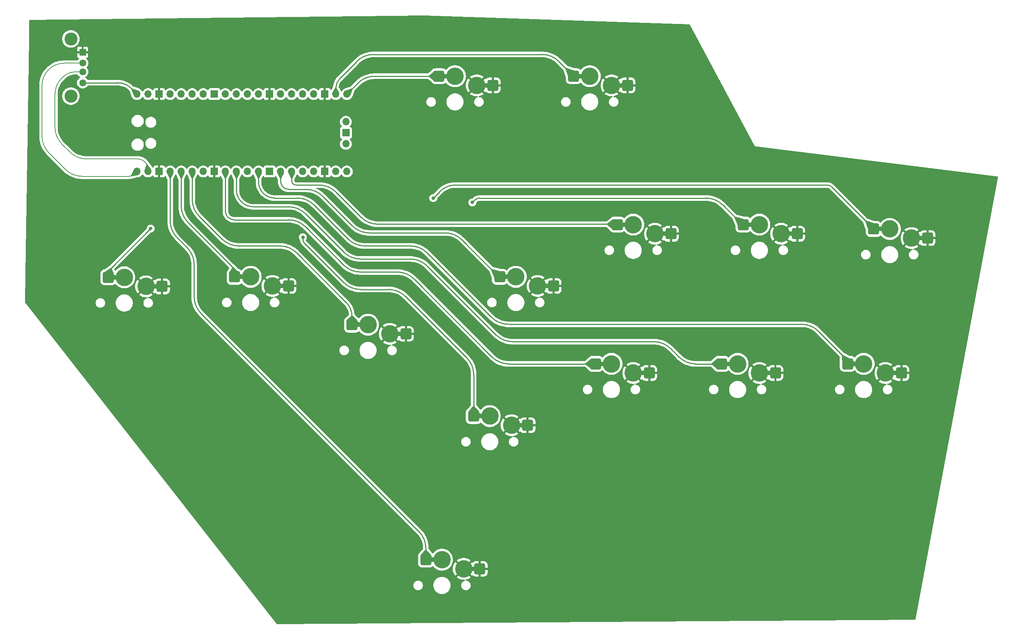
<source format=gbr>
%TF.GenerationSoftware,KiCad,Pcbnew,8.0.5*%
%TF.CreationDate,2024-12-27T20:29:11-05:00*%
%TF.ProjectId,with_usb_wired_v1,77697468-5f75-4736-925f-77697265645f,v1.0.0*%
%TF.SameCoordinates,Original*%
%TF.FileFunction,Copper,L2,Bot*%
%TF.FilePolarity,Positive*%
%FSLAX46Y46*%
G04 Gerber Fmt 4.6, Leading zero omitted, Abs format (unit mm)*
G04 Created by KiCad (PCBNEW 8.0.5) date 2024-12-27 20:29:11*
%MOMM*%
%LPD*%
G01*
G04 APERTURE LIST*
G04 Aperture macros list*
%AMRoundRect*
0 Rectangle with rounded corners*
0 $1 Rounding radius*
0 $2 $3 $4 $5 $6 $7 $8 $9 X,Y pos of 4 corners*
0 Add a 4 corners polygon primitive as box body*
4,1,4,$2,$3,$4,$5,$6,$7,$8,$9,$2,$3,0*
0 Add four circle primitives for the rounded corners*
1,1,$1+$1,$2,$3*
1,1,$1+$1,$4,$5*
1,1,$1+$1,$6,$7*
1,1,$1+$1,$8,$9*
0 Add four rect primitives between the rounded corners*
20,1,$1+$1,$2,$3,$4,$5,0*
20,1,$1+$1,$4,$5,$6,$7,0*
20,1,$1+$1,$6,$7,$8,$9,0*
20,1,$1+$1,$8,$9,$2,$3,0*%
G04 Aperture macros list end*
%TA.AperFunction,ComponentPad*%
%ADD10R,1.500000X1.600000*%
%TD*%
%TA.AperFunction,ComponentPad*%
%ADD11C,1.600000*%
%TD*%
%TA.AperFunction,ComponentPad*%
%ADD12C,3.000000*%
%TD*%
%TA.AperFunction,SMDPad,CuDef*%
%ADD13RoundRect,0.520000X0.780000X0.780000X-0.780000X0.780000X-0.780000X-0.780000X0.780000X-0.780000X0*%
%TD*%
%TA.AperFunction,SMDPad,CuDef*%
%ADD14R,3.900000X1.000000*%
%TD*%
%TA.AperFunction,ComponentPad*%
%ADD15C,4.000000*%
%TD*%
%TA.AperFunction,ComponentPad*%
%ADD16O,1.700000X1.700000*%
%TD*%
%TA.AperFunction,ComponentPad*%
%ADD17R,1.700000X1.700000*%
%TD*%
%TA.AperFunction,ViaPad*%
%ADD18C,0.800000*%
%TD*%
%TA.AperFunction,Conductor*%
%ADD19C,0.200000*%
%TD*%
%TA.AperFunction,Conductor*%
%ADD20C,0.250000*%
%TD*%
G04 APERTURE END LIST*
D10*
%TO.P,REF\u002A\u002A,1*%
%TO.N,GND*%
X131360000Y-86500000D03*
D11*
%TO.P,REF\u002A\u002A,2*%
%TO.N,D+*%
X131360000Y-89000000D03*
%TO.P,REF\u002A\u002A,3*%
%TO.N,D-*%
X131360000Y-91000000D03*
%TO.P,REF\u002A\u002A,4*%
%TO.N,VCC*%
X131360000Y-93500000D03*
D12*
%TO.P,REF\u002A\u002A,5*%
%TO.N,N/C*%
X128650000Y-83430000D03*
X128650000Y-96570000D03*
%TD*%
D13*
%TO.P,S11,1*%
%TO.N,k3*%
X307300000Y-158100000D03*
D14*
X309000000Y-158100000D03*
D15*
X311000000Y-158100000D03*
%TO.P,S11,2*%
%TO.N,GND*%
X316000000Y-160200000D03*
D14*
X318000000Y-160200000D03*
D13*
X319700000Y-160200000D03*
%TD*%
%TO.P,S4,1*%
%TO.N,up*%
X210300000Y-203100000D03*
D14*
X212000000Y-203100000D03*
D15*
X214000000Y-203100000D03*
%TO.P,S4,2*%
%TO.N,GND*%
X219000000Y-205200000D03*
D14*
X221000000Y-205200000D03*
D13*
X222700000Y-205200000D03*
%TD*%
%TO.P,S7,1*%
%TO.N,k1*%
X249300000Y-158100000D03*
D14*
X251000000Y-158100000D03*
D15*
X253000000Y-158100000D03*
%TO.P,S7,2*%
%TO.N,GND*%
X258000000Y-160200000D03*
D14*
X260000000Y-160200000D03*
D13*
X261700000Y-160200000D03*
%TD*%
%TO.P,S3,1*%
%TO.N,right*%
X193300000Y-149100000D03*
D14*
X195000000Y-149100000D03*
D15*
X197000000Y-149100000D03*
%TO.P,S3,2*%
%TO.N,GND*%
X202000000Y-151200000D03*
D14*
X204000000Y-151200000D03*
D13*
X205700000Y-151200000D03*
%TD*%
%TO.P,S10,1*%
%TO.N,p2*%
X283300000Y-126100000D03*
D14*
X285000000Y-126100000D03*
D15*
X287000000Y-126100000D03*
%TO.P,S10,2*%
%TO.N,GND*%
X292000000Y-128200000D03*
D14*
X294000000Y-128200000D03*
D13*
X295700000Y-128200000D03*
%TD*%
%TO.P,S6,1*%
%TO.N,p0*%
X227300000Y-138100000D03*
D14*
X229000000Y-138100000D03*
D15*
X231000000Y-138100000D03*
%TO.P,S6,2*%
%TO.N,GND*%
X236000000Y-140200000D03*
D14*
X238000000Y-140200000D03*
D13*
X239700000Y-140200000D03*
%TD*%
%TO.P,S9,1*%
%TO.N,k2*%
X278300000Y-158100000D03*
D14*
X280000000Y-158100000D03*
D15*
X282000000Y-158100000D03*
%TO.P,S9,2*%
%TO.N,GND*%
X287000000Y-160200000D03*
D14*
X289000000Y-160200000D03*
D13*
X290700000Y-160200000D03*
%TD*%
D16*
%TO.P,REF\u002A\u002A,1*%
%TO.N,D+*%
X143870000Y-113890000D03*
%TO.P,REF\u002A\u002A,2*%
%TO.N,D-*%
X146410000Y-113890000D03*
D17*
%TO.P,REF\u002A\u002A,3*%
%TO.N,GND*%
X148950000Y-113890000D03*
D16*
%TO.P,REF\u002A\u002A,4*%
%TO.N,up*%
X151490000Y-113890000D03*
%TO.P,REF\u002A\u002A,5*%
%TO.N,down*%
X154030000Y-113890000D03*
%TO.P,REF\u002A\u002A,6*%
%TO.N,right*%
X156570000Y-113890000D03*
%TO.P,REF\u002A\u002A,7*%
%TO.N,left*%
X159110000Y-113890000D03*
D17*
%TO.P,REF\u002A\u002A,8*%
%TO.N,GND*%
X161650000Y-113890000D03*
D16*
%TO.P,REF\u002A\u002A,9*%
%TO.N,k1*%
X164190000Y-113890000D03*
%TO.P,REF\u002A\u002A,10*%
%TO.N,k2*%
X166730000Y-113890000D03*
%TO.P,REF\u002A\u002A,11*%
%TO.N,k0*%
X169270000Y-113890000D03*
%TO.P,REF\u002A\u002A,12*%
%TO.N,k3*%
X171810000Y-113890000D03*
D17*
%TO.P,REF\u002A\u002A,13*%
%TO.N,N/C*%
X174350000Y-113890000D03*
D16*
%TO.P,REF\u002A\u002A,14*%
%TO.N,p0*%
X176890000Y-113890000D03*
%TO.P,REF\u002A\u002A,15*%
%TO.N,p1*%
X179430000Y-113890000D03*
%TO.P,REF\u002A\u002A,16*%
%TO.N,p2*%
X181970000Y-113890000D03*
%TO.P,REF\u002A\u002A,17*%
%TO.N,p3*%
X184510000Y-113890000D03*
D17*
%TO.P,REF\u002A\u002A,18*%
%TO.N,GND*%
X187050000Y-113890000D03*
D16*
%TO.P,REF\u002A\u002A,19*%
%TO.N,N/C*%
X189590000Y-113890000D03*
%TO.P,REF\u002A\u002A,20*%
X192130000Y-113890000D03*
%TO.P,REF\u002A\u002A,21*%
%TO.N,start*%
X192130000Y-96110000D03*
%TO.P,REF\u002A\u002A,22*%
%TO.N,select*%
X189590000Y-96110000D03*
D17*
%TO.P,REF\u002A\u002A,23*%
%TO.N,GND*%
X187050000Y-96110000D03*
D16*
%TO.P,REF\u002A\u002A,24*%
%TO.N,N/C*%
X184510000Y-96110000D03*
%TO.P,REF\u002A\u002A,25*%
X181970000Y-96110000D03*
%TO.P,REF\u002A\u002A,26*%
X179430000Y-96110000D03*
%TO.P,REF\u002A\u002A,27*%
X176890000Y-96110000D03*
D17*
%TO.P,REF\u002A\u002A,28*%
%TO.N,GND*%
X174350000Y-96110000D03*
D16*
%TO.P,REF\u002A\u002A,29*%
%TO.N,N/C*%
X171810000Y-96110000D03*
%TO.P,REF\u002A\u002A,30*%
X169270000Y-96110000D03*
%TO.P,REF\u002A\u002A,31*%
X166730000Y-96110000D03*
%TO.P,REF\u002A\u002A,32*%
X164190000Y-96110000D03*
D17*
%TO.P,REF\u002A\u002A,33*%
X161650000Y-96110000D03*
D16*
%TO.P,REF\u002A\u002A,34*%
X159110000Y-96110000D03*
%TO.P,REF\u002A\u002A,35*%
X156570000Y-96110000D03*
%TO.P,REF\u002A\u002A,36*%
X154030000Y-96110000D03*
%TO.P,REF\u002A\u002A,37*%
X151490000Y-96110000D03*
D17*
%TO.P,REF\u002A\u002A,38*%
%TO.N,GND*%
X148950000Y-96110000D03*
D16*
%TO.P,REF\u002A\u002A,39*%
%TO.N,N/C*%
X146410000Y-96110000D03*
%TO.P,REF\u002A\u002A,40*%
%TO.N,VCC*%
X143870000Y-96110000D03*
%TO.P,REF\u002A\u002A,41*%
%TO.N,N/C*%
X191900000Y-107540000D03*
D17*
%TO.P,REF\u002A\u002A,42*%
X191900000Y-105000000D03*
D16*
%TO.P,REF\u002A\u002A,43*%
X191900000Y-102460000D03*
%TD*%
D13*
%TO.P,S2,1*%
%TO.N,down*%
X166300000Y-138100000D03*
D14*
X168000000Y-138100000D03*
D15*
X170000000Y-138100000D03*
%TO.P,S2,2*%
%TO.N,GND*%
X175000000Y-140200000D03*
D14*
X177000000Y-140200000D03*
D13*
X178700000Y-140200000D03*
%TD*%
%TO.P,S14,1*%
%TO.N,select*%
X244300000Y-92000000D03*
D14*
X246000000Y-92000000D03*
D15*
X248000000Y-92000000D03*
%TO.P,S14,2*%
%TO.N,GND*%
X253000000Y-94100000D03*
D14*
X255000000Y-94100000D03*
D13*
X256700000Y-94100000D03*
%TD*%
%TO.P,S12,1*%
%TO.N,p3*%
X313300000Y-127100000D03*
D14*
X315000000Y-127100000D03*
D15*
X317000000Y-127100000D03*
%TO.P,S12,2*%
%TO.N,GND*%
X322000000Y-129200000D03*
D14*
X324000000Y-129200000D03*
D13*
X325700000Y-129200000D03*
%TD*%
%TO.P,S5,1*%
%TO.N,k0*%
X221300000Y-170100000D03*
D14*
X223000000Y-170100000D03*
D15*
X225000000Y-170100000D03*
%TO.P,S5,2*%
%TO.N,GND*%
X230000000Y-172200000D03*
D14*
X232000000Y-172200000D03*
D13*
X233700000Y-172200000D03*
%TD*%
%TO.P,S13,1*%
%TO.N,start*%
X213300000Y-92000000D03*
D14*
X215000000Y-92000000D03*
D15*
X217000000Y-92000000D03*
%TO.P,S13,2*%
%TO.N,GND*%
X222000000Y-94100000D03*
D14*
X224000000Y-94100000D03*
D13*
X225700000Y-94100000D03*
%TD*%
%TO.P,S8,1*%
%TO.N,p1*%
X254300000Y-126100000D03*
D14*
X256000000Y-126100000D03*
D15*
X258000000Y-126100000D03*
%TO.P,S8,2*%
%TO.N,GND*%
X263000000Y-128200000D03*
D14*
X265000000Y-128200000D03*
D13*
X266700000Y-128200000D03*
%TD*%
%TO.P,S1,1*%
%TO.N,left*%
X137231165Y-138207445D03*
D14*
X138931165Y-138207445D03*
D15*
X140931165Y-138207445D03*
%TO.P,S1,2*%
%TO.N,GND*%
X145931165Y-140307445D03*
D14*
X147931165Y-140307445D03*
D13*
X149631165Y-140307445D03*
%TD*%
D18*
%TO.N,left*%
X147000000Y-127000000D03*
%TO.N,k0*%
X182000000Y-129000000D03*
%TO.N,p2*%
X221000000Y-121000000D03*
%TO.N,p3*%
X212000000Y-120000000D03*
%TD*%
D19*
%TO.N,D-*%
X145705000Y-111705000D02*
G75*
G03*
X144002979Y-111000009I-1702000J-1702000D01*
G01*
X129680000Y-91000000D02*
G75*
G03*
X126812056Y-92187935I0J-4055900D01*
G01*
X128406207Y-109406207D02*
G75*
G03*
X132253963Y-111000011I3847793J3847807D01*
G01*
X125000000Y-103746036D02*
G75*
G03*
X126593800Y-107593784I5441600J36D01*
G01*
X145886740Y-111886740D02*
G75*
G02*
X146410005Y-113150000I-1263240J-1263260D01*
G01*
X126500000Y-92500000D02*
G75*
G03*
X125000008Y-96121320I3621300J-3621300D01*
G01*
%TO.N,D+*%
X122000000Y-105746036D02*
G75*
G03*
X123593800Y-109593784I5441600J36D01*
G01*
X123500000Y-90500000D02*
G75*
G03*
X122000008Y-94121320I3621300J-3621300D01*
G01*
X127406207Y-113406207D02*
G75*
G03*
X131253963Y-115000011I3847793J3847807D01*
G01*
X127121320Y-89000000D02*
G75*
G03*
X123499994Y-90499994I-20J-5121300D01*
G01*
X143315000Y-114445000D02*
G75*
G02*
X141975111Y-115000005I-1339900J1339900D01*
G01*
D20*
%TO.N,VCC*%
X142565000Y-94805000D02*
G75*
G03*
X139414451Y-93500020I-3150500J-3150500D01*
G01*
%TO.N,p3*%
X302000000Y-117000000D02*
X300800000Y-117000000D01*
%TO.N,p2*%
X231000000Y-120000000D02*
X226313712Y-120000000D01*
X235686288Y-120000000D02*
X231000000Y-120000000D01*
D19*
%TO.N,D+*%
X127121320Y-89000000D02*
X131360000Y-89000000D01*
X122000000Y-105746036D02*
X122000000Y-94121320D01*
X123593792Y-109593792D02*
X127406207Y-113406207D01*
X131253963Y-115000000D02*
X141975111Y-115000000D01*
X143315000Y-114445000D02*
X143870000Y-113890000D01*
%TO.N,D-*%
X129680000Y-91000000D02*
X131360000Y-91000000D01*
X145705000Y-111705000D02*
X145886740Y-111886740D01*
X126812060Y-92187939D02*
X126500000Y-92500000D01*
X125000000Y-103746036D02*
X125000000Y-96121320D01*
X128406207Y-109406207D02*
X126593792Y-107593792D01*
X144002979Y-111000000D02*
X132253963Y-111000000D01*
X146410000Y-113150000D02*
X146410000Y-113890000D01*
D20*
%TO.N,VCC*%
X139414451Y-93500000D02*
X131360000Y-93500000D01*
X142565000Y-94805000D02*
X143870000Y-96110000D01*
%TO.N,up*%
X157000000Y-142660390D02*
X157000000Y-135253963D01*
X151490000Y-125236036D02*
X151490000Y-113890000D01*
X210300000Y-200468317D02*
X210300000Y-203100000D01*
X155406207Y-131406207D02*
X153083792Y-129083792D01*
X158593792Y-146508146D02*
X208706207Y-196620561D01*
X210300000Y-200468317D02*
G75*
G03*
X208706226Y-196620542I-5441600J17D01*
G01*
X153083792Y-129083792D02*
G75*
G02*
X151489989Y-125236036I3847808J3847792D01*
G01*
X158593792Y-146508146D02*
G75*
G02*
X157000022Y-142660390I3847808J3847746D01*
G01*
X155406207Y-131406207D02*
G75*
G02*
X157000011Y-135253963I-3847807J-3847793D01*
G01*
%TO.N,down*%
X154030000Y-121776036D02*
X154030000Y-113890000D01*
X166300000Y-137200000D02*
X166300000Y-138100000D01*
X155623792Y-125623792D02*
X165663603Y-135663603D01*
X165663603Y-135663603D02*
G75*
G02*
X166299998Y-137200000I-1536403J-1536397D01*
G01*
X155623792Y-125623792D02*
G75*
G02*
X154029989Y-121776036I3847808J3847792D01*
G01*
%TO.N,left*%
X137231165Y-137488140D02*
X137231165Y-138207445D01*
X147000000Y-127000000D02*
X137739790Y-136260209D01*
X137739790Y-136260209D02*
G75*
G03*
X137231186Y-137488140I1227910J-1227891D01*
G01*
%TO.N,right*%
X156570000Y-120316036D02*
X156570000Y-113890000D01*
X193300000Y-147200000D02*
X193300000Y-149100000D01*
X158163792Y-124163792D02*
X163406207Y-129406207D01*
X180593792Y-132593792D02*
X191956497Y-143956497D01*
X167253963Y-131000000D02*
X176746036Y-131000000D01*
X176746036Y-131000000D02*
G75*
G02*
X180593784Y-132593800I-36J-5441600D01*
G01*
X193300000Y-147200000D02*
G75*
G03*
X191956496Y-143956498I-4587000J0D01*
G01*
X163406207Y-129406207D02*
G75*
G03*
X167253963Y-131000011I3847793J3847807D01*
G01*
X156570000Y-120316036D02*
G75*
G03*
X158163800Y-124163784I5441600J36D01*
G01*
%TO.N,p1*%
X185746036Y-117000000D02*
X180403050Y-117000000D01*
X195406207Y-124406207D02*
X189593792Y-118593792D01*
X254250000Y-126050000D02*
X254300000Y-126100000D01*
X199253963Y-126000000D02*
X254129289Y-126000000D01*
X179430000Y-116026949D02*
X179430000Y-113890000D01*
X254129289Y-126000000D02*
G75*
G02*
X254250003Y-126049997I11J-170700D01*
G01*
X195406207Y-124406207D02*
G75*
G03*
X199253963Y-126000011I3847793J3847807D01*
G01*
X179715000Y-116715000D02*
G75*
G02*
X179429980Y-116026949I688100J688100D01*
G01*
X185746036Y-117000000D02*
G75*
G02*
X189593784Y-118593800I-36J-5441600D01*
G01*
X179715000Y-116715000D02*
G75*
G03*
X180403050Y-117000020I688100J688100D01*
G01*
%TO.N,p0*%
X227200000Y-138100000D02*
X227300000Y-138100000D01*
X193406207Y-126406207D02*
X186593792Y-119593792D01*
X182746036Y-118000000D02*
X178784888Y-118000000D01*
X176890000Y-116105111D02*
X176890000Y-113890000D01*
X227029289Y-138029289D02*
X218593792Y-129593792D01*
X214746036Y-128000000D02*
X197253963Y-128000000D01*
X177445000Y-117445000D02*
G75*
G03*
X178784888Y-118000005I1339900J1339900D01*
G01*
X193406207Y-126406207D02*
G75*
G03*
X197253963Y-128000011I3847793J3847807D01*
G01*
X227029289Y-138029289D02*
G75*
G03*
X227200000Y-138100006I170711J170689D01*
G01*
X176890000Y-116105111D02*
G75*
G03*
X177445003Y-117444997I1894900J11D01*
G01*
X186593792Y-119593792D02*
G75*
G03*
X182746036Y-117999989I-3847792J-3847808D01*
G01*
X214746036Y-128000000D02*
G75*
G02*
X218593784Y-129593800I-36J-5441600D01*
G01*
%TO.N,k0*%
X195253963Y-141000000D02*
X201746036Y-141000000D01*
X221300000Y-160553963D02*
X221300000Y-170100000D01*
X191406207Y-139406207D02*
X182353553Y-130353553D01*
X182000000Y-129500000D02*
X182000000Y-129000000D01*
X219706207Y-156706207D02*
X205593792Y-142593792D01*
X205593792Y-142593792D02*
G75*
G03*
X201746036Y-140999989I-3847792J-3847808D01*
G01*
X182000000Y-129500000D02*
G75*
G03*
X182353554Y-130353552I1207100J0D01*
G01*
X191406207Y-139406207D02*
G75*
G03*
X195253963Y-141000011I3847793J3847807D01*
G01*
X219706207Y-156706207D02*
G75*
G02*
X221300011Y-160553963I-3847807J-3847793D01*
G01*
%TO.N,k1*%
X229353963Y-158100000D02*
X249300000Y-158100000D01*
X182593792Y-126593792D02*
X191406207Y-135406207D01*
X164190000Y-123000001D02*
X164190000Y-113890000D01*
X203746036Y-137000000D02*
X195253963Y-137000000D01*
X178746036Y-125000000D02*
X166189998Y-125000000D01*
X207593792Y-138593792D02*
X225506207Y-156506207D01*
X229353963Y-158100000D02*
G75*
G02*
X225506215Y-156506199I37J5441600D01*
G01*
X164190000Y-123000001D02*
G75*
G03*
X166189998Y-125000000I2000000J1D01*
G01*
X191406207Y-135406207D02*
G75*
G03*
X195253963Y-137000011I3847793J3847807D01*
G01*
X207593792Y-138593792D02*
G75*
G03*
X203746036Y-136999989I-3847792J-3847808D01*
G01*
X182593792Y-126593792D02*
G75*
G03*
X178746036Y-124999989I-3847792J-3847808D01*
G01*
%TO.N,k2*%
X182593792Y-123593792D02*
X191406207Y-132406207D01*
X166730000Y-118124867D02*
X166730000Y-113890000D01*
X230253963Y-153000000D02*
X262746036Y-153000000D01*
X268506207Y-156506207D02*
X266593792Y-154593792D01*
X195253963Y-134000000D02*
X206746036Y-134000000D01*
X210593792Y-135593792D02*
X226406207Y-151406207D01*
X272353963Y-158100000D02*
X278300000Y-158100000D01*
X178746036Y-122000000D02*
X170605132Y-122000000D01*
X182593792Y-123593792D02*
G75*
G03*
X178746036Y-121999989I-3847792J-3847808D01*
G01*
X166730000Y-118124867D02*
G75*
G03*
X167864991Y-120865009I3875100J-33D01*
G01*
X191406207Y-132406207D02*
G75*
G03*
X195253963Y-134000011I3847793J3847807D01*
G01*
X230253963Y-153000000D02*
G75*
G02*
X226406215Y-151406199I37J5441600D01*
G01*
X272353963Y-158100000D02*
G75*
G02*
X268506215Y-156506199I37J5441600D01*
G01*
X266593792Y-154593792D02*
G75*
G03*
X262746036Y-152999989I-3847792J-3847808D01*
G01*
X170605132Y-122000000D02*
G75*
G02*
X167864991Y-120865009I-32J3875100D01*
G01*
X210593792Y-135593792D02*
G75*
G03*
X206746036Y-133999989I-3847792J-3847808D01*
G01*
%TO.N,k3*%
X210593792Y-132593792D02*
X225406207Y-147406207D01*
X307017157Y-157017157D02*
X300593792Y-150593792D01*
X171810000Y-116261436D02*
X171810000Y-113890000D01*
X307300000Y-157700000D02*
X307300000Y-158100000D01*
X175548563Y-120000000D02*
X180746036Y-120000000D01*
X229253963Y-149000000D02*
X296746036Y-149000000D01*
X196253963Y-131000000D02*
X206746036Y-131000000D01*
X192406207Y-129406207D02*
X184593792Y-121593792D01*
X184593792Y-121593792D02*
G75*
G03*
X180746036Y-119999989I-3847792J-3847808D01*
G01*
X307300000Y-157700000D02*
G75*
G03*
X307017160Y-157017154I-965700J0D01*
G01*
X229253963Y-149000000D02*
G75*
G02*
X225406215Y-147406199I37J5441600D01*
G01*
X210593792Y-132593792D02*
G75*
G03*
X206746036Y-130999989I-3847792J-3847808D01*
G01*
X296746036Y-149000000D02*
G75*
G02*
X300593784Y-150593800I-36J-5441600D01*
G01*
X196253963Y-131000000D02*
G75*
G02*
X192406215Y-129406199I37J5441600D01*
G01*
X172905000Y-118905000D02*
G75*
G03*
X175548563Y-120000015I2643600J2643600D01*
G01*
X171810000Y-116261436D02*
G75*
G03*
X172905011Y-118904989I3738600J36D01*
G01*
%TO.N,p2*%
X222707106Y-120000000D02*
X226313712Y-120000000D01*
X283200000Y-126100000D02*
X283300000Y-126100000D01*
X221000000Y-121000000D02*
X221500000Y-120500000D01*
X274746036Y-120000000D02*
X235686288Y-120000000D01*
X283029289Y-126029289D02*
X278593792Y-121593792D01*
X283029289Y-126029289D02*
G75*
G03*
X283200000Y-126100006I170711J170689D01*
G01*
X274746036Y-120000000D02*
G75*
G02*
X278593784Y-121593800I-36J-5441600D01*
G01*
X222707106Y-120000000D02*
G75*
G03*
X221499998Y-120499998I-6J-1707100D01*
G01*
%TO.N,p3*%
X300800000Y-117000000D02*
X217121320Y-117000000D01*
X213500000Y-118500000D02*
X212000000Y-120000000D01*
X302600000Y-117000000D02*
X302000000Y-117000000D01*
X303624264Y-117424264D02*
X313300000Y-127100000D01*
X302600000Y-117000000D02*
G75*
G02*
X303624258Y-117424270I0J-1448500D01*
G01*
X213500000Y-118500000D02*
G75*
G02*
X217121320Y-117000008I3621300J-3621300D01*
G01*
%TO.N,start*%
X194646207Y-93593792D02*
X192130000Y-96110000D01*
X198493963Y-92000000D02*
X213300000Y-92000000D01*
X194646207Y-93593792D02*
G75*
G02*
X198493963Y-91999959I3847793J-3847708D01*
G01*
%TO.N,select*%
X240893792Y-88593792D02*
X244300000Y-92000000D01*
X198253963Y-87000000D02*
X237046036Y-87000000D01*
X190544594Y-92455405D02*
X194406207Y-88593792D01*
X189590000Y-94760000D02*
X189590000Y-96110000D01*
X190544594Y-92455405D02*
G75*
G03*
X189590003Y-94760000I2304606J-2304595D01*
G01*
X198253963Y-87000000D02*
G75*
G03*
X194406236Y-88593821I37J-5441500D01*
G01*
X240893792Y-88593792D02*
G75*
G03*
X237046036Y-86999989I-3847792J-3847808D01*
G01*
%TD*%
%TA.AperFunction,Conductor*%
%TO.N,GND*%
G36*
X210001880Y-78075601D02*
G01*
X270882537Y-80071689D01*
X270948894Y-80093559D01*
X270987776Y-80137067D01*
X285922880Y-108015927D01*
X285926835Y-108025824D01*
X285931824Y-108035776D01*
X285939630Y-108047784D01*
X285944685Y-108053932D01*
X285950722Y-108059157D01*
X285962501Y-108067243D01*
X285963773Y-108067921D01*
X285963775Y-108067923D01*
X285963777Y-108067923D01*
X285969540Y-108070997D01*
X285975731Y-108073053D01*
X285975733Y-108073054D01*
X285975734Y-108073054D01*
X285977107Y-108073510D01*
X285991081Y-108076473D01*
X285992522Y-108076613D01*
X285992527Y-108076615D01*
X285992531Y-108076614D01*
X286002212Y-108077559D01*
X286012846Y-108077692D01*
X341780467Y-115048646D01*
X341844548Y-115076493D01*
X341883400Y-115134565D01*
X341886990Y-115194395D01*
X322955924Y-216824331D01*
X322924296Y-216886633D01*
X322864006Y-216921944D01*
X322834865Y-216925621D01*
X176097436Y-217923834D01*
X176030264Y-217904606D01*
X175998997Y-217876330D01*
X168973929Y-208913312D01*
X207398600Y-208913312D01*
X207398600Y-209086687D01*
X207425720Y-209257913D01*
X207479290Y-209422788D01*
X207479291Y-209422791D01*
X207557998Y-209577260D01*
X207659899Y-209717514D01*
X207782486Y-209840101D01*
X207922740Y-209942002D01*
X207998502Y-209980604D01*
X208077208Y-210020708D01*
X208077211Y-210020709D01*
X208159648Y-210047494D01*
X208242088Y-210074280D01*
X208321391Y-210086840D01*
X208413313Y-210101400D01*
X208413318Y-210101400D01*
X208586687Y-210101400D01*
X208669695Y-210088252D01*
X208757912Y-210074280D01*
X208922791Y-210020708D01*
X209077260Y-209942002D01*
X209217514Y-209840101D01*
X209340101Y-209717514D01*
X209442002Y-209577260D01*
X209520708Y-209422791D01*
X209574280Y-209257912D01*
X209588252Y-209169695D01*
X209601400Y-209086687D01*
X209601400Y-208913312D01*
X209594729Y-208871199D01*
X212035000Y-208871199D01*
X212035000Y-209128800D01*
X212068622Y-209384174D01*
X212135289Y-209632982D01*
X212233859Y-209870952D01*
X212233867Y-209870969D01*
X212362652Y-210094030D01*
X212362663Y-210094046D01*
X212519463Y-210298392D01*
X212519469Y-210298399D01*
X212701600Y-210480530D01*
X212701606Y-210480535D01*
X212905962Y-210637343D01*
X212905969Y-210637347D01*
X213129030Y-210766132D01*
X213129035Y-210766134D01*
X213129038Y-210766136D01*
X213129042Y-210766137D01*
X213129047Y-210766140D01*
X213223386Y-210805216D01*
X213367016Y-210864710D01*
X213615825Y-210931378D01*
X213871207Y-210965000D01*
X213871214Y-210965000D01*
X214128786Y-210965000D01*
X214128793Y-210965000D01*
X214384175Y-210931378D01*
X214632984Y-210864710D01*
X214870962Y-210766136D01*
X215094038Y-210637343D01*
X215298394Y-210480535D01*
X215480535Y-210298394D01*
X215637343Y-210094038D01*
X215766136Y-209870962D01*
X215864710Y-209632984D01*
X215931378Y-209384175D01*
X215965000Y-209128793D01*
X215965000Y-208871207D01*
X215931378Y-208615825D01*
X215864710Y-208367016D01*
X215766136Y-208129038D01*
X215766134Y-208129035D01*
X215766132Y-208129030D01*
X215637347Y-207905969D01*
X215637343Y-207905962D01*
X215576071Y-207826111D01*
X215480536Y-207701607D01*
X215480530Y-207701600D01*
X215298399Y-207519469D01*
X215298392Y-207519463D01*
X215094046Y-207362663D01*
X215094044Y-207362661D01*
X215094038Y-207362657D01*
X215094033Y-207362654D01*
X215094030Y-207362652D01*
X214870969Y-207233867D01*
X214870952Y-207233859D01*
X214632982Y-207135289D01*
X214475243Y-207093023D01*
X214384175Y-207068622D01*
X214352252Y-207064419D01*
X214128800Y-207035000D01*
X214128793Y-207035000D01*
X213871207Y-207035000D01*
X213871199Y-207035000D01*
X213615825Y-207068622D01*
X213367017Y-207135289D01*
X213129047Y-207233859D01*
X213129030Y-207233867D01*
X212905969Y-207362652D01*
X212905953Y-207362663D01*
X212701607Y-207519463D01*
X212701600Y-207519469D01*
X212519469Y-207701600D01*
X212519463Y-207701607D01*
X212362663Y-207905953D01*
X212362652Y-207905969D01*
X212233867Y-208129030D01*
X212233859Y-208129047D01*
X212135289Y-208367017D01*
X212068622Y-208615825D01*
X212035000Y-208871199D01*
X209594729Y-208871199D01*
X209585622Y-208813702D01*
X209574280Y-208742088D01*
X209520708Y-208577209D01*
X209520708Y-208577208D01*
X209442001Y-208422739D01*
X209340101Y-208282486D01*
X209217514Y-208159899D01*
X209077260Y-208057998D01*
X208922791Y-207979291D01*
X208922788Y-207979290D01*
X208757913Y-207925720D01*
X208586687Y-207898600D01*
X208586682Y-207898600D01*
X208413318Y-207898600D01*
X208413313Y-207898600D01*
X208242086Y-207925720D01*
X208077211Y-207979290D01*
X208077208Y-207979291D01*
X207922739Y-208057998D01*
X207842719Y-208116136D01*
X207782486Y-208159899D01*
X207782484Y-208159901D01*
X207782483Y-208159901D01*
X207659901Y-208282483D01*
X207659901Y-208282484D01*
X207659899Y-208282486D01*
X207616136Y-208342719D01*
X207557998Y-208422739D01*
X207479291Y-208577208D01*
X207479290Y-208577211D01*
X207425720Y-208742086D01*
X207398600Y-208913312D01*
X168973929Y-208913312D01*
X167153036Y-206590104D01*
X118112196Y-144020757D01*
X134329765Y-144020757D01*
X134329765Y-144194132D01*
X134356885Y-144365358D01*
X134410455Y-144530233D01*
X134410456Y-144530236D01*
X134473893Y-144654736D01*
X134489163Y-144684705D01*
X134591064Y-144824959D01*
X134713651Y-144947546D01*
X134853905Y-145049447D01*
X134929667Y-145088049D01*
X135008373Y-145128153D01*
X135008376Y-145128154D01*
X135090813Y-145154939D01*
X135173253Y-145181725D01*
X135252556Y-145194285D01*
X135344478Y-145208845D01*
X135344483Y-145208845D01*
X135517852Y-145208845D01*
X135600860Y-145195697D01*
X135689077Y-145181725D01*
X135853956Y-145128153D01*
X136008425Y-145049447D01*
X136148679Y-144947546D01*
X136271266Y-144824959D01*
X136373167Y-144684705D01*
X136451873Y-144530236D01*
X136505445Y-144365357D01*
X136519417Y-144277140D01*
X136532565Y-144194132D01*
X136532565Y-144020757D01*
X136525894Y-143978644D01*
X138966165Y-143978644D01*
X138966165Y-144236245D01*
X138999787Y-144491619D01*
X139066454Y-144740427D01*
X139165024Y-144978397D01*
X139165032Y-144978414D01*
X139293817Y-145201475D01*
X139293828Y-145201491D01*
X139450628Y-145405837D01*
X139450634Y-145405844D01*
X139632765Y-145587975D01*
X139632771Y-145587980D01*
X139837127Y-145744788D01*
X139837134Y-145744792D01*
X140060195Y-145873577D01*
X140060200Y-145873579D01*
X140060203Y-145873581D01*
X140060207Y-145873582D01*
X140060212Y-145873585D01*
X140154551Y-145912661D01*
X140298181Y-145972155D01*
X140546990Y-146038823D01*
X140802372Y-146072445D01*
X140802379Y-146072445D01*
X141059951Y-146072445D01*
X141059958Y-146072445D01*
X141315340Y-146038823D01*
X141564149Y-145972155D01*
X141802127Y-145873581D01*
X142025203Y-145744788D01*
X142229559Y-145587980D01*
X142411700Y-145405839D01*
X142568508Y-145201483D01*
X142697301Y-144978407D01*
X142795875Y-144740429D01*
X142862543Y-144491620D01*
X142896165Y-144236238D01*
X142896165Y-143978652D01*
X142862543Y-143723270D01*
X142795875Y-143474461D01*
X142697301Y-143236483D01*
X142697299Y-143236480D01*
X142697297Y-143236475D01*
X142568512Y-143013414D01*
X142568508Y-143013407D01*
X142519157Y-142949092D01*
X142411701Y-142809052D01*
X142411695Y-142809045D01*
X142229564Y-142626914D01*
X142229557Y-142626908D01*
X142025211Y-142470108D01*
X142025209Y-142470106D01*
X142025203Y-142470102D01*
X142025198Y-142470099D01*
X142025195Y-142470097D01*
X141802134Y-142341312D01*
X141802117Y-142341304D01*
X141564147Y-142242734D01*
X141405518Y-142200230D01*
X141315340Y-142176067D01*
X141283417Y-142171864D01*
X141059965Y-142142445D01*
X141059958Y-142142445D01*
X140802372Y-142142445D01*
X140802364Y-142142445D01*
X140546990Y-142176067D01*
X140298182Y-142242734D01*
X140060212Y-142341304D01*
X140060195Y-142341312D01*
X139837134Y-142470097D01*
X139837118Y-142470108D01*
X139632772Y-142626908D01*
X139632765Y-142626914D01*
X139450634Y-142809045D01*
X139450628Y-142809052D01*
X139293828Y-143013398D01*
X139293817Y-143013414D01*
X139165032Y-143236475D01*
X139165024Y-143236492D01*
X139066454Y-143474462D01*
X138999787Y-143723270D01*
X138966165Y-143978644D01*
X136525894Y-143978644D01*
X136515547Y-143913318D01*
X136505445Y-143849533D01*
X136451873Y-143684654D01*
X136451873Y-143684653D01*
X136387364Y-143558049D01*
X136373167Y-143530185D01*
X136271266Y-143389931D01*
X136148679Y-143267344D01*
X136008425Y-143165443D01*
X135997544Y-143159899D01*
X135853956Y-143086736D01*
X135853953Y-143086735D01*
X135689078Y-143033165D01*
X135517852Y-143006045D01*
X135517847Y-143006045D01*
X135344483Y-143006045D01*
X135344478Y-143006045D01*
X135173251Y-143033165D01*
X135008376Y-143086735D01*
X135008373Y-143086736D01*
X134853904Y-143165443D01*
X134773884Y-143223581D01*
X134713651Y-143267344D01*
X134713649Y-143267346D01*
X134713648Y-143267346D01*
X134591066Y-143389928D01*
X134591066Y-143389929D01*
X134591064Y-143389931D01*
X134567227Y-143422740D01*
X134489163Y-143530184D01*
X134410456Y-143684653D01*
X134410455Y-143684656D01*
X134356885Y-143849531D01*
X134329765Y-144020757D01*
X118112196Y-144020757D01*
X118102964Y-144008978D01*
X118077103Y-143944074D01*
X118076575Y-143930597D01*
X118177401Y-137376923D01*
X135422665Y-137376923D01*
X135422665Y-139037967D01*
X135423037Y-139041745D01*
X135437546Y-139189062D01*
X135437546Y-139189064D01*
X135437547Y-139189066D01*
X135474496Y-139310869D01*
X135496360Y-139382945D01*
X135591859Y-139561612D01*
X135591861Y-139561615D01*
X135720386Y-139718223D01*
X135876994Y-139846748D01*
X135876997Y-139846750D01*
X136055664Y-139942249D01*
X136055667Y-139942249D01*
X136055671Y-139942252D01*
X136249544Y-140001063D01*
X136400643Y-140015945D01*
X136400646Y-140015945D01*
X138061684Y-140015945D01*
X138061687Y-140015945D01*
X138212786Y-140001063D01*
X138406659Y-139942252D01*
X138433271Y-139928028D01*
X138585332Y-139846750D01*
X138585335Y-139846748D01*
X138617217Y-139820583D01*
X138741943Y-139718223D01*
X138741952Y-139718211D01*
X138745957Y-139714208D01*
X138807279Y-139680719D01*
X138876971Y-139685700D01*
X138929187Y-139722843D01*
X139098933Y-139928028D01*
X139329023Y-140144097D01*
X139329033Y-140144105D01*
X139584374Y-140329621D01*
X139584379Y-140329623D01*
X139584386Y-140329629D01*
X139860986Y-140481692D01*
X139860991Y-140481694D01*
X139860993Y-140481695D01*
X139860994Y-140481696D01*
X140154459Y-140597887D01*
X140154462Y-140597888D01*
X140460186Y-140676384D01*
X140460190Y-140676385D01*
X140525882Y-140684683D01*
X140773332Y-140715944D01*
X140773341Y-140715944D01*
X140773344Y-140715945D01*
X140773346Y-140715945D01*
X141088984Y-140715945D01*
X141088986Y-140715945D01*
X141088989Y-140715944D01*
X141088997Y-140715944D01*
X141275857Y-140692337D01*
X141402140Y-140676385D01*
X141707867Y-140597888D01*
X141780979Y-140568941D01*
X142001335Y-140481696D01*
X142001336Y-140481695D01*
X142001334Y-140481695D01*
X142001344Y-140481692D01*
X142277944Y-140329629D01*
X142308486Y-140307439D01*
X143426222Y-140307439D01*
X143426222Y-140307450D01*
X143445972Y-140621387D01*
X143445973Y-140621394D01*
X143504920Y-140930403D01*
X143602128Y-141229577D01*
X143602130Y-141229582D01*
X143736065Y-141514206D01*
X143736068Y-141514212D01*
X143904622Y-141779812D01*
X143904625Y-141779816D01*
X143995451Y-141889605D01*
X144708505Y-141176550D01*
X144787029Y-141284629D01*
X144953981Y-141451581D01*
X145062057Y-141530103D01*
X144346136Y-142246024D01*
X144346137Y-142246026D01*
X144588937Y-142422430D01*
X144588955Y-142422441D01*
X144864612Y-142573985D01*
X144864620Y-142573989D01*
X145157091Y-142689785D01*
X145461785Y-142768018D01*
X145461794Y-142768020D01*
X145773866Y-142807444D01*
X145773880Y-142807445D01*
X146085041Y-142807445D01*
X146152080Y-142827130D01*
X146197835Y-142879934D01*
X146207779Y-142949092D01*
X146178754Y-143012648D01*
X146123359Y-143049376D01*
X146008376Y-143086735D01*
X146008373Y-143086736D01*
X145853904Y-143165443D01*
X145773884Y-143223581D01*
X145713651Y-143267344D01*
X145713649Y-143267346D01*
X145713648Y-143267346D01*
X145591066Y-143389928D01*
X145591066Y-143389929D01*
X145591064Y-143389931D01*
X145567227Y-143422740D01*
X145489163Y-143530184D01*
X145410456Y-143684653D01*
X145410455Y-143684656D01*
X145356885Y-143849531D01*
X145329765Y-144020757D01*
X145329765Y-144194132D01*
X145356885Y-144365358D01*
X145410455Y-144530233D01*
X145410456Y-144530236D01*
X145473893Y-144654736D01*
X145489163Y-144684705D01*
X145591064Y-144824959D01*
X145713651Y-144947546D01*
X145853905Y-145049447D01*
X145929667Y-145088049D01*
X146008373Y-145128153D01*
X146008376Y-145128154D01*
X146090813Y-145154939D01*
X146173253Y-145181725D01*
X146252556Y-145194285D01*
X146344478Y-145208845D01*
X146344483Y-145208845D01*
X146517852Y-145208845D01*
X146600860Y-145195697D01*
X146689077Y-145181725D01*
X146853956Y-145128153D01*
X147008425Y-145049447D01*
X147148679Y-144947546D01*
X147271266Y-144824959D01*
X147373167Y-144684705D01*
X147451873Y-144530236D01*
X147505445Y-144365357D01*
X147519417Y-144277140D01*
X147532565Y-144194132D01*
X147532565Y-144020757D01*
X147515547Y-143913318D01*
X147505445Y-143849533D01*
X147451873Y-143684654D01*
X147451873Y-143684653D01*
X147387364Y-143558049D01*
X147373167Y-143530185D01*
X147271266Y-143389931D01*
X147148679Y-143267344D01*
X147008425Y-143165443D01*
X146997544Y-143159899D01*
X146853956Y-143086736D01*
X146853953Y-143086735D01*
X146689078Y-143033165D01*
X146517852Y-143006045D01*
X146517847Y-143006045D01*
X146455054Y-143006045D01*
X146388015Y-142986360D01*
X146342260Y-142933556D01*
X146332316Y-142864398D01*
X146361341Y-142800842D01*
X146420119Y-142763068D01*
X146424216Y-142761941D01*
X146705238Y-142689785D01*
X146997709Y-142573989D01*
X146997717Y-142573985D01*
X147273374Y-142422441D01*
X147273384Y-142422435D01*
X147516191Y-142246024D01*
X147516192Y-142246024D01*
X146800271Y-141530103D01*
X146908349Y-141451581D01*
X147075301Y-141284629D01*
X147153823Y-141176551D01*
X147866877Y-141889605D01*
X147933141Y-141809506D01*
X147991041Y-141770399D01*
X148060893Y-141768803D01*
X148120518Y-141805225D01*
X148124538Y-141809882D01*
X148126426Y-141812183D01*
X148281740Y-141939646D01*
X148281747Y-141939650D01*
X148458933Y-142034358D01*
X148651213Y-142092686D01*
X148801062Y-142107445D01*
X149381165Y-142107445D01*
X149881165Y-142107445D01*
X150461268Y-142107445D01*
X150611116Y-142092686D01*
X150803396Y-142034358D01*
X150980582Y-141939650D01*
X150980589Y-141939646D01*
X151135903Y-141812183D01*
X151263366Y-141656869D01*
X151263370Y-141656862D01*
X151358078Y-141479676D01*
X151416406Y-141287396D01*
X151431165Y-141137547D01*
X151431165Y-140557445D01*
X149881165Y-140557445D01*
X149881165Y-142107445D01*
X149381165Y-142107445D01*
X149381165Y-140057445D01*
X149881165Y-140057445D01*
X151431165Y-140057445D01*
X151431165Y-139477342D01*
X151416406Y-139327493D01*
X151358078Y-139135213D01*
X151263370Y-138958027D01*
X151263366Y-138958020D01*
X151135903Y-138802706D01*
X150980589Y-138675243D01*
X150980582Y-138675239D01*
X150803396Y-138580531D01*
X150611116Y-138522203D01*
X150461268Y-138507445D01*
X149881165Y-138507445D01*
X149881165Y-140057445D01*
X149381165Y-140057445D01*
X149381165Y-138507445D01*
X148801062Y-138507445D01*
X148651213Y-138522203D01*
X148458933Y-138580531D01*
X148281747Y-138675239D01*
X148281740Y-138675243D01*
X148126430Y-138802703D01*
X148124534Y-138805014D01*
X148123235Y-138805898D01*
X148122125Y-138807009D01*
X148121914Y-138806798D01*
X148066785Y-138844344D01*
X147996940Y-138846209D01*
X147937174Y-138810018D01*
X147933143Y-138805383D01*
X147866877Y-138725283D01*
X147153823Y-139438337D01*
X147075301Y-139330261D01*
X146908349Y-139163309D01*
X146800271Y-139084785D01*
X147516192Y-138368864D01*
X147516191Y-138368862D01*
X147273392Y-138192459D01*
X147273374Y-138192448D01*
X146997717Y-138040904D01*
X146997709Y-138040900D01*
X146705238Y-137925104D01*
X146400544Y-137846871D01*
X146400535Y-137846869D01*
X146088463Y-137807445D01*
X145773866Y-137807445D01*
X145461794Y-137846869D01*
X145461785Y-137846871D01*
X145157091Y-137925104D01*
X144864620Y-138040900D01*
X144864612Y-138040904D01*
X144588952Y-138192449D01*
X144588947Y-138192452D01*
X144346137Y-138368863D01*
X144346136Y-138368864D01*
X145062058Y-139084786D01*
X144953981Y-139163309D01*
X144787029Y-139330261D01*
X144708506Y-139438338D01*
X143995451Y-138725283D01*
X143995450Y-138725283D01*
X143904624Y-138835074D01*
X143904622Y-138835077D01*
X143736068Y-139100677D01*
X143736065Y-139100683D01*
X143602130Y-139385307D01*
X143602128Y-139385312D01*
X143504920Y-139684486D01*
X143445973Y-139993495D01*
X143445972Y-139993502D01*
X143426222Y-140307439D01*
X142308486Y-140307439D01*
X142533305Y-140144099D01*
X142763398Y-139928027D01*
X142964597Y-139684820D01*
X143133727Y-139418314D01*
X143268121Y-139132711D01*
X143365660Y-138832517D01*
X143424806Y-138522465D01*
X143424823Y-138522203D01*
X143444625Y-138207450D01*
X143444625Y-138207439D01*
X143424807Y-137892432D01*
X143424806Y-137892425D01*
X143365660Y-137582373D01*
X143268121Y-137282179D01*
X143262144Y-137269478D01*
X143150370Y-137031944D01*
X143133727Y-136996576D01*
X143025076Y-136825370D01*
X142964603Y-136730079D01*
X142964601Y-136730077D01*
X142964597Y-136730070D01*
X142763398Y-136486863D01*
X142763396Y-136486861D01*
X142763392Y-136486856D01*
X142533306Y-136270792D01*
X142533296Y-136270784D01*
X142277955Y-136085268D01*
X142277948Y-136085263D01*
X142277944Y-136085261D01*
X142001344Y-135933198D01*
X142001341Y-135933196D01*
X142001336Y-135933194D01*
X142001335Y-135933193D01*
X141707870Y-135817002D01*
X141707867Y-135817001D01*
X141402143Y-135738505D01*
X141402130Y-135738503D01*
X141088997Y-135698945D01*
X141088986Y-135698945D01*
X140773344Y-135698945D01*
X140773332Y-135698945D01*
X140460199Y-135738503D01*
X140460186Y-135738505D01*
X140154462Y-135817001D01*
X140154459Y-135817002D01*
X139860994Y-135933193D01*
X139860993Y-135933194D01*
X139584386Y-136085261D01*
X139584374Y-136085268D01*
X139329033Y-136270784D01*
X139329023Y-136270792D01*
X139098933Y-136486861D01*
X138974561Y-136637200D01*
X138916661Y-136676307D01*
X138846810Y-136677903D01*
X138787184Y-136641481D01*
X138767005Y-136611348D01*
X138738568Y-136551462D01*
X138649193Y-136363242D01*
X138638219Y-136294243D01*
X138666293Y-136230261D01*
X138673514Y-136222387D01*
X146951085Y-127944819D01*
X147012408Y-127911334D01*
X147038766Y-127908500D01*
X147095487Y-127908500D01*
X147282288Y-127868794D01*
X147456752Y-127791118D01*
X147611253Y-127678866D01*
X147739040Y-127536944D01*
X147834527Y-127371556D01*
X147893542Y-127189928D01*
X147913504Y-127000000D01*
X147893542Y-126810072D01*
X147836170Y-126633500D01*
X147834529Y-126628450D01*
X147834528Y-126628449D01*
X147834527Y-126628444D01*
X147739040Y-126463056D01*
X147611253Y-126321134D01*
X147456752Y-126208882D01*
X147282288Y-126131206D01*
X147282286Y-126131205D01*
X147095487Y-126091500D01*
X146904513Y-126091500D01*
X146717714Y-126131205D01*
X146684843Y-126145840D01*
X146546804Y-126207299D01*
X146543246Y-126208883D01*
X146388745Y-126321135D01*
X146260959Y-126463057D01*
X146165473Y-126628443D01*
X146165470Y-126628450D01*
X146113371Y-126788796D01*
X146106458Y-126810072D01*
X146093490Y-126933455D01*
X146089019Y-126975996D01*
X146062434Y-127040610D01*
X146053379Y-127050715D01*
X137515589Y-135588504D01*
X137501573Y-135600570D01*
X136451091Y-136376378D01*
X136389581Y-136400034D01*
X136249546Y-136413826D01*
X136055664Y-136472640D01*
X135876997Y-136568139D01*
X135876994Y-136568141D01*
X135720386Y-136696666D01*
X135591861Y-136853274D01*
X135591859Y-136853277D01*
X135496360Y-137031944D01*
X135437546Y-137225827D01*
X135431996Y-137282179D01*
X135422665Y-137376923D01*
X118177401Y-137376923D01*
X118664820Y-105694701D01*
X121391490Y-105694701D01*
X121391491Y-105962118D01*
X121422324Y-106393172D01*
X121483828Y-106820932D01*
X121575689Y-107243205D01*
X121662838Y-107540000D01*
X121697445Y-107657858D01*
X121846769Y-108058207D01*
X121848472Y-108062773D01*
X121928057Y-108237038D01*
X122027994Y-108455868D01*
X122235104Y-108835162D01*
X122325572Y-108975932D01*
X122468744Y-109198713D01*
X122468747Y-109198718D01*
X122727718Y-109544664D01*
X122924748Y-109772048D01*
X123010728Y-109871274D01*
X123010736Y-109871282D01*
X123101486Y-109962033D01*
X123101511Y-109962061D01*
X127038623Y-113899173D01*
X127038751Y-113899284D01*
X127128731Y-113989264D01*
X127273113Y-114114371D01*
X127455334Y-114272266D01*
X127801286Y-114531243D01*
X127801291Y-114531246D01*
X128164842Y-114764886D01*
X128544135Y-114971997D01*
X128937237Y-115151521D01*
X129342144Y-115302545D01*
X129652227Y-115393595D01*
X129756799Y-115424301D01*
X130179066Y-115516161D01*
X130179070Y-115516161D01*
X130179072Y-115516162D01*
X130606828Y-115577666D01*
X131007048Y-115606292D01*
X131037880Y-115608498D01*
X131037881Y-115608498D01*
X131163855Y-115608498D01*
X131163863Y-115608500D01*
X131173852Y-115608500D01*
X131253959Y-115608500D01*
X131327844Y-115608500D01*
X141901229Y-115608500D01*
X141923749Y-115608500D01*
X141923763Y-115608504D01*
X141975115Y-115608504D01*
X142115706Y-115608504D01*
X142115706Y-115608503D01*
X142395108Y-115577021D01*
X142669232Y-115514452D01*
X142669235Y-115514451D01*
X142672578Y-115513488D01*
X142672603Y-115513575D01*
X142684460Y-115510296D01*
X143944912Y-115251042D01*
X143969894Y-115248500D01*
X143982569Y-115248500D01*
X144204630Y-115211445D01*
X144204630Y-115211444D01*
X144204635Y-115211444D01*
X144311685Y-115174692D01*
X144321284Y-115171825D01*
X144331668Y-115169176D01*
X144333776Y-115168531D01*
X144348425Y-115162374D01*
X144356162Y-115159424D01*
X144417574Y-115138342D01*
X144615576Y-115031189D01*
X144793240Y-114892906D01*
X144945722Y-114727268D01*
X145036193Y-114588790D01*
X145089338Y-114543437D01*
X145158569Y-114534013D01*
X145221905Y-114563515D01*
X145243804Y-114588787D01*
X145334278Y-114727268D01*
X145334283Y-114727273D01*
X145334284Y-114727276D01*
X145486756Y-114892902D01*
X145486761Y-114892907D01*
X145528460Y-114925363D01*
X145664424Y-115031189D01*
X145664425Y-115031189D01*
X145664427Y-115031191D01*
X145786378Y-115097187D01*
X145862426Y-115138342D01*
X146075365Y-115211444D01*
X146297431Y-115248500D01*
X146522569Y-115248500D01*
X146744635Y-115211444D01*
X146957574Y-115138342D01*
X147155576Y-115031189D01*
X147333240Y-114892906D01*
X147402908Y-114817226D01*
X147462793Y-114781237D01*
X147532631Y-114783337D01*
X147590247Y-114822860D01*
X147610318Y-114857877D01*
X147656645Y-114982086D01*
X147656649Y-114982093D01*
X147742809Y-115097187D01*
X147742812Y-115097190D01*
X147857906Y-115183350D01*
X147857913Y-115183354D01*
X147992620Y-115233596D01*
X147992627Y-115233598D01*
X148052155Y-115239999D01*
X148052172Y-115240000D01*
X148700000Y-115240000D01*
X148700000Y-114334560D01*
X148753147Y-114365245D01*
X148882857Y-114400000D01*
X149017143Y-114400000D01*
X149146853Y-114365245D01*
X149200000Y-114334560D01*
X149200000Y-115240000D01*
X149847828Y-115240000D01*
X149847844Y-115239999D01*
X149907372Y-115233598D01*
X149907379Y-115233596D01*
X150042086Y-115183354D01*
X150042093Y-115183350D01*
X150157187Y-115097190D01*
X150157190Y-115097187D01*
X150243350Y-114982093D01*
X150243352Y-114982090D01*
X150255183Y-114950369D01*
X150297054Y-114894435D01*
X150362518Y-114870017D01*
X150430791Y-114884868D01*
X150480197Y-114934272D01*
X150483138Y-114940010D01*
X150804226Y-115608503D01*
X150844275Y-115691882D01*
X150856500Y-115745569D01*
X150856500Y-125152985D01*
X150856499Y-125153007D01*
X150856499Y-125184668D01*
X150856490Y-125184698D01*
X150856491Y-125453011D01*
X150887451Y-125885846D01*
X150949210Y-126315376D01*
X151041450Y-126739389D01*
X151062153Y-126809896D01*
X151163709Y-127155758D01*
X151311300Y-127551462D01*
X151315360Y-127562346D01*
X151483500Y-127930518D01*
X151495624Y-127957065D01*
X151515993Y-127994368D01*
X151692738Y-128318053D01*
X151703590Y-128337926D01*
X151784007Y-128463057D01*
X151938196Y-128702980D01*
X151938199Y-128702985D01*
X152198246Y-129050367D01*
X152482415Y-129378317D01*
X152482425Y-129378327D01*
X152588603Y-129484506D01*
X152588632Y-129484537D01*
X152618038Y-129513942D01*
X152635839Y-129531743D01*
X152686445Y-129582350D01*
X152697297Y-129593202D01*
X152697304Y-129593208D01*
X154956512Y-131852417D01*
X154959887Y-131855927D01*
X155055830Y-131959717D01*
X155187066Y-132101688D01*
X155211210Y-132127806D01*
X155217530Y-132135206D01*
X155378697Y-132339645D01*
X155445226Y-132424037D01*
X155450949Y-132431914D01*
X155655282Y-132737719D01*
X155660357Y-132746000D01*
X155840076Y-133066911D01*
X155844489Y-133075572D01*
X155998469Y-133409579D01*
X156002195Y-133418574D01*
X156129496Y-133763635D01*
X156132504Y-133772895D01*
X156232334Y-134126858D01*
X156234607Y-134136325D01*
X156306360Y-134497046D01*
X156307883Y-134506663D01*
X156351113Y-134871893D01*
X156351877Y-134881599D01*
X156366404Y-135251269D01*
X156366500Y-135256138D01*
X156366500Y-142728684D01*
X156366522Y-142729130D01*
X156366522Y-142877361D01*
X156397478Y-143310195D01*
X156459233Y-143739724D01*
X156551470Y-144163736D01*
X156551471Y-144163742D01*
X156673723Y-144580102D01*
X156724976Y-144717516D01*
X156825370Y-144986686D01*
X157005633Y-145381413D01*
X157145376Y-145637336D01*
X157213599Y-145762279D01*
X157322271Y-145931378D01*
X157448200Y-146127330D01*
X157708249Y-146474719D01*
X157992417Y-146802672D01*
X157992431Y-146802686D01*
X158099277Y-146909534D01*
X158099293Y-146909551D01*
X158101720Y-146911978D01*
X158101721Y-146911979D01*
X158128395Y-146938653D01*
X158128398Y-146938657D01*
X158207292Y-147017551D01*
X158207298Y-147017556D01*
X208256494Y-197066752D01*
X208259870Y-197070263D01*
X208511208Y-197342164D01*
X208517531Y-197349567D01*
X208745225Y-197638399D01*
X208750932Y-197646254D01*
X208818446Y-197747297D01*
X208955268Y-197952070D01*
X208960355Y-197960372D01*
X209140057Y-198281258D01*
X209144477Y-198289933D01*
X209298449Y-198623930D01*
X209302175Y-198632925D01*
X209429468Y-198977974D01*
X209432477Y-198987234D01*
X209532310Y-199341221D01*
X209534582Y-199350688D01*
X209606327Y-199711382D01*
X209607851Y-199720999D01*
X209651080Y-200086253D01*
X209651843Y-200095959D01*
X209666404Y-200466595D01*
X209666500Y-200471463D01*
X209666500Y-200563779D01*
X209646815Y-200630818D01*
X209637894Y-200643001D01*
X208984708Y-201429524D01*
X208950804Y-201457185D01*
X208950891Y-201457315D01*
X208949540Y-201458217D01*
X208947782Y-201459652D01*
X208945834Y-201460693D01*
X208945830Y-201460696D01*
X208789221Y-201589221D01*
X208660696Y-201745829D01*
X208660694Y-201745832D01*
X208565195Y-201924499D01*
X208506381Y-202118382D01*
X208491500Y-202269481D01*
X208491500Y-203930518D01*
X208506381Y-204081617D01*
X208565195Y-204275500D01*
X208660694Y-204454167D01*
X208660696Y-204454170D01*
X208789221Y-204610778D01*
X208945829Y-204739303D01*
X208945832Y-204739305D01*
X209124499Y-204834804D01*
X209124502Y-204834804D01*
X209124506Y-204834807D01*
X209318379Y-204893618D01*
X209469478Y-204908500D01*
X209469481Y-204908500D01*
X211130519Y-204908500D01*
X211130522Y-204908500D01*
X211281621Y-204893618D01*
X211475494Y-204834807D01*
X211502106Y-204820583D01*
X211654167Y-204739305D01*
X211654170Y-204739303D01*
X211810778Y-204610778D01*
X211810787Y-204610766D01*
X211814792Y-204606763D01*
X211876114Y-204573274D01*
X211945806Y-204578255D01*
X211998022Y-204615398D01*
X212167768Y-204820583D01*
X212397858Y-205036652D01*
X212397868Y-205036660D01*
X212653209Y-205222176D01*
X212653214Y-205222178D01*
X212653221Y-205222184D01*
X212929821Y-205374247D01*
X212929826Y-205374249D01*
X212929828Y-205374250D01*
X212929829Y-205374251D01*
X213223294Y-205490442D01*
X213223297Y-205490443D01*
X213469096Y-205553553D01*
X213529025Y-205568940D01*
X213594717Y-205577238D01*
X213842167Y-205608499D01*
X213842176Y-205608499D01*
X213842179Y-205608500D01*
X213842181Y-205608500D01*
X214157819Y-205608500D01*
X214157821Y-205608500D01*
X214157824Y-205608499D01*
X214157832Y-205608499D01*
X214344692Y-205584892D01*
X214470975Y-205568940D01*
X214776702Y-205490443D01*
X214776705Y-205490442D01*
X215070170Y-205374251D01*
X215070171Y-205374250D01*
X215070169Y-205374250D01*
X215070179Y-205374247D01*
X215346779Y-205222184D01*
X215377321Y-205199994D01*
X216495057Y-205199994D01*
X216495057Y-205200005D01*
X216514807Y-205513942D01*
X216514808Y-205513949D01*
X216573755Y-205822958D01*
X216670963Y-206122132D01*
X216670965Y-206122137D01*
X216804900Y-206406761D01*
X216804903Y-206406767D01*
X216973457Y-206672367D01*
X216973460Y-206672371D01*
X217064286Y-206782160D01*
X217777340Y-206069105D01*
X217855864Y-206177184D01*
X218022816Y-206344136D01*
X218130892Y-206422658D01*
X217414971Y-207138579D01*
X217414972Y-207138581D01*
X217657772Y-207314985D01*
X217657790Y-207314996D01*
X217933447Y-207466540D01*
X217933455Y-207466544D01*
X218225926Y-207582340D01*
X218530620Y-207660573D01*
X218530629Y-207660575D01*
X218842701Y-207699999D01*
X218842715Y-207700000D01*
X219153876Y-207700000D01*
X219220915Y-207719685D01*
X219266670Y-207772489D01*
X219276614Y-207841647D01*
X219247589Y-207905203D01*
X219192194Y-207941931D01*
X219077211Y-207979290D01*
X219077208Y-207979291D01*
X218922739Y-208057998D01*
X218842719Y-208116136D01*
X218782486Y-208159899D01*
X218782484Y-208159901D01*
X218782483Y-208159901D01*
X218659901Y-208282483D01*
X218659901Y-208282484D01*
X218659899Y-208282486D01*
X218616136Y-208342719D01*
X218557998Y-208422739D01*
X218479291Y-208577208D01*
X218479290Y-208577211D01*
X218425720Y-208742086D01*
X218398600Y-208913312D01*
X218398600Y-209086687D01*
X218425720Y-209257913D01*
X218479290Y-209422788D01*
X218479291Y-209422791D01*
X218557998Y-209577260D01*
X218659899Y-209717514D01*
X218782486Y-209840101D01*
X218922740Y-209942002D01*
X218998502Y-209980604D01*
X219077208Y-210020708D01*
X219077211Y-210020709D01*
X219159648Y-210047494D01*
X219242088Y-210074280D01*
X219321391Y-210086840D01*
X219413313Y-210101400D01*
X219413318Y-210101400D01*
X219586687Y-210101400D01*
X219669695Y-210088252D01*
X219757912Y-210074280D01*
X219922791Y-210020708D01*
X220077260Y-209942002D01*
X220217514Y-209840101D01*
X220340101Y-209717514D01*
X220442002Y-209577260D01*
X220520708Y-209422791D01*
X220574280Y-209257912D01*
X220588252Y-209169695D01*
X220601400Y-209086687D01*
X220601400Y-208913312D01*
X220585622Y-208813702D01*
X220574280Y-208742088D01*
X220520708Y-208577209D01*
X220520708Y-208577208D01*
X220442001Y-208422739D01*
X220340101Y-208282486D01*
X220217514Y-208159899D01*
X220077260Y-208057998D01*
X219922791Y-207979291D01*
X219922788Y-207979290D01*
X219757913Y-207925720D01*
X219586687Y-207898600D01*
X219586682Y-207898600D01*
X219523889Y-207898600D01*
X219456850Y-207878915D01*
X219411095Y-207826111D01*
X219401151Y-207756953D01*
X219430176Y-207693397D01*
X219488954Y-207655623D01*
X219493051Y-207654496D01*
X219774073Y-207582340D01*
X220066544Y-207466544D01*
X220066552Y-207466540D01*
X220342209Y-207314996D01*
X220342219Y-207314990D01*
X220585026Y-207138579D01*
X220585027Y-207138579D01*
X219869106Y-206422658D01*
X219977184Y-206344136D01*
X220144136Y-206177184D01*
X220222658Y-206069106D01*
X220935712Y-206782160D01*
X221001976Y-206702061D01*
X221059876Y-206662954D01*
X221129728Y-206661358D01*
X221189353Y-206697780D01*
X221193373Y-206702437D01*
X221195261Y-206704738D01*
X221350575Y-206832201D01*
X221350582Y-206832205D01*
X221527768Y-206926913D01*
X221720048Y-206985241D01*
X221869897Y-207000000D01*
X222450000Y-207000000D01*
X222950000Y-207000000D01*
X223530103Y-207000000D01*
X223679951Y-206985241D01*
X223872231Y-206926913D01*
X224049417Y-206832205D01*
X224049424Y-206832201D01*
X224204738Y-206704738D01*
X224332201Y-206549424D01*
X224332205Y-206549417D01*
X224426913Y-206372231D01*
X224485241Y-206179951D01*
X224500000Y-206030102D01*
X224500000Y-205450000D01*
X222950000Y-205450000D01*
X222950000Y-207000000D01*
X222450000Y-207000000D01*
X222450000Y-204950000D01*
X222950000Y-204950000D01*
X224500000Y-204950000D01*
X224500000Y-204369897D01*
X224485241Y-204220048D01*
X224426913Y-204027768D01*
X224332205Y-203850582D01*
X224332201Y-203850575D01*
X224204738Y-203695261D01*
X224049424Y-203567798D01*
X224049417Y-203567794D01*
X223872231Y-203473086D01*
X223679951Y-203414758D01*
X223530103Y-203400000D01*
X222950000Y-203400000D01*
X222950000Y-204950000D01*
X222450000Y-204950000D01*
X222450000Y-203400000D01*
X221869897Y-203400000D01*
X221720048Y-203414758D01*
X221527768Y-203473086D01*
X221350582Y-203567794D01*
X221350575Y-203567798D01*
X221195265Y-203695258D01*
X221193369Y-203697569D01*
X221192070Y-203698453D01*
X221190960Y-203699564D01*
X221190749Y-203699353D01*
X221135620Y-203736899D01*
X221065775Y-203738764D01*
X221006009Y-203702573D01*
X221001978Y-203697938D01*
X220935712Y-203617838D01*
X220222658Y-204330892D01*
X220144136Y-204222816D01*
X219977184Y-204055864D01*
X219869106Y-203977340D01*
X220585027Y-203261419D01*
X220585026Y-203261417D01*
X220342227Y-203085014D01*
X220342209Y-203085003D01*
X220066552Y-202933459D01*
X220066544Y-202933455D01*
X219774073Y-202817659D01*
X219469379Y-202739426D01*
X219469370Y-202739424D01*
X219157298Y-202700000D01*
X218842701Y-202700000D01*
X218530629Y-202739424D01*
X218530620Y-202739426D01*
X218225926Y-202817659D01*
X217933455Y-202933455D01*
X217933447Y-202933459D01*
X217657787Y-203085004D01*
X217657782Y-203085007D01*
X217414972Y-203261418D01*
X217414971Y-203261419D01*
X218130893Y-203977341D01*
X218022816Y-204055864D01*
X217855864Y-204222816D01*
X217777341Y-204330893D01*
X217064286Y-203617838D01*
X217064285Y-203617838D01*
X216973459Y-203727629D01*
X216973457Y-203727632D01*
X216804903Y-203993232D01*
X216804900Y-203993238D01*
X216670965Y-204277862D01*
X216670963Y-204277867D01*
X216573755Y-204577041D01*
X216514808Y-204886050D01*
X216514807Y-204886057D01*
X216495057Y-205199994D01*
X215377321Y-205199994D01*
X215602140Y-205036654D01*
X215832233Y-204820582D01*
X216033432Y-204577375D01*
X216202562Y-204310869D01*
X216336956Y-204025266D01*
X216434495Y-203725072D01*
X216493641Y-203415020D01*
X216493658Y-203414758D01*
X216513460Y-203100005D01*
X216513460Y-203099994D01*
X216493642Y-202784987D01*
X216493641Y-202784980D01*
X216434495Y-202474928D01*
X216336956Y-202174734D01*
X216310437Y-202118379D01*
X216202563Y-201889134D01*
X216202562Y-201889131D01*
X216033432Y-201622625D01*
X215832233Y-201379418D01*
X215832232Y-201379417D01*
X215832227Y-201379411D01*
X215602141Y-201163347D01*
X215602131Y-201163339D01*
X215346790Y-200977823D01*
X215346783Y-200977818D01*
X215346779Y-200977816D01*
X215070179Y-200825753D01*
X215070176Y-200825751D01*
X215070171Y-200825749D01*
X215070170Y-200825748D01*
X214776705Y-200709557D01*
X214776702Y-200709556D01*
X214470978Y-200631060D01*
X214470965Y-200631058D01*
X214157832Y-200591500D01*
X214157821Y-200591500D01*
X213842179Y-200591500D01*
X213842167Y-200591500D01*
X213529034Y-200631058D01*
X213529021Y-200631060D01*
X213223297Y-200709556D01*
X213223294Y-200709557D01*
X212929829Y-200825748D01*
X212929828Y-200825749D01*
X212653221Y-200977816D01*
X212653209Y-200977823D01*
X212397868Y-201163339D01*
X212397858Y-201163347D01*
X212167772Y-201379411D01*
X212100530Y-201460693D01*
X211998022Y-201584602D01*
X211940124Y-201623709D01*
X211870272Y-201625305D01*
X211814799Y-201593242D01*
X211810781Y-201589224D01*
X211754368Y-201542927D01*
X211654169Y-201460696D01*
X211652228Y-201459658D01*
X211650475Y-201458228D01*
X211649101Y-201457310D01*
X211649188Y-201457178D01*
X211615290Y-201429524D01*
X211573678Y-201379418D01*
X210962106Y-200643002D01*
X210934419Y-200578852D01*
X210933500Y-200563780D01*
X210933500Y-200400127D01*
X210933472Y-200399556D01*
X210933472Y-200251348D01*
X210933471Y-200251347D01*
X210902517Y-199818514D01*
X210840763Y-199388990D01*
X210748524Y-198964966D01*
X210651030Y-198632925D01*
X210626272Y-198548605D01*
X210598211Y-198473372D01*
X210474627Y-198142022D01*
X210294364Y-197747295D01*
X210086401Y-197366433D01*
X209851798Y-197001378D01*
X209591750Y-196653989D01*
X209307582Y-196326036D01*
X209307561Y-196326014D01*
X209202617Y-196221068D01*
X209202597Y-196221046D01*
X209150866Y-196169316D01*
X209150864Y-196169314D01*
X209095447Y-196113896D01*
X209095436Y-196113886D01*
X188894862Y-175913312D01*
X218398600Y-175913312D01*
X218398600Y-176086687D01*
X218425720Y-176257913D01*
X218479290Y-176422788D01*
X218479291Y-176422791D01*
X218557998Y-176577260D01*
X218659899Y-176717514D01*
X218782486Y-176840101D01*
X218922740Y-176942002D01*
X218998502Y-176980604D01*
X219077208Y-177020708D01*
X219077211Y-177020709D01*
X219159648Y-177047494D01*
X219242088Y-177074280D01*
X219321391Y-177086840D01*
X219413313Y-177101400D01*
X219413318Y-177101400D01*
X219586687Y-177101400D01*
X219669695Y-177088252D01*
X219757912Y-177074280D01*
X219922791Y-177020708D01*
X220077260Y-176942002D01*
X220217514Y-176840101D01*
X220340101Y-176717514D01*
X220442002Y-176577260D01*
X220520708Y-176422791D01*
X220574280Y-176257912D01*
X220588252Y-176169695D01*
X220601400Y-176086687D01*
X220601400Y-175913312D01*
X220594729Y-175871199D01*
X223035000Y-175871199D01*
X223035000Y-176128800D01*
X223068622Y-176384174D01*
X223135289Y-176632982D01*
X223233859Y-176870952D01*
X223233867Y-176870969D01*
X223362652Y-177094030D01*
X223362663Y-177094046D01*
X223519463Y-177298392D01*
X223519469Y-177298399D01*
X223701600Y-177480530D01*
X223701606Y-177480535D01*
X223905962Y-177637343D01*
X223905969Y-177637347D01*
X224129030Y-177766132D01*
X224129035Y-177766134D01*
X224129038Y-177766136D01*
X224129042Y-177766137D01*
X224129047Y-177766140D01*
X224223386Y-177805216D01*
X224367016Y-177864710D01*
X224615825Y-177931378D01*
X224871207Y-177965000D01*
X224871214Y-177965000D01*
X225128786Y-177965000D01*
X225128793Y-177965000D01*
X225384175Y-177931378D01*
X225632984Y-177864710D01*
X225870962Y-177766136D01*
X226094038Y-177637343D01*
X226298394Y-177480535D01*
X226480535Y-177298394D01*
X226637343Y-177094038D01*
X226766136Y-176870962D01*
X226864710Y-176632984D01*
X226931378Y-176384175D01*
X226965000Y-176128793D01*
X226965000Y-175871207D01*
X226931378Y-175615825D01*
X226864710Y-175367016D01*
X226766136Y-175129038D01*
X226766134Y-175129035D01*
X226766132Y-175129030D01*
X226637347Y-174905969D01*
X226637343Y-174905962D01*
X226576071Y-174826111D01*
X226480536Y-174701607D01*
X226480530Y-174701600D01*
X226298399Y-174519469D01*
X226298392Y-174519463D01*
X226094046Y-174362663D01*
X226094044Y-174362661D01*
X226094038Y-174362657D01*
X226094033Y-174362654D01*
X226094030Y-174362652D01*
X225870969Y-174233867D01*
X225870952Y-174233859D01*
X225632982Y-174135289D01*
X225475243Y-174093023D01*
X225384175Y-174068622D01*
X225352252Y-174064419D01*
X225128800Y-174035000D01*
X225128793Y-174035000D01*
X224871207Y-174035000D01*
X224871199Y-174035000D01*
X224615825Y-174068622D01*
X224367017Y-174135289D01*
X224129047Y-174233859D01*
X224129030Y-174233867D01*
X223905969Y-174362652D01*
X223905953Y-174362663D01*
X223701607Y-174519463D01*
X223701600Y-174519469D01*
X223519469Y-174701600D01*
X223519463Y-174701607D01*
X223362663Y-174905953D01*
X223362652Y-174905969D01*
X223233867Y-175129030D01*
X223233859Y-175129047D01*
X223135289Y-175367017D01*
X223068622Y-175615825D01*
X223035000Y-175871199D01*
X220594729Y-175871199D01*
X220585622Y-175813702D01*
X220574280Y-175742088D01*
X220520708Y-175577209D01*
X220520708Y-175577208D01*
X220442001Y-175422739D01*
X220340101Y-175282486D01*
X220217514Y-175159899D01*
X220077260Y-175057998D01*
X219922791Y-174979291D01*
X219922788Y-174979290D01*
X219757913Y-174925720D01*
X219586687Y-174898600D01*
X219586682Y-174898600D01*
X219413318Y-174898600D01*
X219413313Y-174898600D01*
X219242086Y-174925720D01*
X219077211Y-174979290D01*
X219077208Y-174979291D01*
X218922739Y-175057998D01*
X218842719Y-175116136D01*
X218782486Y-175159899D01*
X218782484Y-175159901D01*
X218782483Y-175159901D01*
X218659901Y-175282483D01*
X218659901Y-175282484D01*
X218659899Y-175282486D01*
X218616136Y-175342719D01*
X218557998Y-175422739D01*
X218479291Y-175577208D01*
X218479290Y-175577211D01*
X218425720Y-175742086D01*
X218398600Y-175913312D01*
X188894862Y-175913312D01*
X167894862Y-154913312D01*
X190398600Y-154913312D01*
X190398600Y-155086687D01*
X190425720Y-155257913D01*
X190479290Y-155422788D01*
X190479291Y-155422791D01*
X190552054Y-155565595D01*
X190557998Y-155577260D01*
X190659899Y-155717514D01*
X190782486Y-155840101D01*
X190922740Y-155942002D01*
X190993029Y-155977816D01*
X191077208Y-156020708D01*
X191077211Y-156020709D01*
X191159648Y-156047494D01*
X191242088Y-156074280D01*
X191321391Y-156086840D01*
X191413313Y-156101400D01*
X191413318Y-156101400D01*
X191586687Y-156101400D01*
X191669695Y-156088252D01*
X191757912Y-156074280D01*
X191922791Y-156020708D01*
X192077260Y-155942002D01*
X192217514Y-155840101D01*
X192340101Y-155717514D01*
X192442002Y-155577260D01*
X192520708Y-155422791D01*
X192574280Y-155257912D01*
X192588252Y-155169695D01*
X192601400Y-155086687D01*
X192601400Y-154913312D01*
X192594730Y-154871199D01*
X195035000Y-154871199D01*
X195035000Y-155128800D01*
X195068622Y-155384174D01*
X195135289Y-155632982D01*
X195233859Y-155870952D01*
X195233867Y-155870969D01*
X195362652Y-156094030D01*
X195362663Y-156094046D01*
X195519463Y-156298392D01*
X195519469Y-156298399D01*
X195701600Y-156480530D01*
X195701606Y-156480535D01*
X195905962Y-156637343D01*
X195905969Y-156637347D01*
X196129030Y-156766132D01*
X196129035Y-156766134D01*
X196129038Y-156766136D01*
X196129042Y-156766137D01*
X196129047Y-156766140D01*
X196173872Y-156784707D01*
X196367016Y-156864710D01*
X196615825Y-156931378D01*
X196871207Y-156965000D01*
X196871214Y-156965000D01*
X197128786Y-156965000D01*
X197128793Y-156965000D01*
X197384175Y-156931378D01*
X197632984Y-156864710D01*
X197870962Y-156766136D01*
X198094038Y-156637343D01*
X198298394Y-156480535D01*
X198480535Y-156298394D01*
X198637343Y-156094038D01*
X198766136Y-155870962D01*
X198864710Y-155632984D01*
X198931378Y-155384175D01*
X198965000Y-155128793D01*
X198965000Y-154871207D01*
X198931378Y-154615825D01*
X198864710Y-154367016D01*
X198773095Y-154145839D01*
X198766140Y-154129047D01*
X198766132Y-154129030D01*
X198637347Y-153905969D01*
X198637343Y-153905962D01*
X198576071Y-153826111D01*
X198480536Y-153701607D01*
X198480530Y-153701600D01*
X198298399Y-153519469D01*
X198298392Y-153519463D01*
X198094046Y-153362663D01*
X198094044Y-153362661D01*
X198094038Y-153362657D01*
X198094033Y-153362654D01*
X198094030Y-153362652D01*
X197870969Y-153233867D01*
X197870952Y-153233859D01*
X197632982Y-153135289D01*
X197475243Y-153093023D01*
X197384175Y-153068622D01*
X197352252Y-153064419D01*
X197128800Y-153035000D01*
X197128793Y-153035000D01*
X196871207Y-153035000D01*
X196871199Y-153035000D01*
X196615825Y-153068622D01*
X196367017Y-153135289D01*
X196129047Y-153233859D01*
X196129030Y-153233867D01*
X195905969Y-153362652D01*
X195905953Y-153362663D01*
X195701607Y-153519463D01*
X195701600Y-153519469D01*
X195519469Y-153701600D01*
X195519463Y-153701607D01*
X195362663Y-153905953D01*
X195362652Y-153905969D01*
X195233867Y-154129030D01*
X195233859Y-154129047D01*
X195135289Y-154367017D01*
X195068622Y-154615825D01*
X195035000Y-154871199D01*
X192594730Y-154871199D01*
X192580676Y-154782473D01*
X192574280Y-154742088D01*
X192520708Y-154577209D01*
X192520708Y-154577208D01*
X192442001Y-154422739D01*
X192340101Y-154282486D01*
X192217514Y-154159899D01*
X192077260Y-154057998D01*
X191922791Y-153979291D01*
X191922788Y-153979290D01*
X191757913Y-153925720D01*
X191586687Y-153898600D01*
X191586682Y-153898600D01*
X191413318Y-153898600D01*
X191413313Y-153898600D01*
X191242086Y-153925720D01*
X191077211Y-153979290D01*
X191077208Y-153979291D01*
X190922739Y-154057998D01*
X190868490Y-154097413D01*
X190782486Y-154159899D01*
X190782484Y-154159901D01*
X190782483Y-154159901D01*
X190659901Y-154282483D01*
X190659901Y-154282484D01*
X190659899Y-154282486D01*
X190618370Y-154339645D01*
X190557998Y-154422739D01*
X190479291Y-154577208D01*
X190479290Y-154577211D01*
X190425720Y-154742086D01*
X190398600Y-154913312D01*
X167894862Y-154913312D01*
X159085862Y-146104312D01*
X159043485Y-146061934D01*
X159040110Y-146058425D01*
X158788789Y-145786543D01*
X158782466Y-145779139D01*
X158670688Y-145637347D01*
X158554778Y-145490314D01*
X158549057Y-145482440D01*
X158497873Y-145405837D01*
X158344727Y-145176633D01*
X158339641Y-145168333D01*
X158317139Y-145128153D01*
X158252490Y-145012711D01*
X158159939Y-144847447D01*
X158155519Y-144838772D01*
X158036273Y-144580105D01*
X158001542Y-144504767D01*
X157997820Y-144495781D01*
X157963421Y-144402537D01*
X157870523Y-144150722D01*
X157867518Y-144141472D01*
X157803171Y-143913312D01*
X163398600Y-143913312D01*
X163398600Y-144086687D01*
X163425720Y-144257913D01*
X163479290Y-144422788D01*
X163479291Y-144422791D01*
X163534038Y-144530236D01*
X163557998Y-144577260D01*
X163659899Y-144717514D01*
X163782486Y-144840101D01*
X163922740Y-144942002D01*
X163998502Y-144980604D01*
X164077208Y-145020708D01*
X164077211Y-145020709D01*
X164159648Y-145047494D01*
X164242088Y-145074280D01*
X164321391Y-145086840D01*
X164413313Y-145101400D01*
X164413318Y-145101400D01*
X164586687Y-145101400D01*
X164669695Y-145088252D01*
X164757912Y-145074280D01*
X164922791Y-145020708D01*
X165077260Y-144942002D01*
X165217514Y-144840101D01*
X165340101Y-144717514D01*
X165442002Y-144577260D01*
X165520708Y-144422791D01*
X165574280Y-144257912D01*
X165592722Y-144141472D01*
X165601400Y-144086687D01*
X165601400Y-143913312D01*
X165594730Y-143871199D01*
X168035000Y-143871199D01*
X168035000Y-144128800D01*
X168068622Y-144384174D01*
X168135289Y-144632982D01*
X168233859Y-144870952D01*
X168233867Y-144870969D01*
X168362652Y-145094030D01*
X168362663Y-145094046D01*
X168519463Y-145298392D01*
X168519469Y-145298399D01*
X168701600Y-145480530D01*
X168701607Y-145480536D01*
X168841624Y-145587975D01*
X168905962Y-145637343D01*
X168905969Y-145637347D01*
X169129030Y-145766132D01*
X169129035Y-145766134D01*
X169129038Y-145766136D01*
X169129042Y-145766137D01*
X169129047Y-145766140D01*
X169223386Y-145805216D01*
X169367016Y-145864710D01*
X169615825Y-145931378D01*
X169871207Y-145965000D01*
X169871214Y-145965000D01*
X170128786Y-145965000D01*
X170128793Y-145965000D01*
X170384175Y-145931378D01*
X170632984Y-145864710D01*
X170870962Y-145766136D01*
X171094038Y-145637343D01*
X171298394Y-145480535D01*
X171480535Y-145298394D01*
X171637343Y-145094038D01*
X171766136Y-144870962D01*
X171864710Y-144632984D01*
X171931378Y-144384175D01*
X171965000Y-144128793D01*
X171965000Y-143871207D01*
X171931378Y-143615825D01*
X171864710Y-143367016D01*
X171805216Y-143223386D01*
X171766140Y-143129047D01*
X171766132Y-143129030D01*
X171637347Y-142905969D01*
X171637343Y-142905962D01*
X171544900Y-142785488D01*
X171480536Y-142701607D01*
X171480530Y-142701600D01*
X171298399Y-142519469D01*
X171298392Y-142519463D01*
X171094046Y-142362663D01*
X171094044Y-142362661D01*
X171094038Y-142362657D01*
X171094033Y-142362654D01*
X171094030Y-142362652D01*
X170870969Y-142233867D01*
X170870952Y-142233859D01*
X170632982Y-142135289D01*
X170473983Y-142092686D01*
X170384175Y-142068622D01*
X170352252Y-142064419D01*
X170128800Y-142035000D01*
X170128793Y-142035000D01*
X169871207Y-142035000D01*
X169871199Y-142035000D01*
X169615825Y-142068622D01*
X169367017Y-142135289D01*
X169129047Y-142233859D01*
X169129030Y-142233867D01*
X168905969Y-142362652D01*
X168905953Y-142362663D01*
X168701607Y-142519463D01*
X168701600Y-142519469D01*
X168519469Y-142701600D01*
X168519463Y-142701607D01*
X168362663Y-142905953D01*
X168362652Y-142905969D01*
X168233867Y-143129030D01*
X168233859Y-143129047D01*
X168135289Y-143367017D01*
X168068622Y-143615825D01*
X168035000Y-143871199D01*
X165594730Y-143871199D01*
X165580729Y-143782806D01*
X165574280Y-143742088D01*
X165520708Y-143577209D01*
X165520708Y-143577208D01*
X165442001Y-143422739D01*
X165431079Y-143407706D01*
X165340101Y-143282486D01*
X165217514Y-143159899D01*
X165077260Y-143057998D01*
X164922791Y-142979291D01*
X164922788Y-142979290D01*
X164757913Y-142925720D01*
X164586687Y-142898600D01*
X164586682Y-142898600D01*
X164413318Y-142898600D01*
X164413313Y-142898600D01*
X164242086Y-142925720D01*
X164077211Y-142979290D01*
X164077208Y-142979291D01*
X163922739Y-143057998D01*
X163883184Y-143086737D01*
X163782486Y-143159899D01*
X163782484Y-143159901D01*
X163782483Y-143159901D01*
X163659901Y-143282483D01*
X163659901Y-143282484D01*
X163659899Y-143282486D01*
X163639768Y-143310194D01*
X163557998Y-143422739D01*
X163479291Y-143577208D01*
X163479290Y-143577211D01*
X163425720Y-143742086D01*
X163398600Y-143913312D01*
X157803171Y-143913312D01*
X157767680Y-143787470D01*
X157765415Y-143778033D01*
X157693664Y-143417308D01*
X157692145Y-143407720D01*
X157648913Y-143042445D01*
X157648151Y-143032747D01*
X157647391Y-143013414D01*
X157642148Y-142879934D01*
X157633596Y-142662259D01*
X157633500Y-142657391D01*
X157633500Y-135330884D01*
X157633501Y-135330880D01*
X157633500Y-135305331D01*
X157633509Y-135305299D01*
X157633509Y-135253959D01*
X157633510Y-135253959D01*
X157633508Y-135036988D01*
X157602549Y-134604152D01*
X157540790Y-134174628D01*
X157540789Y-134174622D01*
X157448548Y-133750606D01*
X157390072Y-133551460D01*
X157326290Y-133334241D01*
X157174642Y-132927660D01*
X157174636Y-132927646D01*
X156994382Y-132532944D01*
X156994378Y-132532937D01*
X156934233Y-132422791D01*
X156786409Y-132152072D01*
X156771453Y-132128800D01*
X156551816Y-131787037D01*
X156551799Y-131787013D01*
X156291752Y-131439631D01*
X156007583Y-131111681D01*
X156007573Y-131111671D01*
X155902618Y-131006715D01*
X155902589Y-131006683D01*
X153533485Y-128637580D01*
X153530110Y-128634070D01*
X153443872Y-128540778D01*
X153278784Y-128362186D01*
X153272466Y-128354789D01*
X153259172Y-128337926D01*
X153044769Y-128065958D01*
X153039049Y-128058084D01*
X153017125Y-128025272D01*
X152834712Y-127752270D01*
X152829646Y-127744005D01*
X152649918Y-127423078D01*
X152645510Y-127414426D01*
X152638859Y-127400000D01*
X152491530Y-127080419D01*
X152487805Y-127071424D01*
X152360503Y-126726363D01*
X152357499Y-126717120D01*
X152257660Y-126363122D01*
X152255396Y-126353691D01*
X152183634Y-125992931D01*
X152182118Y-125983357D01*
X152138884Y-125618089D01*
X152138123Y-125608417D01*
X152123596Y-125238728D01*
X152123500Y-125233859D01*
X152123500Y-115745569D01*
X152135725Y-115691882D01*
X152175773Y-115608504D01*
X152648225Y-114624872D01*
X152694993Y-114572966D01*
X152762402Y-114554584D01*
X152829047Y-114575564D01*
X152871774Y-114624874D01*
X153057527Y-115011605D01*
X153344226Y-115608503D01*
X153384275Y-115691882D01*
X153396500Y-115745569D01*
X153396500Y-121692985D01*
X153396499Y-121693007D01*
X153396499Y-121724668D01*
X153396490Y-121724698D01*
X153396491Y-121993011D01*
X153427451Y-122425846D01*
X153489210Y-122855376D01*
X153581450Y-123279389D01*
X153622127Y-123417919D01*
X153703709Y-123695758D01*
X153855357Y-124102339D01*
X153855360Y-124102346D01*
X154018341Y-124459221D01*
X154035624Y-124497065D01*
X154098243Y-124611743D01*
X154214890Y-124825367D01*
X154243590Y-124877926D01*
X154331807Y-125015194D01*
X154478196Y-125242980D01*
X154478199Y-125242985D01*
X154738246Y-125590367D01*
X155022415Y-125918317D01*
X155022425Y-125918327D01*
X155128603Y-126024506D01*
X155128632Y-126024537D01*
X155175838Y-126071742D01*
X155175839Y-126071743D01*
X155230230Y-126126135D01*
X155237297Y-126133202D01*
X155237304Y-126133208D01*
X165052853Y-135948757D01*
X165086338Y-136010080D01*
X165081354Y-136079772D01*
X165070510Y-136101859D01*
X164831400Y-136486861D01*
X164805179Y-136529080D01*
X164805178Y-136529081D01*
X164705565Y-136689470D01*
X164696083Y-136702710D01*
X164673881Y-136729765D01*
X164660696Y-136745831D01*
X164660692Y-136745837D01*
X164565195Y-136924499D01*
X164506381Y-137118382D01*
X164500831Y-137174734D01*
X164491500Y-137269478D01*
X164491500Y-138930522D01*
X164494373Y-138959691D01*
X164506381Y-139081617D01*
X164506381Y-139081619D01*
X164506382Y-139081621D01*
X164521882Y-139132717D01*
X164565195Y-139275500D01*
X164660694Y-139454167D01*
X164660696Y-139454170D01*
X164789221Y-139610778D01*
X164945829Y-139739303D01*
X164945832Y-139739305D01*
X165124499Y-139834804D01*
X165124502Y-139834804D01*
X165124506Y-139834807D01*
X165318379Y-139893618D01*
X165469478Y-139908500D01*
X165469481Y-139908500D01*
X167130519Y-139908500D01*
X167130522Y-139908500D01*
X167281621Y-139893618D01*
X167475494Y-139834807D01*
X167502106Y-139820583D01*
X167654167Y-139739305D01*
X167654170Y-139739303D01*
X167663501Y-139731645D01*
X167810778Y-139610778D01*
X167810787Y-139610766D01*
X167814792Y-139606763D01*
X167876114Y-139573274D01*
X167945806Y-139578255D01*
X167998022Y-139615398D01*
X168146962Y-139795433D01*
X168167767Y-139820582D01*
X168366883Y-140007565D01*
X168397858Y-140036652D01*
X168397868Y-140036660D01*
X168653209Y-140222176D01*
X168653214Y-140222178D01*
X168653221Y-140222184D01*
X168929821Y-140374247D01*
X168929826Y-140374249D01*
X168929828Y-140374250D01*
X168929829Y-140374251D01*
X169223294Y-140490442D01*
X169223297Y-140490443D01*
X169529021Y-140568939D01*
X169529025Y-140568940D01*
X169594717Y-140577238D01*
X169842167Y-140608499D01*
X169842176Y-140608499D01*
X169842179Y-140608500D01*
X169842181Y-140608500D01*
X170157819Y-140608500D01*
X170157821Y-140608500D01*
X170157824Y-140608499D01*
X170157832Y-140608499D01*
X170344692Y-140584892D01*
X170470975Y-140568940D01*
X170776702Y-140490443D01*
X170776705Y-140490442D01*
X171070170Y-140374251D01*
X171070171Y-140374250D01*
X171070169Y-140374250D01*
X171070179Y-140374247D01*
X171346779Y-140222184D01*
X171377321Y-140199994D01*
X172495057Y-140199994D01*
X172495057Y-140200005D01*
X172514807Y-140513942D01*
X172514808Y-140513949D01*
X172573755Y-140822958D01*
X172670963Y-141122132D01*
X172670965Y-141122137D01*
X172804900Y-141406761D01*
X172804903Y-141406767D01*
X172973457Y-141672367D01*
X172973460Y-141672371D01*
X173064286Y-141782160D01*
X173777340Y-141069105D01*
X173855864Y-141177184D01*
X174022816Y-141344136D01*
X174130892Y-141422658D01*
X173414971Y-142138579D01*
X173414972Y-142138581D01*
X173657772Y-142314985D01*
X173657790Y-142314996D01*
X173933447Y-142466540D01*
X173933455Y-142466544D01*
X174225926Y-142582340D01*
X174530620Y-142660573D01*
X174530629Y-142660575D01*
X174842701Y-142699999D01*
X174842715Y-142700000D01*
X175153876Y-142700000D01*
X175220915Y-142719685D01*
X175266670Y-142772489D01*
X175276614Y-142841647D01*
X175247589Y-142905203D01*
X175192194Y-142941931D01*
X175077211Y-142979290D01*
X175077208Y-142979291D01*
X174922739Y-143057998D01*
X174883184Y-143086737D01*
X174782486Y-143159899D01*
X174782484Y-143159901D01*
X174782483Y-143159901D01*
X174659901Y-143282483D01*
X174659901Y-143282484D01*
X174659899Y-143282486D01*
X174639768Y-143310194D01*
X174557998Y-143422739D01*
X174479291Y-143577208D01*
X174479290Y-143577211D01*
X174425720Y-143742086D01*
X174398600Y-143913312D01*
X174398600Y-144086687D01*
X174425720Y-144257913D01*
X174479290Y-144422788D01*
X174479291Y-144422791D01*
X174534038Y-144530236D01*
X174557998Y-144577260D01*
X174659899Y-144717514D01*
X174782486Y-144840101D01*
X174922740Y-144942002D01*
X174998502Y-144980604D01*
X175077208Y-145020708D01*
X175077211Y-145020709D01*
X175159648Y-145047494D01*
X175242088Y-145074280D01*
X175321391Y-145086840D01*
X175413313Y-145101400D01*
X175413318Y-145101400D01*
X175586687Y-145101400D01*
X175669695Y-145088252D01*
X175757912Y-145074280D01*
X175922791Y-145020708D01*
X176077260Y-144942002D01*
X176217514Y-144840101D01*
X176340101Y-144717514D01*
X176442002Y-144577260D01*
X176520708Y-144422791D01*
X176574280Y-144257912D01*
X176592722Y-144141472D01*
X176601400Y-144086687D01*
X176601400Y-143913312D01*
X176580729Y-143782806D01*
X176574280Y-143742088D01*
X176520708Y-143577209D01*
X176520708Y-143577208D01*
X176442001Y-143422739D01*
X176431079Y-143407706D01*
X176340101Y-143282486D01*
X176217514Y-143159899D01*
X176077260Y-143057998D01*
X175922791Y-142979291D01*
X175922788Y-142979290D01*
X175757913Y-142925720D01*
X175586687Y-142898600D01*
X175586682Y-142898600D01*
X175523889Y-142898600D01*
X175456850Y-142878915D01*
X175411095Y-142826111D01*
X175401151Y-142756953D01*
X175430176Y-142693397D01*
X175488954Y-142655623D01*
X175493051Y-142654496D01*
X175774073Y-142582340D01*
X176066544Y-142466544D01*
X176066552Y-142466540D01*
X176342209Y-142314996D01*
X176342219Y-142314990D01*
X176585026Y-142138579D01*
X176585027Y-142138579D01*
X175869106Y-141422658D01*
X175977184Y-141344136D01*
X176144136Y-141177184D01*
X176222658Y-141069106D01*
X176935712Y-141782160D01*
X177001976Y-141702061D01*
X177059876Y-141662954D01*
X177129728Y-141661358D01*
X177189353Y-141697780D01*
X177193373Y-141702437D01*
X177195261Y-141704738D01*
X177350575Y-141832201D01*
X177350582Y-141832205D01*
X177527768Y-141926913D01*
X177720048Y-141985241D01*
X177869897Y-142000000D01*
X178450000Y-142000000D01*
X178950000Y-142000000D01*
X179530103Y-142000000D01*
X179679951Y-141985241D01*
X179872231Y-141926913D01*
X180049417Y-141832205D01*
X180049424Y-141832201D01*
X180204738Y-141704738D01*
X180332201Y-141549424D01*
X180332205Y-141549417D01*
X180426913Y-141372231D01*
X180485241Y-141179951D01*
X180500000Y-141030102D01*
X180500000Y-140450000D01*
X178950000Y-140450000D01*
X178950000Y-142000000D01*
X178450000Y-142000000D01*
X178450000Y-139950000D01*
X178950000Y-139950000D01*
X180500000Y-139950000D01*
X180500000Y-139369897D01*
X180485241Y-139220048D01*
X180426913Y-139027768D01*
X180332205Y-138850582D01*
X180332201Y-138850575D01*
X180204738Y-138695261D01*
X180049424Y-138567798D01*
X180049417Y-138567794D01*
X179872231Y-138473086D01*
X179679951Y-138414758D01*
X179530103Y-138400000D01*
X178950000Y-138400000D01*
X178950000Y-139950000D01*
X178450000Y-139950000D01*
X178450000Y-138400000D01*
X177869897Y-138400000D01*
X177720048Y-138414758D01*
X177527768Y-138473086D01*
X177350582Y-138567794D01*
X177350575Y-138567798D01*
X177195265Y-138695258D01*
X177193369Y-138697569D01*
X177192070Y-138698453D01*
X177190960Y-138699564D01*
X177190749Y-138699353D01*
X177135620Y-138736899D01*
X177065775Y-138738764D01*
X177006009Y-138702573D01*
X177001978Y-138697938D01*
X176935712Y-138617838D01*
X176222658Y-139330892D01*
X176144136Y-139222816D01*
X175977184Y-139055864D01*
X175869106Y-138977340D01*
X176585027Y-138261419D01*
X176585026Y-138261417D01*
X176342227Y-138085014D01*
X176342209Y-138085003D01*
X176066552Y-137933459D01*
X176066544Y-137933455D01*
X175774073Y-137817659D01*
X175469379Y-137739426D01*
X175469370Y-137739424D01*
X175157298Y-137700000D01*
X174842701Y-137700000D01*
X174530629Y-137739424D01*
X174530620Y-137739426D01*
X174225926Y-137817659D01*
X173933455Y-137933455D01*
X173933447Y-137933459D01*
X173657787Y-138085004D01*
X173657782Y-138085007D01*
X173414972Y-138261418D01*
X173414971Y-138261419D01*
X174130893Y-138977341D01*
X174022816Y-139055864D01*
X173855864Y-139222816D01*
X173777341Y-139330893D01*
X173064286Y-138617838D01*
X173064285Y-138617838D01*
X172973459Y-138727629D01*
X172973457Y-138727632D01*
X172804903Y-138993232D01*
X172804900Y-138993238D01*
X172670965Y-139277862D01*
X172670963Y-139277867D01*
X172573755Y-139577041D01*
X172514808Y-139886050D01*
X172514807Y-139886057D01*
X172495057Y-140199994D01*
X171377321Y-140199994D01*
X171602140Y-140036654D01*
X171806784Y-139844480D01*
X171832227Y-139820588D01*
X171832228Y-139820586D01*
X171832233Y-139820582D01*
X172033432Y-139577375D01*
X172202562Y-139310869D01*
X172336956Y-139025266D01*
X172434495Y-138725072D01*
X172493641Y-138415020D01*
X172493658Y-138414758D01*
X172513460Y-138100005D01*
X172513460Y-138099994D01*
X172493642Y-137784987D01*
X172493641Y-137784980D01*
X172434495Y-137474928D01*
X172336956Y-137174734D01*
X172336908Y-137174633D01*
X172257383Y-137005633D01*
X172202562Y-136889131D01*
X172179808Y-136853276D01*
X172033438Y-136622634D01*
X172033436Y-136622632D01*
X172033432Y-136622625D01*
X171832233Y-136379418D01*
X171832232Y-136379417D01*
X171832227Y-136379411D01*
X171602141Y-136163347D01*
X171602131Y-136163339D01*
X171346790Y-135977823D01*
X171346783Y-135977818D01*
X171346779Y-135977816D01*
X171070179Y-135825753D01*
X171070176Y-135825751D01*
X171070171Y-135825749D01*
X171070170Y-135825748D01*
X170776705Y-135709557D01*
X170776702Y-135709556D01*
X170470978Y-135631060D01*
X170470965Y-135631058D01*
X170157832Y-135591500D01*
X170157821Y-135591500D01*
X169842179Y-135591500D01*
X169842167Y-135591500D01*
X169529034Y-135631058D01*
X169529021Y-135631060D01*
X169223297Y-135709556D01*
X169223294Y-135709557D01*
X168929829Y-135825748D01*
X168929828Y-135825749D01*
X168653221Y-135977816D01*
X168653209Y-135977823D01*
X168397868Y-136163339D01*
X168397858Y-136163347D01*
X168167772Y-136379411D01*
X168139302Y-136413826D01*
X167998022Y-136584602D01*
X167940124Y-136623709D01*
X167870272Y-136625305D01*
X167814799Y-136593242D01*
X167810780Y-136589223D01*
X167654170Y-136460696D01*
X167654167Y-136460694D01*
X167475495Y-136365193D01*
X167302999Y-136312866D01*
X167256353Y-136286652D01*
X167253641Y-136284228D01*
X166331019Y-135459453D01*
X166317807Y-135445671D01*
X166317435Y-135445218D01*
X166209040Y-135313137D01*
X166147173Y-135251269D01*
X166111560Y-135215655D01*
X166111555Y-135215651D01*
X166052840Y-135156935D01*
X166052829Y-135156925D01*
X156073506Y-125177602D01*
X156070131Y-125174092D01*
X155878459Y-124966743D01*
X155818784Y-124902186D01*
X155812466Y-124894789D01*
X155807999Y-124889123D01*
X155584769Y-124605958D01*
X155579049Y-124598084D01*
X155574650Y-124591500D01*
X155374712Y-124292270D01*
X155369646Y-124284005D01*
X155189918Y-123963078D01*
X155185510Y-123954426D01*
X155106472Y-123782981D01*
X155031530Y-123620419D01*
X155027805Y-123611424D01*
X154900503Y-123266363D01*
X154897499Y-123257120D01*
X154797660Y-122903122D01*
X154795396Y-122893691D01*
X154723634Y-122532931D01*
X154722118Y-122523357D01*
X154678884Y-122158089D01*
X154678123Y-122148417D01*
X154663596Y-121778728D01*
X154663500Y-121773859D01*
X154663500Y-115745569D01*
X154675725Y-115691882D01*
X154715773Y-115608504D01*
X155188225Y-114624872D01*
X155234993Y-114572966D01*
X155302402Y-114554584D01*
X155369047Y-114575564D01*
X155411774Y-114624874D01*
X155597527Y-115011605D01*
X155884226Y-115608503D01*
X155924275Y-115691882D01*
X155936500Y-115745569D01*
X155936500Y-120232985D01*
X155936499Y-120233007D01*
X155936499Y-120264668D01*
X155936490Y-120264698D01*
X155936491Y-120533011D01*
X155967451Y-120965846D01*
X156029210Y-121395376D01*
X156121450Y-121819389D01*
X156123206Y-121825370D01*
X156243709Y-122235758D01*
X156392061Y-122633501D01*
X156395360Y-122642346D01*
X156575622Y-123037061D01*
X156575624Y-123037065D01*
X156783590Y-123417926D01*
X156907905Y-123611364D01*
X157018196Y-123782980D01*
X157018199Y-123782985D01*
X157278246Y-124130367D01*
X157562415Y-124458317D01*
X157562425Y-124458327D01*
X157668603Y-124564506D01*
X157668632Y-124564537D01*
X157693315Y-124589219D01*
X157715839Y-124611743D01*
X157762072Y-124657977D01*
X157777297Y-124673202D01*
X157777304Y-124673208D01*
X162899529Y-129795433D01*
X162899539Y-129795444D01*
X162958256Y-129854160D01*
X162958258Y-129854162D01*
X163006836Y-129902741D01*
X163007006Y-129902894D01*
X163111685Y-130007573D01*
X163182140Y-130068622D01*
X163439643Y-130291750D01*
X163787018Y-130551791D01*
X163787023Y-130551794D01*
X164152077Y-130786400D01*
X164532938Y-130994367D01*
X164927664Y-131174633D01*
X165334244Y-131326281D01*
X165750607Y-131448538D01*
X166174630Y-131540780D01*
X166604153Y-131602539D01*
X167006028Y-131631283D01*
X167036987Y-131633498D01*
X167036988Y-131633498D01*
X167181572Y-131633498D01*
X167181580Y-131633500D01*
X167253959Y-131633500D01*
X167330880Y-131633501D01*
X167330884Y-131633500D01*
X176669111Y-131633500D01*
X176743606Y-131633500D01*
X176748474Y-131633595D01*
X177118416Y-131648133D01*
X177128088Y-131648894D01*
X177493356Y-131692128D01*
X177502930Y-131693644D01*
X177863688Y-131765406D01*
X177873119Y-131767670D01*
X178227117Y-131867509D01*
X178236345Y-131870507D01*
X178531217Y-131979292D01*
X178581420Y-131997813D01*
X178590415Y-132001539D01*
X178924423Y-132155520D01*
X178933087Y-132159935D01*
X179253981Y-132339645D01*
X179262283Y-132344732D01*
X179417187Y-132448235D01*
X179543952Y-132532937D01*
X179568078Y-132549057D01*
X179575952Y-132554778D01*
X179864789Y-132782478D01*
X179872180Y-132788791D01*
X179961072Y-132870962D01*
X180144268Y-133040307D01*
X180147778Y-133043682D01*
X191488270Y-144384175D01*
X191506632Y-144402537D01*
X191510373Y-144406445D01*
X191730949Y-144647162D01*
X191737890Y-144654736D01*
X191744844Y-144663023D01*
X191948228Y-144928078D01*
X191954432Y-144936939D01*
X191980844Y-144978397D01*
X192054510Y-145094030D01*
X192133920Y-145218677D01*
X192139329Y-145228045D01*
X192293586Y-145524370D01*
X192298158Y-145534174D01*
X192426003Y-145842819D01*
X192429703Y-145852985D01*
X192530158Y-146171589D01*
X192532958Y-146182037D01*
X192605267Y-146508201D01*
X192607145Y-146518855D01*
X192636904Y-146744896D01*
X192626138Y-146813931D01*
X192600055Y-146850325D01*
X192006460Y-147422946D01*
X191978826Y-147443058D01*
X191945832Y-147460694D01*
X191945830Y-147460696D01*
X191789221Y-147589221D01*
X191660696Y-147745829D01*
X191660694Y-147745832D01*
X191565195Y-147924499D01*
X191506381Y-148118382D01*
X191500831Y-148174734D01*
X191494936Y-148234597D01*
X191491500Y-148269481D01*
X191491500Y-149930518D01*
X191506381Y-150081617D01*
X191506381Y-150081619D01*
X191506382Y-150081621D01*
X191544506Y-150207299D01*
X191565195Y-150275500D01*
X191660694Y-150454167D01*
X191660696Y-150454170D01*
X191789221Y-150610778D01*
X191945829Y-150739303D01*
X191945832Y-150739305D01*
X192124499Y-150834804D01*
X192124502Y-150834804D01*
X192124506Y-150834807D01*
X192318379Y-150893618D01*
X192469478Y-150908500D01*
X192469481Y-150908500D01*
X194130519Y-150908500D01*
X194130522Y-150908500D01*
X194281621Y-150893618D01*
X194475494Y-150834807D01*
X194502106Y-150820583D01*
X194654167Y-150739305D01*
X194654170Y-150739303D01*
X194810778Y-150610778D01*
X194810787Y-150610766D01*
X194814792Y-150606763D01*
X194876114Y-150573274D01*
X194945806Y-150578255D01*
X194998022Y-150615398D01*
X195167768Y-150820583D01*
X195397858Y-151036652D01*
X195397868Y-151036660D01*
X195653209Y-151222176D01*
X195653214Y-151222178D01*
X195653221Y-151222184D01*
X195929821Y-151374247D01*
X195929826Y-151374249D01*
X195929828Y-151374250D01*
X195929829Y-151374251D01*
X196223294Y-151490442D01*
X196223297Y-151490443D01*
X196469096Y-151553553D01*
X196529025Y-151568940D01*
X196594717Y-151577238D01*
X196842167Y-151608499D01*
X196842176Y-151608499D01*
X196842179Y-151608500D01*
X196842181Y-151608500D01*
X197157819Y-151608500D01*
X197157821Y-151608500D01*
X197157824Y-151608499D01*
X197157832Y-151608499D01*
X197344692Y-151584892D01*
X197470975Y-151568940D01*
X197776702Y-151490443D01*
X197776705Y-151490442D01*
X198070170Y-151374251D01*
X198070171Y-151374250D01*
X198070169Y-151374250D01*
X198070179Y-151374247D01*
X198346779Y-151222184D01*
X198377321Y-151199994D01*
X199495057Y-151199994D01*
X199495057Y-151200005D01*
X199514807Y-151513942D01*
X199514808Y-151513949D01*
X199573755Y-151822958D01*
X199670963Y-152122132D01*
X199670965Y-152122137D01*
X199804900Y-152406761D01*
X199804903Y-152406767D01*
X199973457Y-152672367D01*
X199973460Y-152672371D01*
X200064286Y-152782160D01*
X200777340Y-152069105D01*
X200855864Y-152177184D01*
X201022816Y-152344136D01*
X201130892Y-152422658D01*
X200414971Y-153138579D01*
X200414972Y-153138581D01*
X200657772Y-153314985D01*
X200657790Y-153314996D01*
X200933447Y-153466540D01*
X200933455Y-153466544D01*
X201225926Y-153582340D01*
X201530620Y-153660573D01*
X201530629Y-153660575D01*
X201842701Y-153699999D01*
X201842715Y-153700000D01*
X202153876Y-153700000D01*
X202220915Y-153719685D01*
X202266670Y-153772489D01*
X202276614Y-153841647D01*
X202247589Y-153905203D01*
X202192194Y-153941931D01*
X202077211Y-153979290D01*
X202077208Y-153979291D01*
X201922739Y-154057998D01*
X201868490Y-154097413D01*
X201782486Y-154159899D01*
X201782484Y-154159901D01*
X201782483Y-154159901D01*
X201659901Y-154282483D01*
X201659901Y-154282484D01*
X201659899Y-154282486D01*
X201618370Y-154339645D01*
X201557998Y-154422739D01*
X201479291Y-154577208D01*
X201479290Y-154577211D01*
X201425720Y-154742086D01*
X201398600Y-154913312D01*
X201398600Y-155086687D01*
X201425720Y-155257913D01*
X201479290Y-155422788D01*
X201479291Y-155422791D01*
X201552054Y-155565595D01*
X201557998Y-155577260D01*
X201659899Y-155717514D01*
X201782486Y-155840101D01*
X201922740Y-155942002D01*
X201993029Y-155977816D01*
X202077208Y-156020708D01*
X202077211Y-156020709D01*
X202159648Y-156047494D01*
X202242088Y-156074280D01*
X202321391Y-156086840D01*
X202413313Y-156101400D01*
X202413318Y-156101400D01*
X202586687Y-156101400D01*
X202669695Y-156088252D01*
X202757912Y-156074280D01*
X202922791Y-156020708D01*
X203077260Y-155942002D01*
X203217514Y-155840101D01*
X203340101Y-155717514D01*
X203442002Y-155577260D01*
X203520708Y-155422791D01*
X203574280Y-155257912D01*
X203588252Y-155169695D01*
X203601400Y-155086687D01*
X203601400Y-154913312D01*
X203580676Y-154782473D01*
X203574280Y-154742088D01*
X203520708Y-154577209D01*
X203520708Y-154577208D01*
X203442001Y-154422739D01*
X203340101Y-154282486D01*
X203217514Y-154159899D01*
X203077260Y-154057998D01*
X202922791Y-153979291D01*
X202922788Y-153979290D01*
X202757913Y-153925720D01*
X202586687Y-153898600D01*
X202586682Y-153898600D01*
X202523889Y-153898600D01*
X202456850Y-153878915D01*
X202411095Y-153826111D01*
X202401151Y-153756953D01*
X202430176Y-153693397D01*
X202488954Y-153655623D01*
X202493051Y-153654496D01*
X202774073Y-153582340D01*
X203066544Y-153466544D01*
X203066552Y-153466540D01*
X203342209Y-153314996D01*
X203342219Y-153314990D01*
X203585026Y-153138579D01*
X203585027Y-153138579D01*
X202869106Y-152422658D01*
X202977184Y-152344136D01*
X203144136Y-152177184D01*
X203222658Y-152069106D01*
X203935712Y-152782160D01*
X204001976Y-152702061D01*
X204059876Y-152662954D01*
X204129728Y-152661358D01*
X204189353Y-152697780D01*
X204193373Y-152702437D01*
X204195261Y-152704738D01*
X204350575Y-152832201D01*
X204350582Y-152832205D01*
X204527768Y-152926913D01*
X204720048Y-152985241D01*
X204869897Y-153000000D01*
X205450000Y-153000000D01*
X205950000Y-153000000D01*
X206530103Y-153000000D01*
X206679951Y-152985241D01*
X206872231Y-152926913D01*
X207049417Y-152832205D01*
X207049424Y-152832201D01*
X207204738Y-152704738D01*
X207332201Y-152549424D01*
X207332205Y-152549417D01*
X207426913Y-152372231D01*
X207485241Y-152179951D01*
X207500000Y-152030102D01*
X207500000Y-151450000D01*
X205950000Y-151450000D01*
X205950000Y-153000000D01*
X205450000Y-153000000D01*
X205450000Y-150950000D01*
X205950000Y-150950000D01*
X207500000Y-150950000D01*
X207500000Y-150369897D01*
X207485241Y-150220048D01*
X207426913Y-150027768D01*
X207332205Y-149850582D01*
X207332201Y-149850575D01*
X207204738Y-149695261D01*
X207049424Y-149567798D01*
X207049417Y-149567794D01*
X206872231Y-149473086D01*
X206679951Y-149414758D01*
X206530103Y-149400000D01*
X205950000Y-149400000D01*
X205950000Y-150950000D01*
X205450000Y-150950000D01*
X205450000Y-149400000D01*
X204869897Y-149400000D01*
X204720048Y-149414758D01*
X204527768Y-149473086D01*
X204350582Y-149567794D01*
X204350575Y-149567798D01*
X204195265Y-149695258D01*
X204193369Y-149697569D01*
X204192070Y-149698453D01*
X204190960Y-149699564D01*
X204190749Y-149699353D01*
X204135620Y-149736899D01*
X204065775Y-149738764D01*
X204006009Y-149702573D01*
X204001978Y-149697938D01*
X203935712Y-149617838D01*
X203222658Y-150330892D01*
X203144136Y-150222816D01*
X202977184Y-150055864D01*
X202869106Y-149977340D01*
X203585027Y-149261419D01*
X203585026Y-149261417D01*
X203342227Y-149085014D01*
X203342209Y-149085003D01*
X203066552Y-148933459D01*
X203066544Y-148933455D01*
X202774073Y-148817659D01*
X202469379Y-148739426D01*
X202469370Y-148739424D01*
X202157298Y-148700000D01*
X201842701Y-148700000D01*
X201530629Y-148739424D01*
X201530620Y-148739426D01*
X201225926Y-148817659D01*
X200933455Y-148933455D01*
X200933447Y-148933459D01*
X200657787Y-149085004D01*
X200657782Y-149085007D01*
X200414972Y-149261418D01*
X200414971Y-149261419D01*
X201130893Y-149977341D01*
X201022816Y-150055864D01*
X200855864Y-150222816D01*
X200777341Y-150330893D01*
X200064286Y-149617838D01*
X200064285Y-149617838D01*
X199973459Y-149727629D01*
X199973457Y-149727632D01*
X199804903Y-149993232D01*
X199804900Y-149993238D01*
X199670965Y-150277862D01*
X199670963Y-150277867D01*
X199573755Y-150577041D01*
X199514808Y-150886050D01*
X199514807Y-150886057D01*
X199495057Y-151199994D01*
X198377321Y-151199994D01*
X198602140Y-151036654D01*
X198832233Y-150820582D01*
X199033432Y-150577375D01*
X199202562Y-150310869D01*
X199336956Y-150025266D01*
X199434495Y-149725072D01*
X199493641Y-149415020D01*
X199493658Y-149414758D01*
X199513460Y-149100005D01*
X199513460Y-149099994D01*
X199493642Y-148784987D01*
X199493641Y-148784980D01*
X199434495Y-148474928D01*
X199336956Y-148174734D01*
X199316456Y-148131170D01*
X199258296Y-148007573D01*
X199202562Y-147889131D01*
X199145849Y-147799766D01*
X199033438Y-147622634D01*
X199033436Y-147622632D01*
X199033432Y-147622625D01*
X198832233Y-147379418D01*
X198832232Y-147379417D01*
X198832227Y-147379411D01*
X198602141Y-147163347D01*
X198602131Y-147163339D01*
X198346790Y-146977823D01*
X198346783Y-146977818D01*
X198346779Y-146977816D01*
X198070179Y-146825753D01*
X198070176Y-146825751D01*
X198070171Y-146825749D01*
X198070170Y-146825748D01*
X197776705Y-146709557D01*
X197776702Y-146709556D01*
X197470978Y-146631060D01*
X197470965Y-146631058D01*
X197157832Y-146591500D01*
X197157821Y-146591500D01*
X196842179Y-146591500D01*
X196842167Y-146591500D01*
X196529034Y-146631058D01*
X196529021Y-146631060D01*
X196223297Y-146709556D01*
X196223294Y-146709557D01*
X195929829Y-146825748D01*
X195929828Y-146825749D01*
X195653221Y-146977816D01*
X195653209Y-146977823D01*
X195397868Y-147163339D01*
X195397858Y-147163347D01*
X195167772Y-147379411D01*
X195113332Y-147445218D01*
X194998022Y-147584602D01*
X194940124Y-147623709D01*
X194870272Y-147625305D01*
X194814799Y-147593242D01*
X194810780Y-147589223D01*
X194654170Y-147460696D01*
X194622618Y-147443831D01*
X194594021Y-147422780D01*
X193947390Y-146785334D01*
X193913467Y-146724252D01*
X193910824Y-146706756D01*
X193901315Y-146585923D01*
X193901315Y-146585922D01*
X193837141Y-146180744D01*
X193741375Y-145781850D01*
X193619203Y-145405844D01*
X193614609Y-145391704D01*
X193575961Y-145298399D01*
X193457619Y-145012698D01*
X193271379Y-144647181D01*
X193271373Y-144647172D01*
X193271371Y-144647167D01*
X193271368Y-144647162D01*
X193057041Y-144297413D01*
X193057037Y-144297408D01*
X193057035Y-144297404D01*
X192815909Y-143965522D01*
X192815904Y-143965515D01*
X192549485Y-143653581D01*
X192453952Y-143558049D01*
X192453932Y-143558026D01*
X181103208Y-132207304D01*
X181103204Y-132207299D01*
X181096135Y-132200230D01*
X181041743Y-132145839D01*
X181023710Y-132127806D01*
X180993496Y-132097591D01*
X180993310Y-132097422D01*
X180888314Y-131992426D01*
X180679816Y-131811762D01*
X180560361Y-131708254D01*
X180212979Y-131448207D01*
X180212974Y-131448204D01*
X180060573Y-131350262D01*
X179847921Y-131213599D01*
X179776560Y-131174633D01*
X179520842Y-131035000D01*
X179467061Y-131005633D01*
X179459925Y-131002374D01*
X179072342Y-130825370D01*
X179072339Y-130825369D01*
X179072335Y-130825367D01*
X178665755Y-130673719D01*
X178380993Y-130590104D01*
X178249386Y-130551460D01*
X177825377Y-130459221D01*
X177395845Y-130397461D01*
X176963011Y-130366501D01*
X176808432Y-130366500D01*
X176808431Y-130366500D01*
X176746041Y-130366500D01*
X176746029Y-130366499D01*
X176669119Y-130366499D01*
X176669118Y-130366499D01*
X176661524Y-130366499D01*
X176661508Y-130366500D01*
X167256393Y-130366500D01*
X167251524Y-130366404D01*
X166881599Y-130351867D01*
X166871893Y-130351103D01*
X166506664Y-130307873D01*
X166497047Y-130306350D01*
X166136328Y-130234597D01*
X166126861Y-130232324D01*
X165931351Y-130177184D01*
X165772897Y-130132494D01*
X165763638Y-130129487D01*
X165418578Y-130002186D01*
X165409583Y-129998460D01*
X165075576Y-129844480D01*
X165066901Y-129840059D01*
X164746027Y-129660360D01*
X164737725Y-129655273D01*
X164706417Y-129634354D01*
X164491039Y-129490443D01*
X164431920Y-129450941D01*
X164424043Y-129445218D01*
X164334020Y-129374250D01*
X164135212Y-129217522D01*
X164127812Y-129211202D01*
X164123595Y-129207304D01*
X164031457Y-129122132D01*
X163899336Y-129000000D01*
X181086496Y-129000000D01*
X181106458Y-129189928D01*
X181106459Y-129189931D01*
X181165470Y-129371549D01*
X181165473Y-129371556D01*
X181260960Y-129536944D01*
X181325388Y-129608499D01*
X181345903Y-129631283D01*
X181376133Y-129694275D01*
X181376692Y-129698069D01*
X181389511Y-129795433D01*
X181397993Y-129859855D01*
X181409528Y-129902903D01*
X181460440Y-130092912D01*
X181552773Y-130315823D01*
X181552778Y-130315834D01*
X181673410Y-130524773D01*
X181673422Y-130524791D01*
X181820298Y-130716201D01*
X181820305Y-130716209D01*
X181858356Y-130754259D01*
X181858383Y-130754288D01*
X181888160Y-130784065D01*
X181905602Y-130801506D01*
X181905602Y-130801507D01*
X181951372Y-130847276D01*
X181951373Y-130847277D01*
X190899529Y-139795433D01*
X190899539Y-139795444D01*
X190958256Y-139854160D01*
X190958258Y-139854162D01*
X191006836Y-139902741D01*
X191007006Y-139902894D01*
X191111685Y-140007573D01*
X191169241Y-140057445D01*
X191439643Y-140291750D01*
X191787018Y-140551791D01*
X191787023Y-140551794D01*
X192152077Y-140786400D01*
X192532938Y-140994367D01*
X192927664Y-141174633D01*
X193334244Y-141326281D01*
X193750607Y-141448538D01*
X194174630Y-141540780D01*
X194604153Y-141602539D01*
X195006028Y-141631283D01*
X195036987Y-141633498D01*
X195036988Y-141633498D01*
X195181572Y-141633498D01*
X195181580Y-141633500D01*
X195253959Y-141633500D01*
X195330880Y-141633501D01*
X195330884Y-141633500D01*
X201669111Y-141633500D01*
X201743606Y-141633500D01*
X201748474Y-141633595D01*
X202118416Y-141648133D01*
X202128088Y-141648894D01*
X202493356Y-141692128D01*
X202502930Y-141693644D01*
X202863688Y-141765406D01*
X202873119Y-141767670D01*
X203227117Y-141867509D01*
X203236345Y-141870507D01*
X203566810Y-141992423D01*
X203581420Y-141997813D01*
X203590415Y-142001539D01*
X203924423Y-142155520D01*
X203933087Y-142159935D01*
X204253981Y-142339645D01*
X204262283Y-142344732D01*
X204568078Y-142549057D01*
X204575952Y-142554778D01*
X204864789Y-142782478D01*
X204872180Y-142788791D01*
X204953971Y-142864398D01*
X205144268Y-143040307D01*
X205147778Y-143043682D01*
X219256512Y-157152417D01*
X219259887Y-157155927D01*
X219478924Y-157392880D01*
X219511210Y-157427806D01*
X219517530Y-157435206D01*
X219530828Y-157452074D01*
X219745226Y-157724037D01*
X219750949Y-157731914D01*
X219955282Y-158037719D01*
X219960357Y-158046000D01*
X220140076Y-158366911D01*
X220144489Y-158375572D01*
X220298469Y-158709579D01*
X220302195Y-158718574D01*
X220429496Y-159063635D01*
X220432504Y-159072895D01*
X220532334Y-159426858D01*
X220534607Y-159436325D01*
X220606360Y-159797046D01*
X220607883Y-159806663D01*
X220651113Y-160171893D01*
X220651877Y-160181599D01*
X220666404Y-160551269D01*
X220666500Y-160556138D01*
X220666500Y-167563779D01*
X220646815Y-167630818D01*
X220637894Y-167643001D01*
X219984708Y-168429524D01*
X219950804Y-168457185D01*
X219950891Y-168457315D01*
X219949540Y-168458217D01*
X219947782Y-168459652D01*
X219945834Y-168460693D01*
X219945830Y-168460696D01*
X219789221Y-168589221D01*
X219660696Y-168745829D01*
X219660694Y-168745832D01*
X219565195Y-168924499D01*
X219506381Y-169118382D01*
X219491500Y-169269481D01*
X219491500Y-170930518D01*
X219506381Y-171081617D01*
X219565195Y-171275500D01*
X219660694Y-171454167D01*
X219660696Y-171454170D01*
X219789221Y-171610778D01*
X219945829Y-171739303D01*
X219945832Y-171739305D01*
X220124499Y-171834804D01*
X220124502Y-171834804D01*
X220124506Y-171834807D01*
X220318379Y-171893618D01*
X220469478Y-171908500D01*
X220469481Y-171908500D01*
X222130519Y-171908500D01*
X222130522Y-171908500D01*
X222281621Y-171893618D01*
X222475494Y-171834807D01*
X222502106Y-171820583D01*
X222654167Y-171739305D01*
X222654170Y-171739303D01*
X222810778Y-171610778D01*
X222810787Y-171610766D01*
X222814792Y-171606763D01*
X222876114Y-171573274D01*
X222945806Y-171578255D01*
X222998022Y-171615398D01*
X223167768Y-171820583D01*
X223397858Y-172036652D01*
X223397868Y-172036660D01*
X223653209Y-172222176D01*
X223653214Y-172222178D01*
X223653221Y-172222184D01*
X223929821Y-172374247D01*
X223929826Y-172374249D01*
X223929828Y-172374250D01*
X223929829Y-172374251D01*
X224223294Y-172490442D01*
X224223297Y-172490443D01*
X224469096Y-172553553D01*
X224529025Y-172568940D01*
X224594717Y-172577238D01*
X224842167Y-172608499D01*
X224842176Y-172608499D01*
X224842179Y-172608500D01*
X224842181Y-172608500D01*
X225157819Y-172608500D01*
X225157821Y-172608500D01*
X225157824Y-172608499D01*
X225157832Y-172608499D01*
X225344692Y-172584892D01*
X225470975Y-172568940D01*
X225776702Y-172490443D01*
X225776705Y-172490442D01*
X226070170Y-172374251D01*
X226070171Y-172374250D01*
X226070169Y-172374250D01*
X226070179Y-172374247D01*
X226346779Y-172222184D01*
X226377321Y-172199994D01*
X227495057Y-172199994D01*
X227495057Y-172200005D01*
X227514807Y-172513942D01*
X227514808Y-172513949D01*
X227573755Y-172822958D01*
X227670963Y-173122132D01*
X227670965Y-173122137D01*
X227804900Y-173406761D01*
X227804903Y-173406767D01*
X227973457Y-173672367D01*
X227973460Y-173672371D01*
X228064286Y-173782160D01*
X228777340Y-173069105D01*
X228855864Y-173177184D01*
X229022816Y-173344136D01*
X229130892Y-173422658D01*
X228414971Y-174138579D01*
X228414972Y-174138581D01*
X228657772Y-174314985D01*
X228657790Y-174314996D01*
X228933447Y-174466540D01*
X228933455Y-174466544D01*
X229225926Y-174582340D01*
X229530620Y-174660573D01*
X229530629Y-174660575D01*
X229842701Y-174699999D01*
X229842715Y-174700000D01*
X230153876Y-174700000D01*
X230220915Y-174719685D01*
X230266670Y-174772489D01*
X230276614Y-174841647D01*
X230247589Y-174905203D01*
X230192194Y-174941931D01*
X230077211Y-174979290D01*
X230077208Y-174979291D01*
X229922739Y-175057998D01*
X229842719Y-175116136D01*
X229782486Y-175159899D01*
X229782484Y-175159901D01*
X229782483Y-175159901D01*
X229659901Y-175282483D01*
X229659901Y-175282484D01*
X229659899Y-175282486D01*
X229616136Y-175342719D01*
X229557998Y-175422739D01*
X229479291Y-175577208D01*
X229479290Y-175577211D01*
X229425720Y-175742086D01*
X229398600Y-175913312D01*
X229398600Y-176086687D01*
X229425720Y-176257913D01*
X229479290Y-176422788D01*
X229479291Y-176422791D01*
X229557998Y-176577260D01*
X229659899Y-176717514D01*
X229782486Y-176840101D01*
X229922740Y-176942002D01*
X229998502Y-176980604D01*
X230077208Y-177020708D01*
X230077211Y-177020709D01*
X230159648Y-177047494D01*
X230242088Y-177074280D01*
X230321391Y-177086840D01*
X230413313Y-177101400D01*
X230413318Y-177101400D01*
X230586687Y-177101400D01*
X230669695Y-177088252D01*
X230757912Y-177074280D01*
X230922791Y-177020708D01*
X231077260Y-176942002D01*
X231217514Y-176840101D01*
X231340101Y-176717514D01*
X231442002Y-176577260D01*
X231520708Y-176422791D01*
X231574280Y-176257912D01*
X231588252Y-176169695D01*
X231601400Y-176086687D01*
X231601400Y-175913312D01*
X231585622Y-175813702D01*
X231574280Y-175742088D01*
X231520708Y-175577209D01*
X231520708Y-175577208D01*
X231442001Y-175422739D01*
X231340101Y-175282486D01*
X231217514Y-175159899D01*
X231077260Y-175057998D01*
X230922791Y-174979291D01*
X230922788Y-174979290D01*
X230757913Y-174925720D01*
X230586687Y-174898600D01*
X230586682Y-174898600D01*
X230523889Y-174898600D01*
X230456850Y-174878915D01*
X230411095Y-174826111D01*
X230401151Y-174756953D01*
X230430176Y-174693397D01*
X230488954Y-174655623D01*
X230493051Y-174654496D01*
X230774073Y-174582340D01*
X231066544Y-174466544D01*
X231066552Y-174466540D01*
X231342209Y-174314996D01*
X231342219Y-174314990D01*
X231585026Y-174138579D01*
X231585027Y-174138579D01*
X230869106Y-173422658D01*
X230977184Y-173344136D01*
X231144136Y-173177184D01*
X231222658Y-173069106D01*
X231935712Y-173782160D01*
X232001976Y-173702061D01*
X232059876Y-173662954D01*
X232129728Y-173661358D01*
X232189353Y-173697780D01*
X232193373Y-173702437D01*
X232195261Y-173704738D01*
X232350575Y-173832201D01*
X232350582Y-173832205D01*
X232527768Y-173926913D01*
X232720048Y-173985241D01*
X232869897Y-174000000D01*
X233450000Y-174000000D01*
X233950000Y-174000000D01*
X234530103Y-174000000D01*
X234679951Y-173985241D01*
X234872231Y-173926913D01*
X235049417Y-173832205D01*
X235049424Y-173832201D01*
X235204738Y-173704738D01*
X235332201Y-173549424D01*
X235332205Y-173549417D01*
X235426913Y-173372231D01*
X235485241Y-173179951D01*
X235500000Y-173030102D01*
X235500000Y-172450000D01*
X233950000Y-172450000D01*
X233950000Y-174000000D01*
X233450000Y-174000000D01*
X233450000Y-171950000D01*
X233950000Y-171950000D01*
X235500000Y-171950000D01*
X235500000Y-171369897D01*
X235485241Y-171220048D01*
X235426913Y-171027768D01*
X235332205Y-170850582D01*
X235332201Y-170850575D01*
X235204738Y-170695261D01*
X235049424Y-170567798D01*
X235049417Y-170567794D01*
X234872231Y-170473086D01*
X234679951Y-170414758D01*
X234530103Y-170400000D01*
X233950000Y-170400000D01*
X233950000Y-171950000D01*
X233450000Y-171950000D01*
X233450000Y-170400000D01*
X232869897Y-170400000D01*
X232720048Y-170414758D01*
X232527768Y-170473086D01*
X232350582Y-170567794D01*
X232350575Y-170567798D01*
X232195265Y-170695258D01*
X232193369Y-170697569D01*
X232192070Y-170698453D01*
X232190960Y-170699564D01*
X232190749Y-170699353D01*
X232135620Y-170736899D01*
X232065775Y-170738764D01*
X232006009Y-170702573D01*
X232001978Y-170697938D01*
X231935712Y-170617838D01*
X231222658Y-171330892D01*
X231144136Y-171222816D01*
X230977184Y-171055864D01*
X230869106Y-170977340D01*
X231585027Y-170261419D01*
X231585026Y-170261417D01*
X231342227Y-170085014D01*
X231342209Y-170085003D01*
X231066552Y-169933459D01*
X231066544Y-169933455D01*
X230774073Y-169817659D01*
X230469379Y-169739426D01*
X230469370Y-169739424D01*
X230157298Y-169700000D01*
X229842701Y-169700000D01*
X229530629Y-169739424D01*
X229530620Y-169739426D01*
X229225926Y-169817659D01*
X228933455Y-169933455D01*
X228933447Y-169933459D01*
X228657787Y-170085004D01*
X228657782Y-170085007D01*
X228414972Y-170261418D01*
X228414971Y-170261419D01*
X229130893Y-170977341D01*
X229022816Y-171055864D01*
X228855864Y-171222816D01*
X228777341Y-171330893D01*
X228064286Y-170617838D01*
X228064285Y-170617838D01*
X227973459Y-170727629D01*
X227973457Y-170727632D01*
X227804903Y-170993232D01*
X227804900Y-170993238D01*
X227670965Y-171277862D01*
X227670963Y-171277867D01*
X227573755Y-171577041D01*
X227514808Y-171886050D01*
X227514807Y-171886057D01*
X227495057Y-172199994D01*
X226377321Y-172199994D01*
X226602140Y-172036654D01*
X226832233Y-171820582D01*
X227033432Y-171577375D01*
X227202562Y-171310869D01*
X227336956Y-171025266D01*
X227434495Y-170725072D01*
X227493641Y-170415020D01*
X227493658Y-170414758D01*
X227513460Y-170100005D01*
X227513460Y-170099994D01*
X227493642Y-169784987D01*
X227493641Y-169784980D01*
X227434495Y-169474928D01*
X227336956Y-169174734D01*
X227310437Y-169118379D01*
X227202563Y-168889134D01*
X227202562Y-168889131D01*
X227033432Y-168622625D01*
X226832233Y-168379418D01*
X226832232Y-168379417D01*
X226832227Y-168379411D01*
X226602141Y-168163347D01*
X226602131Y-168163339D01*
X226346790Y-167977823D01*
X226346783Y-167977818D01*
X226346779Y-167977816D01*
X226070179Y-167825753D01*
X226070176Y-167825751D01*
X226070171Y-167825749D01*
X226070170Y-167825748D01*
X225776705Y-167709557D01*
X225776702Y-167709556D01*
X225470978Y-167631060D01*
X225470965Y-167631058D01*
X225157832Y-167591500D01*
X225157821Y-167591500D01*
X224842179Y-167591500D01*
X224842167Y-167591500D01*
X224529034Y-167631058D01*
X224529021Y-167631060D01*
X224223297Y-167709556D01*
X224223294Y-167709557D01*
X223929829Y-167825748D01*
X223929828Y-167825749D01*
X223653221Y-167977816D01*
X223653209Y-167977823D01*
X223397868Y-168163339D01*
X223397858Y-168163347D01*
X223167772Y-168379411D01*
X223100530Y-168460693D01*
X222998022Y-168584602D01*
X222940124Y-168623709D01*
X222870272Y-168625305D01*
X222814799Y-168593242D01*
X222810781Y-168589224D01*
X222754368Y-168542927D01*
X222654169Y-168460696D01*
X222652228Y-168459658D01*
X222650475Y-168458228D01*
X222649101Y-168457310D01*
X222649188Y-168457178D01*
X222615290Y-168429524D01*
X222573678Y-168379418D01*
X221962106Y-167643002D01*
X221934419Y-167578852D01*
X221933500Y-167563780D01*
X221933500Y-163913312D01*
X246398600Y-163913312D01*
X246398600Y-164086687D01*
X246425720Y-164257913D01*
X246479290Y-164422788D01*
X246479291Y-164422791D01*
X246557998Y-164577260D01*
X246659899Y-164717514D01*
X246782486Y-164840101D01*
X246922740Y-164942002D01*
X246998502Y-164980604D01*
X247077208Y-165020708D01*
X247077211Y-165020709D01*
X247159648Y-165047494D01*
X247242088Y-165074280D01*
X247321391Y-165086840D01*
X247413313Y-165101400D01*
X247413318Y-165101400D01*
X247586687Y-165101400D01*
X247669695Y-165088252D01*
X247757912Y-165074280D01*
X247922791Y-165020708D01*
X248077260Y-164942002D01*
X248217514Y-164840101D01*
X248340101Y-164717514D01*
X248442002Y-164577260D01*
X248520708Y-164422791D01*
X248574280Y-164257912D01*
X248588252Y-164169695D01*
X248601400Y-164086687D01*
X248601400Y-163913312D01*
X248594729Y-163871199D01*
X251035000Y-163871199D01*
X251035000Y-164128800D01*
X251068622Y-164384174D01*
X251135289Y-164632982D01*
X251233859Y-164870952D01*
X251233867Y-164870969D01*
X251362652Y-165094030D01*
X251362663Y-165094046D01*
X251519463Y-165298392D01*
X251519469Y-165298399D01*
X251701600Y-165480530D01*
X251701606Y-165480535D01*
X251905962Y-165637343D01*
X251905969Y-165637347D01*
X252129030Y-165766132D01*
X252129035Y-165766134D01*
X252129038Y-165766136D01*
X252129042Y-165766137D01*
X252129047Y-165766140D01*
X252223386Y-165805216D01*
X252367016Y-165864710D01*
X252615825Y-165931378D01*
X252871207Y-165965000D01*
X252871214Y-165965000D01*
X253128786Y-165965000D01*
X253128793Y-165965000D01*
X253384175Y-165931378D01*
X253632984Y-165864710D01*
X253870962Y-165766136D01*
X254094038Y-165637343D01*
X254298394Y-165480535D01*
X254480535Y-165298394D01*
X254637343Y-165094038D01*
X254766136Y-164870962D01*
X254864710Y-164632984D01*
X254931378Y-164384175D01*
X254965000Y-164128793D01*
X254965000Y-163871207D01*
X254931378Y-163615825D01*
X254864710Y-163367016D01*
X254766136Y-163129038D01*
X254766134Y-163129035D01*
X254766132Y-163129030D01*
X254637347Y-162905969D01*
X254637343Y-162905962D01*
X254576071Y-162826111D01*
X254480536Y-162701607D01*
X254480530Y-162701600D01*
X254298399Y-162519469D01*
X254298392Y-162519463D01*
X254094046Y-162362663D01*
X254094044Y-162362661D01*
X254094038Y-162362657D01*
X254094033Y-162362654D01*
X254094030Y-162362652D01*
X253870969Y-162233867D01*
X253870952Y-162233859D01*
X253632982Y-162135289D01*
X253475243Y-162093023D01*
X253384175Y-162068622D01*
X253352252Y-162064419D01*
X253128800Y-162035000D01*
X253128793Y-162035000D01*
X252871207Y-162035000D01*
X252871199Y-162035000D01*
X252615825Y-162068622D01*
X252367017Y-162135289D01*
X252129047Y-162233859D01*
X252129030Y-162233867D01*
X251905969Y-162362652D01*
X251905953Y-162362663D01*
X251701607Y-162519463D01*
X251701600Y-162519469D01*
X251519469Y-162701600D01*
X251519463Y-162701607D01*
X251362663Y-162905953D01*
X251362652Y-162905969D01*
X251233867Y-163129030D01*
X251233859Y-163129047D01*
X251135289Y-163367017D01*
X251068622Y-163615825D01*
X251035000Y-163871199D01*
X248594729Y-163871199D01*
X248585622Y-163813702D01*
X248574280Y-163742088D01*
X248520708Y-163577209D01*
X248520708Y-163577208D01*
X248442001Y-163422739D01*
X248340101Y-163282486D01*
X248217514Y-163159899D01*
X248077260Y-163057998D01*
X247922791Y-162979291D01*
X247922788Y-162979290D01*
X247757913Y-162925720D01*
X247586687Y-162898600D01*
X247586682Y-162898600D01*
X247413318Y-162898600D01*
X247413313Y-162898600D01*
X247242086Y-162925720D01*
X247077211Y-162979290D01*
X247077208Y-162979291D01*
X246922739Y-163057998D01*
X246842719Y-163116136D01*
X246782486Y-163159899D01*
X246782484Y-163159901D01*
X246782483Y-163159901D01*
X246659901Y-163282483D01*
X246659901Y-163282484D01*
X246659899Y-163282486D01*
X246616136Y-163342719D01*
X246557998Y-163422739D01*
X246479291Y-163577208D01*
X246479290Y-163577211D01*
X246425720Y-163742086D01*
X246398600Y-163913312D01*
X221933500Y-163913312D01*
X221933500Y-160630884D01*
X221933501Y-160630880D01*
X221933500Y-160605331D01*
X221933509Y-160605299D01*
X221933509Y-160553959D01*
X221933510Y-160553959D01*
X221933508Y-160336988D01*
X221902549Y-159904152D01*
X221840790Y-159474628D01*
X221836340Y-159454170D01*
X221748548Y-159050606D01*
X221689812Y-158850575D01*
X221626290Y-158634241D01*
X221474642Y-158227660D01*
X221413770Y-158094368D01*
X221294382Y-157832944D01*
X221294378Y-157832937D01*
X221268191Y-157784980D01*
X221086409Y-157452072D01*
X221057025Y-157406350D01*
X220851816Y-157087037D01*
X220851799Y-157087013D01*
X220591752Y-156739631D01*
X220307583Y-156411681D01*
X220307573Y-156411671D01*
X220202618Y-156306715D01*
X220202589Y-156306683D01*
X206103208Y-142207304D01*
X206103204Y-142207299D01*
X206096135Y-142200230D01*
X206041743Y-142145839D01*
X206031193Y-142135289D01*
X205993496Y-142097591D01*
X205993310Y-142097422D01*
X205888314Y-141992426D01*
X205630238Y-141768803D01*
X205560361Y-141708254D01*
X205212979Y-141448207D01*
X205212974Y-141448204D01*
X205060573Y-141350262D01*
X204847921Y-141213599D01*
X204786299Y-141179951D01*
X204467057Y-141005631D01*
X204072342Y-140825370D01*
X204072339Y-140825369D01*
X204072335Y-140825367D01*
X203665755Y-140673719D01*
X203407499Y-140597887D01*
X203249386Y-140551460D01*
X202825377Y-140459221D01*
X202395845Y-140397461D01*
X201963011Y-140366501D01*
X201808432Y-140366500D01*
X201808431Y-140366500D01*
X201746041Y-140366500D01*
X201746029Y-140366499D01*
X201669119Y-140366499D01*
X201669118Y-140366499D01*
X201661524Y-140366499D01*
X201661508Y-140366500D01*
X195256393Y-140366500D01*
X195251524Y-140366404D01*
X194881599Y-140351867D01*
X194871893Y-140351103D01*
X194506664Y-140307873D01*
X194497047Y-140306350D01*
X194136328Y-140234597D01*
X194126861Y-140232324D01*
X194012246Y-140199999D01*
X193772897Y-140132494D01*
X193763638Y-140129487D01*
X193418578Y-140002186D01*
X193409583Y-139998460D01*
X193075576Y-139844480D01*
X193066901Y-139840059D01*
X192746027Y-139660360D01*
X192737725Y-139655273D01*
X192649923Y-139596606D01*
X192471432Y-139477342D01*
X192431920Y-139450941D01*
X192424043Y-139445218D01*
X192211759Y-139277867D01*
X192135212Y-139217522D01*
X192127812Y-139211202D01*
X191855730Y-138959691D01*
X191852220Y-138956316D01*
X182862965Y-129967061D01*
X182862963Y-129967058D01*
X182805813Y-129909908D01*
X182797641Y-129900892D01*
X182737917Y-129828118D01*
X182724412Y-129807907D01*
X182720062Y-129799769D01*
X182682916Y-129730274D01*
X182673614Y-129707815D01*
X182671638Y-129701301D01*
X182671025Y-129631435D01*
X182698153Y-129582352D01*
X182739040Y-129536944D01*
X182834527Y-129371556D01*
X182893542Y-129189928D01*
X182913504Y-129000000D01*
X182893542Y-128810072D01*
X182838495Y-128640658D01*
X182834529Y-128628450D01*
X182834528Y-128628449D01*
X182834527Y-128628444D01*
X182739040Y-128463056D01*
X182611253Y-128321134D01*
X182456752Y-128208882D01*
X182282288Y-128131206D01*
X182282286Y-128131205D01*
X182095487Y-128091500D01*
X181904513Y-128091500D01*
X181717714Y-128131205D01*
X181717712Y-128131206D01*
X181563198Y-128200000D01*
X181543246Y-128208883D01*
X181388745Y-128321135D01*
X181260959Y-128463057D01*
X181165473Y-128628443D01*
X181165470Y-128628450D01*
X181106459Y-128810068D01*
X181106458Y-128810072D01*
X181086496Y-129000000D01*
X163899336Y-129000000D01*
X163855730Y-128959691D01*
X163852220Y-128956316D01*
X158613506Y-123717602D01*
X158610131Y-123714092D01*
X158358789Y-123442192D01*
X158352466Y-123434789D01*
X158342598Y-123422272D01*
X158124769Y-123145958D01*
X158119049Y-123138084D01*
X158094730Y-123101688D01*
X157914712Y-122832270D01*
X157909646Y-122824005D01*
X157729918Y-122503078D01*
X157725510Y-122494426D01*
X157571530Y-122160419D01*
X157567805Y-122151424D01*
X157440503Y-121806363D01*
X157437499Y-121797120D01*
X157337660Y-121443122D01*
X157335396Y-121433691D01*
X157263634Y-121072931D01*
X157262118Y-121063357D01*
X157218884Y-120698089D01*
X157218123Y-120688417D01*
X157203596Y-120318728D01*
X157203500Y-120313859D01*
X157203500Y-115745569D01*
X157215725Y-115691882D01*
X157255773Y-115608504D01*
X157734300Y-114612224D01*
X157781068Y-114560318D01*
X157848477Y-114541936D01*
X157915122Y-114562916D01*
X157949882Y-114598091D01*
X158034276Y-114727265D01*
X158034284Y-114727276D01*
X158186756Y-114892902D01*
X158186761Y-114892907D01*
X158228460Y-114925363D01*
X158364424Y-115031189D01*
X158364425Y-115031189D01*
X158364427Y-115031191D01*
X158486378Y-115097187D01*
X158562426Y-115138342D01*
X158775365Y-115211444D01*
X158997431Y-115248500D01*
X159222569Y-115248500D01*
X159444635Y-115211444D01*
X159657574Y-115138342D01*
X159855576Y-115031189D01*
X160033240Y-114892906D01*
X160102908Y-114817226D01*
X160162793Y-114781237D01*
X160232631Y-114783337D01*
X160290247Y-114822860D01*
X160310318Y-114857877D01*
X160356645Y-114982086D01*
X160356649Y-114982093D01*
X160442809Y-115097187D01*
X160442812Y-115097190D01*
X160557906Y-115183350D01*
X160557913Y-115183354D01*
X160692620Y-115233596D01*
X160692627Y-115233598D01*
X160752155Y-115239999D01*
X160752172Y-115240000D01*
X161400000Y-115240000D01*
X161400000Y-114334560D01*
X161453147Y-114365245D01*
X161582857Y-114400000D01*
X161717143Y-114400000D01*
X161846853Y-114365245D01*
X161900000Y-114334560D01*
X161900000Y-115240000D01*
X162547828Y-115240000D01*
X162547844Y-115239999D01*
X162607372Y-115233598D01*
X162607379Y-115233596D01*
X162742086Y-115183354D01*
X162742093Y-115183350D01*
X162857187Y-115097190D01*
X162857190Y-115097187D01*
X162943350Y-114982093D01*
X162943352Y-114982090D01*
X162955183Y-114950369D01*
X162997054Y-114894435D01*
X163062518Y-114870017D01*
X163130791Y-114884868D01*
X163180197Y-114934272D01*
X163183138Y-114940010D01*
X163504226Y-115608503D01*
X163544275Y-115691882D01*
X163556500Y-115745569D01*
X163556500Y-123147901D01*
X163589614Y-123441810D01*
X163589617Y-123441823D01*
X163655436Y-123730195D01*
X163655440Y-123730207D01*
X163753130Y-124009388D01*
X163881465Y-124275878D01*
X163894034Y-124295882D01*
X164038836Y-124526332D01*
X164117764Y-124625305D01*
X164223260Y-124757593D01*
X164343586Y-124877919D01*
X164432410Y-124966743D01*
X164663667Y-125151163D01*
X164914118Y-125308532D01*
X165180614Y-125436870D01*
X165213013Y-125448207D01*
X165459791Y-125534559D01*
X165459796Y-125534560D01*
X165459803Y-125534563D01*
X165748175Y-125600382D01*
X166042099Y-125633499D01*
X166042100Y-125633500D01*
X166042103Y-125633500D01*
X166127604Y-125633500D01*
X178669111Y-125633500D01*
X178743606Y-125633500D01*
X178748474Y-125633595D01*
X179118416Y-125648133D01*
X179128088Y-125648894D01*
X179493356Y-125692128D01*
X179502930Y-125693644D01*
X179863688Y-125765406D01*
X179873119Y-125767670D01*
X180227117Y-125867509D01*
X180236345Y-125870507D01*
X180542176Y-125983335D01*
X180581420Y-125997813D01*
X180590415Y-126001539D01*
X180924423Y-126155520D01*
X180933087Y-126159935D01*
X181253981Y-126339645D01*
X181262283Y-126344732D01*
X181454379Y-126473086D01*
X181555690Y-126540780D01*
X181568078Y-126549057D01*
X181575952Y-126554778D01*
X181864789Y-126782478D01*
X181872180Y-126788791D01*
X181927642Y-126840059D01*
X182144268Y-127040307D01*
X182147778Y-127043682D01*
X191006821Y-135902726D01*
X191006993Y-135902881D01*
X191111685Y-136007573D01*
X191201342Y-136085261D01*
X191439643Y-136291750D01*
X191787018Y-136551791D01*
X191787023Y-136551794D01*
X192152077Y-136786400D01*
X192532938Y-136994367D01*
X192927664Y-137174633D01*
X193334244Y-137326281D01*
X193750607Y-137448538D01*
X194174630Y-137540780D01*
X194604153Y-137602539D01*
X195006028Y-137631283D01*
X195036987Y-137633498D01*
X195036988Y-137633498D01*
X195181572Y-137633498D01*
X195181580Y-137633500D01*
X195253959Y-137633500D01*
X195330880Y-137633501D01*
X195330884Y-137633500D01*
X203669111Y-137633500D01*
X203743606Y-137633500D01*
X203748474Y-137633595D01*
X204118416Y-137648133D01*
X204128088Y-137648894D01*
X204493356Y-137692128D01*
X204502930Y-137693644D01*
X204863688Y-137765406D01*
X204873119Y-137767670D01*
X205227117Y-137867509D01*
X205236345Y-137870507D01*
X205566810Y-137992423D01*
X205581420Y-137997813D01*
X205590415Y-138001539D01*
X205924423Y-138155520D01*
X205933087Y-138159935D01*
X206253981Y-138339645D01*
X206262283Y-138344732D01*
X206568078Y-138549057D01*
X206575952Y-138554778D01*
X206864789Y-138782478D01*
X206872180Y-138788791D01*
X206919483Y-138832517D01*
X207144268Y-139040307D01*
X207147778Y-139043682D01*
X224999529Y-156895433D01*
X224999539Y-156895444D01*
X225058256Y-156954160D01*
X225058258Y-156954162D01*
X225106836Y-157002741D01*
X225107006Y-157002894D01*
X225211685Y-157107573D01*
X225339856Y-157218634D01*
X225539643Y-157391750D01*
X225887018Y-157651791D01*
X225887023Y-157651794D01*
X226252077Y-157886400D01*
X226632938Y-158094367D01*
X227027664Y-158274633D01*
X227434244Y-158426281D01*
X227850607Y-158548538D01*
X228274630Y-158640780D01*
X228704153Y-158702539D01*
X229106028Y-158731283D01*
X229136987Y-158733498D01*
X229136988Y-158733498D01*
X229281572Y-158733498D01*
X229281580Y-158733500D01*
X229353959Y-158733500D01*
X229430880Y-158733501D01*
X229430884Y-158733500D01*
X246763782Y-158733500D01*
X246830821Y-158753185D01*
X246843004Y-158762106D01*
X247629524Y-159415288D01*
X247657182Y-159449193D01*
X247657313Y-159449106D01*
X247658227Y-159450474D01*
X247659661Y-159452232D01*
X247660697Y-159454171D01*
X247789221Y-159610778D01*
X247945829Y-159739303D01*
X247945832Y-159739305D01*
X248124499Y-159834804D01*
X248124502Y-159834804D01*
X248124506Y-159834807D01*
X248318379Y-159893618D01*
X248469478Y-159908500D01*
X248469481Y-159908500D01*
X250130519Y-159908500D01*
X250130522Y-159908500D01*
X250281621Y-159893618D01*
X250475494Y-159834807D01*
X250502106Y-159820583D01*
X250654167Y-159739305D01*
X250654170Y-159739303D01*
X250810778Y-159610778D01*
X250810787Y-159610766D01*
X250814792Y-159606763D01*
X250876114Y-159573274D01*
X250945806Y-159578255D01*
X250998022Y-159615398D01*
X251167768Y-159820583D01*
X251397858Y-160036652D01*
X251397868Y-160036660D01*
X251653209Y-160222176D01*
X251653214Y-160222178D01*
X251653221Y-160222184D01*
X251929821Y-160374247D01*
X251929826Y-160374249D01*
X251929828Y-160374250D01*
X251929829Y-160374251D01*
X252223294Y-160490442D01*
X252223297Y-160490443D01*
X252479164Y-160556138D01*
X252529025Y-160568940D01*
X252594717Y-160577238D01*
X252842167Y-160608499D01*
X252842176Y-160608499D01*
X252842179Y-160608500D01*
X252842181Y-160608500D01*
X253157819Y-160608500D01*
X253157821Y-160608500D01*
X253157824Y-160608499D01*
X253157832Y-160608499D01*
X253344692Y-160584892D01*
X253470975Y-160568940D01*
X253776702Y-160490443D01*
X253776705Y-160490442D01*
X254070170Y-160374251D01*
X254070171Y-160374250D01*
X254070169Y-160374250D01*
X254070179Y-160374247D01*
X254346779Y-160222184D01*
X254377321Y-160199994D01*
X255495057Y-160199994D01*
X255495057Y-160200005D01*
X255514807Y-160513942D01*
X255514808Y-160513949D01*
X255573755Y-160822958D01*
X255670963Y-161122132D01*
X255670965Y-161122137D01*
X255804900Y-161406761D01*
X255804903Y-161406767D01*
X255973457Y-161672367D01*
X255973460Y-161672371D01*
X256064286Y-161782160D01*
X256777340Y-161069105D01*
X256855864Y-161177184D01*
X257022816Y-161344136D01*
X257130892Y-161422658D01*
X256414971Y-162138579D01*
X256414972Y-162138581D01*
X256657772Y-162314985D01*
X256657790Y-162314996D01*
X256933447Y-162466540D01*
X256933455Y-162466544D01*
X257225926Y-162582340D01*
X257530620Y-162660573D01*
X257530629Y-162660575D01*
X257842701Y-162699999D01*
X257842715Y-162700000D01*
X258153876Y-162700000D01*
X258220915Y-162719685D01*
X258266670Y-162772489D01*
X258276614Y-162841647D01*
X258247589Y-162905203D01*
X258192194Y-162941931D01*
X258077211Y-162979290D01*
X258077208Y-162979291D01*
X257922739Y-163057998D01*
X257842719Y-163116136D01*
X257782486Y-163159899D01*
X257782484Y-163159901D01*
X257782483Y-163159901D01*
X257659901Y-163282483D01*
X257659901Y-163282484D01*
X257659899Y-163282486D01*
X257616136Y-163342719D01*
X257557998Y-163422739D01*
X257479291Y-163577208D01*
X257479290Y-163577211D01*
X257425720Y-163742086D01*
X257398600Y-163913312D01*
X257398600Y-164086687D01*
X257425720Y-164257913D01*
X257479290Y-164422788D01*
X257479291Y-164422791D01*
X257557998Y-164577260D01*
X257659899Y-164717514D01*
X257782486Y-164840101D01*
X257922740Y-164942002D01*
X257998502Y-164980604D01*
X258077208Y-165020708D01*
X258077211Y-165020709D01*
X258159648Y-165047494D01*
X258242088Y-165074280D01*
X258321391Y-165086840D01*
X258413313Y-165101400D01*
X258413318Y-165101400D01*
X258586687Y-165101400D01*
X258669695Y-165088252D01*
X258757912Y-165074280D01*
X258922791Y-165020708D01*
X259077260Y-164942002D01*
X259217514Y-164840101D01*
X259340101Y-164717514D01*
X259442002Y-164577260D01*
X259520708Y-164422791D01*
X259574280Y-164257912D01*
X259588252Y-164169695D01*
X259601400Y-164086687D01*
X259601400Y-163913312D01*
X275398600Y-163913312D01*
X275398600Y-164086687D01*
X275425720Y-164257913D01*
X275479290Y-164422788D01*
X275479291Y-164422791D01*
X275557998Y-164577260D01*
X275659899Y-164717514D01*
X275782486Y-164840101D01*
X275922740Y-164942002D01*
X275998502Y-164980604D01*
X276077208Y-165020708D01*
X276077211Y-165020709D01*
X276159648Y-165047494D01*
X276242088Y-165074280D01*
X276321391Y-165086840D01*
X276413313Y-165101400D01*
X276413318Y-165101400D01*
X276586687Y-165101400D01*
X276669695Y-165088252D01*
X276757912Y-165074280D01*
X276922791Y-165020708D01*
X277077260Y-164942002D01*
X277217514Y-164840101D01*
X277340101Y-164717514D01*
X277442002Y-164577260D01*
X277520708Y-164422791D01*
X277574280Y-164257912D01*
X277588252Y-164169695D01*
X277601400Y-164086687D01*
X277601400Y-163913312D01*
X277594729Y-163871199D01*
X280035000Y-163871199D01*
X280035000Y-164128800D01*
X280068622Y-164384174D01*
X280135289Y-164632982D01*
X280233859Y-164870952D01*
X280233867Y-164870969D01*
X280362652Y-165094030D01*
X280362663Y-165094046D01*
X280519463Y-165298392D01*
X280519469Y-165298399D01*
X280701600Y-165480530D01*
X280701606Y-165480535D01*
X280905962Y-165637343D01*
X280905969Y-165637347D01*
X281129030Y-165766132D01*
X281129035Y-165766134D01*
X281129038Y-165766136D01*
X281129042Y-165766137D01*
X281129047Y-165766140D01*
X281223386Y-165805216D01*
X281367016Y-165864710D01*
X281615825Y-165931378D01*
X281871207Y-165965000D01*
X281871214Y-165965000D01*
X282128786Y-165965000D01*
X282128793Y-165965000D01*
X282384175Y-165931378D01*
X282632984Y-165864710D01*
X282870962Y-165766136D01*
X283094038Y-165637343D01*
X283298394Y-165480535D01*
X283480535Y-165298394D01*
X283637343Y-165094038D01*
X283766136Y-164870962D01*
X283864710Y-164632984D01*
X283931378Y-164384175D01*
X283965000Y-164128793D01*
X283965000Y-163871207D01*
X283931378Y-163615825D01*
X283864710Y-163367016D01*
X283766136Y-163129038D01*
X283766134Y-163129035D01*
X283766132Y-163129030D01*
X283637347Y-162905969D01*
X283637343Y-162905962D01*
X283576071Y-162826111D01*
X283480536Y-162701607D01*
X283480530Y-162701600D01*
X283298399Y-162519469D01*
X283298392Y-162519463D01*
X283094046Y-162362663D01*
X283094044Y-162362661D01*
X283094038Y-162362657D01*
X283094033Y-162362654D01*
X283094030Y-162362652D01*
X282870969Y-162233867D01*
X282870952Y-162233859D01*
X282632982Y-162135289D01*
X282475243Y-162093023D01*
X282384175Y-162068622D01*
X282352252Y-162064419D01*
X282128800Y-162035000D01*
X282128793Y-162035000D01*
X281871207Y-162035000D01*
X281871199Y-162035000D01*
X281615825Y-162068622D01*
X281367017Y-162135289D01*
X281129047Y-162233859D01*
X281129030Y-162233867D01*
X280905969Y-162362652D01*
X280905953Y-162362663D01*
X280701607Y-162519463D01*
X280701600Y-162519469D01*
X280519469Y-162701600D01*
X280519463Y-162701607D01*
X280362663Y-162905953D01*
X280362652Y-162905969D01*
X280233867Y-163129030D01*
X280233859Y-163129047D01*
X280135289Y-163367017D01*
X280068622Y-163615825D01*
X280035000Y-163871199D01*
X277594729Y-163871199D01*
X277585622Y-163813702D01*
X277574280Y-163742088D01*
X277520708Y-163577209D01*
X277520708Y-163577208D01*
X277442001Y-163422739D01*
X277340101Y-163282486D01*
X277217514Y-163159899D01*
X277077260Y-163057998D01*
X276922791Y-162979291D01*
X276922788Y-162979290D01*
X276757913Y-162925720D01*
X276586687Y-162898600D01*
X276586682Y-162898600D01*
X276413318Y-162898600D01*
X276413313Y-162898600D01*
X276242086Y-162925720D01*
X276077211Y-162979290D01*
X276077208Y-162979291D01*
X275922739Y-163057998D01*
X275842719Y-163116136D01*
X275782486Y-163159899D01*
X275782484Y-163159901D01*
X275782483Y-163159901D01*
X275659901Y-163282483D01*
X275659901Y-163282484D01*
X275659899Y-163282486D01*
X275616136Y-163342719D01*
X275557998Y-163422739D01*
X275479291Y-163577208D01*
X275479290Y-163577211D01*
X275425720Y-163742086D01*
X275398600Y-163913312D01*
X259601400Y-163913312D01*
X259585622Y-163813702D01*
X259574280Y-163742088D01*
X259520708Y-163577209D01*
X259520708Y-163577208D01*
X259442001Y-163422739D01*
X259340101Y-163282486D01*
X259217514Y-163159899D01*
X259077260Y-163057998D01*
X258922791Y-162979291D01*
X258922788Y-162979290D01*
X258757913Y-162925720D01*
X258586687Y-162898600D01*
X258586682Y-162898600D01*
X258523889Y-162898600D01*
X258456850Y-162878915D01*
X258411095Y-162826111D01*
X258401151Y-162756953D01*
X258430176Y-162693397D01*
X258488954Y-162655623D01*
X258493051Y-162654496D01*
X258774073Y-162582340D01*
X259066544Y-162466544D01*
X259066552Y-162466540D01*
X259342209Y-162314996D01*
X259342219Y-162314990D01*
X259585026Y-162138579D01*
X259585027Y-162138579D01*
X258869106Y-161422658D01*
X258977184Y-161344136D01*
X259144136Y-161177184D01*
X259222658Y-161069106D01*
X259935712Y-161782160D01*
X260001976Y-161702061D01*
X260059876Y-161662954D01*
X260129728Y-161661358D01*
X260189353Y-161697780D01*
X260193373Y-161702437D01*
X260195261Y-161704738D01*
X260350575Y-161832201D01*
X260350582Y-161832205D01*
X260527768Y-161926913D01*
X260720048Y-161985241D01*
X260869897Y-162000000D01*
X261450000Y-162000000D01*
X261950000Y-162000000D01*
X262530103Y-162000000D01*
X262679951Y-161985241D01*
X262872231Y-161926913D01*
X263049417Y-161832205D01*
X263049424Y-161832201D01*
X263204738Y-161704738D01*
X263332201Y-161549424D01*
X263332205Y-161549417D01*
X263426913Y-161372231D01*
X263485241Y-161179951D01*
X263500000Y-161030102D01*
X263500000Y-160450000D01*
X261950000Y-160450000D01*
X261950000Y-162000000D01*
X261450000Y-162000000D01*
X261450000Y-159950000D01*
X261950000Y-159950000D01*
X263500000Y-159950000D01*
X263500000Y-159369897D01*
X263485241Y-159220048D01*
X263426913Y-159027768D01*
X263332205Y-158850582D01*
X263332201Y-158850575D01*
X263204738Y-158695261D01*
X263049424Y-158567798D01*
X263049417Y-158567794D01*
X262872231Y-158473086D01*
X262679951Y-158414758D01*
X262530103Y-158400000D01*
X261950000Y-158400000D01*
X261950000Y-159950000D01*
X261450000Y-159950000D01*
X261450000Y-158400000D01*
X260869897Y-158400000D01*
X260720048Y-158414758D01*
X260527768Y-158473086D01*
X260350582Y-158567794D01*
X260350575Y-158567798D01*
X260195265Y-158695258D01*
X260193369Y-158697569D01*
X260192070Y-158698453D01*
X260190960Y-158699564D01*
X260190749Y-158699353D01*
X260135620Y-158736899D01*
X260065775Y-158738764D01*
X260006009Y-158702573D01*
X260001978Y-158697938D01*
X259935712Y-158617838D01*
X259222658Y-159330892D01*
X259144136Y-159222816D01*
X258977184Y-159055864D01*
X258869106Y-158977340D01*
X259585027Y-158261419D01*
X259585026Y-158261417D01*
X259342227Y-158085014D01*
X259342209Y-158085003D01*
X259066552Y-157933459D01*
X259066544Y-157933455D01*
X258774073Y-157817659D01*
X258469379Y-157739426D01*
X258469370Y-157739424D01*
X258157298Y-157700000D01*
X257842701Y-157700000D01*
X257530629Y-157739424D01*
X257530620Y-157739426D01*
X257225926Y-157817659D01*
X256933455Y-157933455D01*
X256933447Y-157933459D01*
X256657787Y-158085004D01*
X256657782Y-158085007D01*
X256414972Y-158261418D01*
X256414971Y-158261419D01*
X257130893Y-158977341D01*
X257022816Y-159055864D01*
X256855864Y-159222816D01*
X256777341Y-159330893D01*
X256064286Y-158617838D01*
X256064285Y-158617838D01*
X255973459Y-158727629D01*
X255973457Y-158727632D01*
X255804903Y-158993232D01*
X255804900Y-158993238D01*
X255670965Y-159277862D01*
X255670963Y-159277867D01*
X255573755Y-159577041D01*
X255514808Y-159886050D01*
X255514807Y-159886057D01*
X255495057Y-160199994D01*
X254377321Y-160199994D01*
X254602140Y-160036654D01*
X254832233Y-159820582D01*
X255033432Y-159577375D01*
X255202562Y-159310869D01*
X255336956Y-159025266D01*
X255434495Y-158725072D01*
X255493641Y-158415020D01*
X255493658Y-158414758D01*
X255513460Y-158100005D01*
X255513460Y-158099994D01*
X255493642Y-157784987D01*
X255493641Y-157784980D01*
X255434495Y-157474928D01*
X255336956Y-157174734D01*
X255326454Y-157152417D01*
X255256099Y-157002903D01*
X255202562Y-156889131D01*
X255187064Y-156864710D01*
X255033438Y-156622634D01*
X255033436Y-156622632D01*
X255033432Y-156622625D01*
X254832233Y-156379418D01*
X254832232Y-156379417D01*
X254832227Y-156379411D01*
X254602141Y-156163347D01*
X254602131Y-156163339D01*
X254346790Y-155977823D01*
X254346783Y-155977818D01*
X254346779Y-155977816D01*
X254070179Y-155825753D01*
X254070176Y-155825751D01*
X254070171Y-155825749D01*
X254070170Y-155825748D01*
X253776705Y-155709557D01*
X253776702Y-155709556D01*
X253470978Y-155631060D01*
X253470965Y-155631058D01*
X253157832Y-155591500D01*
X253157821Y-155591500D01*
X252842179Y-155591500D01*
X252842167Y-155591500D01*
X252529034Y-155631058D01*
X252529021Y-155631060D01*
X252223297Y-155709556D01*
X252223294Y-155709557D01*
X251929829Y-155825748D01*
X251929828Y-155825749D01*
X251653221Y-155977816D01*
X251653209Y-155977823D01*
X251397868Y-156163339D01*
X251397858Y-156163347D01*
X251167772Y-156379411D01*
X251066421Y-156501923D01*
X250998022Y-156584602D01*
X250940124Y-156623709D01*
X250870272Y-156625305D01*
X250814799Y-156593242D01*
X250810780Y-156589223D01*
X250654170Y-156460696D01*
X250654167Y-156460694D01*
X250475500Y-156365195D01*
X250475494Y-156365193D01*
X250281621Y-156306382D01*
X250281619Y-156306381D01*
X250281617Y-156306381D01*
X250180042Y-156296377D01*
X250130522Y-156291500D01*
X248469478Y-156291500D01*
X248424835Y-156295896D01*
X248318382Y-156306381D01*
X248124499Y-156365195D01*
X247945832Y-156460694D01*
X247945829Y-156460696D01*
X247789221Y-156589221D01*
X247660696Y-156745830D01*
X247660693Y-156745834D01*
X247659652Y-156747782D01*
X247658217Y-156749539D01*
X247657315Y-156750891D01*
X247657185Y-156750804D01*
X247629524Y-156784707D01*
X246843002Y-157437893D01*
X246778852Y-157465581D01*
X246763780Y-157466500D01*
X229356393Y-157466500D01*
X229351524Y-157466404D01*
X228981599Y-157451867D01*
X228971893Y-157451103D01*
X228606664Y-157407873D01*
X228597047Y-157406350D01*
X228236328Y-157334597D01*
X228226861Y-157332324D01*
X227872898Y-157232495D01*
X227863638Y-157229487D01*
X227518578Y-157102186D01*
X227509583Y-157098460D01*
X227175576Y-156944480D01*
X227166901Y-156940059D01*
X226911422Y-156796983D01*
X226846025Y-156760359D01*
X226837725Y-156755273D01*
X226829143Y-156749539D01*
X226531920Y-156550941D01*
X226524043Y-156545218D01*
X226235215Y-156317525D01*
X226227812Y-156311202D01*
X226222923Y-156306683D01*
X226000850Y-156101400D01*
X225955730Y-156059691D01*
X225952220Y-156056316D01*
X208103208Y-138207304D01*
X208103204Y-138207299D01*
X208088353Y-138192448D01*
X208041743Y-138145839D01*
X208041741Y-138145837D01*
X207993496Y-138097591D01*
X207993310Y-138097422D01*
X207888314Y-137992426D01*
X207648908Y-137784980D01*
X207560361Y-137708254D01*
X207212979Y-137448207D01*
X207212974Y-137448204D01*
X207060573Y-137350262D01*
X206847921Y-137213599D01*
X206776745Y-137174734D01*
X206660892Y-137111473D01*
X206467061Y-137005633D01*
X206447229Y-136996576D01*
X206072342Y-136825370D01*
X206072339Y-136825369D01*
X206072335Y-136825367D01*
X205665755Y-136673719D01*
X205391680Y-136593242D01*
X205249386Y-136551460D01*
X204825377Y-136459221D01*
X204395845Y-136397461D01*
X203963011Y-136366501D01*
X203808432Y-136366500D01*
X203808431Y-136366500D01*
X203746041Y-136366500D01*
X203746029Y-136366499D01*
X203669119Y-136366499D01*
X203669118Y-136366499D01*
X203661524Y-136366499D01*
X203661508Y-136366500D01*
X195256393Y-136366500D01*
X195251524Y-136366404D01*
X194881599Y-136351867D01*
X194871893Y-136351103D01*
X194506664Y-136307873D01*
X194497047Y-136306350D01*
X194136328Y-136234597D01*
X194126861Y-136232324D01*
X193772898Y-136132495D01*
X193763638Y-136129487D01*
X193418578Y-136002186D01*
X193409583Y-135998460D01*
X193075576Y-135844480D01*
X193066901Y-135840059D01*
X192746027Y-135660360D01*
X192737725Y-135655273D01*
X192431920Y-135450941D01*
X192424043Y-135445218D01*
X192256497Y-135313136D01*
X192135212Y-135217522D01*
X192127812Y-135211202D01*
X192123595Y-135207304D01*
X191855749Y-134959709D01*
X191852247Y-134956342D01*
X183103208Y-126207304D01*
X183103204Y-126207299D01*
X183096135Y-126200230D01*
X183041743Y-126145839D01*
X183022039Y-126126135D01*
X182993496Y-126097591D01*
X182993310Y-126097422D01*
X182888314Y-125992426D01*
X182648908Y-125784980D01*
X182560361Y-125708254D01*
X182212979Y-125448207D01*
X182212974Y-125448204D01*
X181995641Y-125308533D01*
X181847921Y-125213599D01*
X181776745Y-125174734D01*
X181484574Y-125015196D01*
X181467061Y-125005633D01*
X181459822Y-125002327D01*
X181072342Y-124825370D01*
X181072339Y-124825369D01*
X181072335Y-124825367D01*
X180665755Y-124673719D01*
X180385747Y-124591500D01*
X180249386Y-124551460D01*
X179825377Y-124459221D01*
X179395845Y-124397461D01*
X178963011Y-124366501D01*
X178808432Y-124366500D01*
X178808431Y-124366500D01*
X178746041Y-124366500D01*
X178746029Y-124366499D01*
X178669119Y-124366499D01*
X178669118Y-124366499D01*
X178661524Y-124366499D01*
X178661508Y-124366500D01*
X166194874Y-124366500D01*
X166185145Y-124366118D01*
X165985960Y-124350441D01*
X165966741Y-124347397D01*
X165777214Y-124301895D01*
X165758709Y-124295882D01*
X165578635Y-124221293D01*
X165561298Y-124212459D01*
X165395109Y-124110618D01*
X165379374Y-124099186D01*
X165231146Y-123972588D01*
X165217410Y-123958852D01*
X165090810Y-123810622D01*
X165079382Y-123794892D01*
X164977538Y-123628698D01*
X164968706Y-123611364D01*
X164945268Y-123554780D01*
X164894111Y-123431277D01*
X164888104Y-123412789D01*
X164842601Y-123223253D01*
X164839558Y-123204040D01*
X164839258Y-123200232D01*
X164823882Y-123004854D01*
X164823500Y-122995125D01*
X164823500Y-115745569D01*
X164835725Y-115691882D01*
X164875773Y-115608504D01*
X165348225Y-114624872D01*
X165394993Y-114572966D01*
X165462402Y-114554584D01*
X165529047Y-114575564D01*
X165571774Y-114624874D01*
X165757527Y-115011605D01*
X166044226Y-115608503D01*
X166084275Y-115691882D01*
X166096500Y-115745569D01*
X166096500Y-118192983D01*
X166096513Y-118193258D01*
X166096513Y-118321718D01*
X166130823Y-118713917D01*
X166130823Y-118713922D01*
X166197398Y-119091500D01*
X166199186Y-119101639D01*
X166230357Y-119217973D01*
X166301080Y-119481922D01*
X166301085Y-119481937D01*
X166435731Y-119851881D01*
X166435739Y-119851900D01*
X166602110Y-120208686D01*
X166602112Y-120208691D01*
X166798968Y-120549660D01*
X167024787Y-120872164D01*
X167133346Y-121001539D01*
X167277854Y-121173757D01*
X167277861Y-121173764D01*
X167277872Y-121173776D01*
X167380719Y-121276623D01*
X167380744Y-121276669D01*
X167556230Y-121452154D01*
X167857828Y-121705224D01*
X168180331Y-121931043D01*
X168309527Y-122005633D01*
X168521290Y-122127893D01*
X168586083Y-122158106D01*
X168878102Y-122294276D01*
X168878105Y-122294277D01*
X168878107Y-122294278D01*
X169248068Y-122428931D01*
X169628357Y-122530827D01*
X170016080Y-122599191D01*
X170408285Y-122633501D01*
X170605137Y-122633500D01*
X170682058Y-122633500D01*
X178669111Y-122633500D01*
X178743606Y-122633500D01*
X178748474Y-122633595D01*
X179118416Y-122648133D01*
X179128088Y-122648894D01*
X179493356Y-122692128D01*
X179502930Y-122693644D01*
X179863688Y-122765406D01*
X179873119Y-122767670D01*
X180227117Y-122867509D01*
X180236345Y-122870507D01*
X180566810Y-122992423D01*
X180581420Y-122997813D01*
X180590415Y-123001539D01*
X180924423Y-123155520D01*
X180933087Y-123159935D01*
X181253981Y-123339645D01*
X181262283Y-123344732D01*
X181568078Y-123549057D01*
X181575952Y-123554778D01*
X181864789Y-123782478D01*
X181872180Y-123788791D01*
X181972641Y-123881656D01*
X182144268Y-124040307D01*
X182147778Y-124043682D01*
X191006821Y-132902726D01*
X191006993Y-132902881D01*
X191111685Y-133007573D01*
X191202982Y-133086682D01*
X191439643Y-133291750D01*
X191787018Y-133551791D01*
X191787023Y-133551794D01*
X192152077Y-133786400D01*
X192532938Y-133994367D01*
X192927664Y-134174633D01*
X193334244Y-134326281D01*
X193750607Y-134448538D01*
X194174630Y-134540780D01*
X194604153Y-134602539D01*
X195006028Y-134631283D01*
X195036987Y-134633498D01*
X195036988Y-134633498D01*
X195181572Y-134633498D01*
X195181580Y-134633500D01*
X195253959Y-134633500D01*
X195330880Y-134633501D01*
X195330884Y-134633500D01*
X206669111Y-134633500D01*
X206743606Y-134633500D01*
X206748474Y-134633595D01*
X207118416Y-134648133D01*
X207128088Y-134648894D01*
X207493356Y-134692128D01*
X207502930Y-134693644D01*
X207863688Y-134765406D01*
X207873119Y-134767670D01*
X208227117Y-134867509D01*
X208236345Y-134870507D01*
X208566810Y-134992423D01*
X208581420Y-134997813D01*
X208590415Y-135001539D01*
X208924423Y-135155520D01*
X208933087Y-135159935D01*
X209253981Y-135339645D01*
X209262283Y-135344732D01*
X209568078Y-135549057D01*
X209575952Y-135554778D01*
X209864789Y-135782478D01*
X209872180Y-135788791D01*
X209927642Y-135840059D01*
X210144268Y-136040307D01*
X210147778Y-136043682D01*
X226006821Y-151902726D01*
X226006993Y-151902881D01*
X226111685Y-152007573D01*
X226239856Y-152118634D01*
X226439643Y-152291750D01*
X226787018Y-152551791D01*
X226787023Y-152551794D01*
X227152077Y-152786400D01*
X227532938Y-152994367D01*
X227927664Y-153174633D01*
X228334244Y-153326281D01*
X228750607Y-153448538D01*
X229174630Y-153540780D01*
X229604153Y-153602539D01*
X230006028Y-153631283D01*
X230036987Y-153633498D01*
X230036988Y-153633498D01*
X230181572Y-153633498D01*
X230181580Y-153633500D01*
X230253959Y-153633500D01*
X230330880Y-153633501D01*
X230330884Y-153633500D01*
X262669111Y-153633500D01*
X262743606Y-153633500D01*
X262748474Y-153633595D01*
X263118416Y-153648133D01*
X263128088Y-153648894D01*
X263493356Y-153692128D01*
X263502930Y-153693644D01*
X263863688Y-153765406D01*
X263873119Y-153767670D01*
X264227117Y-153867509D01*
X264236345Y-153870507D01*
X264531217Y-153979292D01*
X264581420Y-153997813D01*
X264590415Y-154001539D01*
X264924423Y-154155520D01*
X264933087Y-154159935D01*
X265253981Y-154339645D01*
X265262283Y-154344732D01*
X265568078Y-154549057D01*
X265575952Y-154554778D01*
X265864789Y-154782478D01*
X265872186Y-154788796D01*
X266144268Y-155040307D01*
X266147778Y-155043682D01*
X267999529Y-156895433D01*
X267999539Y-156895444D01*
X268058256Y-156954160D01*
X268058258Y-156954162D01*
X268106836Y-157002741D01*
X268107006Y-157002894D01*
X268211685Y-157107573D01*
X268339856Y-157218634D01*
X268539643Y-157391750D01*
X268887018Y-157651791D01*
X268887023Y-157651794D01*
X269252077Y-157886400D01*
X269632938Y-158094367D01*
X270027664Y-158274633D01*
X270434244Y-158426281D01*
X270850607Y-158548538D01*
X271274630Y-158640780D01*
X271704153Y-158702539D01*
X272106028Y-158731283D01*
X272136987Y-158733498D01*
X272136988Y-158733498D01*
X272281572Y-158733498D01*
X272281580Y-158733500D01*
X272353959Y-158733500D01*
X272430880Y-158733501D01*
X272430884Y-158733500D01*
X275763782Y-158733500D01*
X275830821Y-158753185D01*
X275843004Y-158762106D01*
X276629524Y-159415288D01*
X276657182Y-159449193D01*
X276657313Y-159449106D01*
X276658227Y-159450474D01*
X276659661Y-159452232D01*
X276660697Y-159454171D01*
X276789221Y-159610778D01*
X276945829Y-159739303D01*
X276945832Y-159739305D01*
X277124499Y-159834804D01*
X277124502Y-159834804D01*
X277124506Y-159834807D01*
X277318379Y-159893618D01*
X277469478Y-159908500D01*
X277469481Y-159908500D01*
X279130519Y-159908500D01*
X279130522Y-159908500D01*
X279281621Y-159893618D01*
X279475494Y-159834807D01*
X279502106Y-159820583D01*
X279654167Y-159739305D01*
X279654170Y-159739303D01*
X279810778Y-159610778D01*
X279810787Y-159610766D01*
X279814792Y-159606763D01*
X279876114Y-159573274D01*
X279945806Y-159578255D01*
X279998022Y-159615398D01*
X280167768Y-159820583D01*
X280397858Y-160036652D01*
X280397868Y-160036660D01*
X280653209Y-160222176D01*
X280653214Y-160222178D01*
X280653221Y-160222184D01*
X280929821Y-160374247D01*
X280929826Y-160374249D01*
X280929828Y-160374250D01*
X280929829Y-160374251D01*
X281223294Y-160490442D01*
X281223297Y-160490443D01*
X281479164Y-160556138D01*
X281529025Y-160568940D01*
X281594717Y-160577238D01*
X281842167Y-160608499D01*
X281842176Y-160608499D01*
X281842179Y-160608500D01*
X281842181Y-160608500D01*
X282157819Y-160608500D01*
X282157821Y-160608500D01*
X282157824Y-160608499D01*
X282157832Y-160608499D01*
X282344692Y-160584892D01*
X282470975Y-160568940D01*
X282776702Y-160490443D01*
X282776705Y-160490442D01*
X283070170Y-160374251D01*
X283070171Y-160374250D01*
X283070169Y-160374250D01*
X283070179Y-160374247D01*
X283346779Y-160222184D01*
X283377321Y-160199994D01*
X284495057Y-160199994D01*
X284495057Y-160200005D01*
X284514807Y-160513942D01*
X284514808Y-160513949D01*
X284573755Y-160822958D01*
X284670963Y-161122132D01*
X284670965Y-161122137D01*
X284804900Y-161406761D01*
X284804903Y-161406767D01*
X284973457Y-161672367D01*
X284973460Y-161672371D01*
X285064286Y-161782160D01*
X285777340Y-161069105D01*
X285855864Y-161177184D01*
X286022816Y-161344136D01*
X286130892Y-161422658D01*
X285414971Y-162138579D01*
X285414972Y-162138581D01*
X285657772Y-162314985D01*
X285657790Y-162314996D01*
X285933447Y-162466540D01*
X285933455Y-162466544D01*
X286225926Y-162582340D01*
X286530620Y-162660573D01*
X286530629Y-162660575D01*
X286842701Y-162699999D01*
X286842715Y-162700000D01*
X287153876Y-162700000D01*
X287220915Y-162719685D01*
X287266670Y-162772489D01*
X287276614Y-162841647D01*
X287247589Y-162905203D01*
X287192194Y-162941931D01*
X287077211Y-162979290D01*
X287077208Y-162979291D01*
X286922739Y-163057998D01*
X286842719Y-163116136D01*
X286782486Y-163159899D01*
X286782484Y-163159901D01*
X286782483Y-163159901D01*
X286659901Y-163282483D01*
X286659901Y-163282484D01*
X286659899Y-163282486D01*
X286616136Y-163342719D01*
X286557998Y-163422739D01*
X286479291Y-163577208D01*
X286479290Y-163577211D01*
X286425720Y-163742086D01*
X286398600Y-163913312D01*
X286398600Y-164086687D01*
X286425720Y-164257913D01*
X286479290Y-164422788D01*
X286479291Y-164422791D01*
X286557998Y-164577260D01*
X286659899Y-164717514D01*
X286782486Y-164840101D01*
X286922740Y-164942002D01*
X286998502Y-164980604D01*
X287077208Y-165020708D01*
X287077211Y-165020709D01*
X287159648Y-165047494D01*
X287242088Y-165074280D01*
X287321391Y-165086840D01*
X287413313Y-165101400D01*
X287413318Y-165101400D01*
X287586687Y-165101400D01*
X287669695Y-165088252D01*
X287757912Y-165074280D01*
X287922791Y-165020708D01*
X288077260Y-164942002D01*
X288217514Y-164840101D01*
X288340101Y-164717514D01*
X288442002Y-164577260D01*
X288520708Y-164422791D01*
X288574280Y-164257912D01*
X288588252Y-164169695D01*
X288601400Y-164086687D01*
X288601400Y-163913312D01*
X304398600Y-163913312D01*
X304398600Y-164086687D01*
X304425720Y-164257913D01*
X304479290Y-164422788D01*
X304479291Y-164422791D01*
X304557998Y-164577260D01*
X304659899Y-164717514D01*
X304782486Y-164840101D01*
X304922740Y-164942002D01*
X304998502Y-164980604D01*
X305077208Y-165020708D01*
X305077211Y-165020709D01*
X305159648Y-165047494D01*
X305242088Y-165074280D01*
X305321391Y-165086840D01*
X305413313Y-165101400D01*
X305413318Y-165101400D01*
X305586687Y-165101400D01*
X305669695Y-165088252D01*
X305757912Y-165074280D01*
X305922791Y-165020708D01*
X306077260Y-164942002D01*
X306217514Y-164840101D01*
X306340101Y-164717514D01*
X306442002Y-164577260D01*
X306520708Y-164422791D01*
X306574280Y-164257912D01*
X306588252Y-164169695D01*
X306601400Y-164086687D01*
X306601400Y-163913312D01*
X306594729Y-163871199D01*
X309035000Y-163871199D01*
X309035000Y-164128800D01*
X309068622Y-164384174D01*
X309135289Y-164632982D01*
X309233859Y-164870952D01*
X309233867Y-164870969D01*
X309362652Y-165094030D01*
X309362663Y-165094046D01*
X309519463Y-165298392D01*
X309519469Y-165298399D01*
X309701600Y-165480530D01*
X309701606Y-165480535D01*
X309905962Y-165637343D01*
X309905969Y-165637347D01*
X310129030Y-165766132D01*
X310129035Y-165766134D01*
X310129038Y-165766136D01*
X310129042Y-165766137D01*
X310129047Y-165766140D01*
X310223386Y-165805216D01*
X310367016Y-165864710D01*
X310615825Y-165931378D01*
X310871207Y-165965000D01*
X310871214Y-165965000D01*
X311128786Y-165965000D01*
X311128793Y-165965000D01*
X311384175Y-165931378D01*
X311632984Y-165864710D01*
X311870962Y-165766136D01*
X312094038Y-165637343D01*
X312298394Y-165480535D01*
X312480535Y-165298394D01*
X312637343Y-165094038D01*
X312766136Y-164870962D01*
X312864710Y-164632984D01*
X312931378Y-164384175D01*
X312965000Y-164128793D01*
X312965000Y-163871207D01*
X312931378Y-163615825D01*
X312864710Y-163367016D01*
X312766136Y-163129038D01*
X312766134Y-163129035D01*
X312766132Y-163129030D01*
X312637347Y-162905969D01*
X312637343Y-162905962D01*
X312576071Y-162826111D01*
X312480536Y-162701607D01*
X312480530Y-162701600D01*
X312298399Y-162519469D01*
X312298392Y-162519463D01*
X312094046Y-162362663D01*
X312094044Y-162362661D01*
X312094038Y-162362657D01*
X312094033Y-162362654D01*
X312094030Y-162362652D01*
X311870969Y-162233867D01*
X311870952Y-162233859D01*
X311632982Y-162135289D01*
X311475243Y-162093023D01*
X311384175Y-162068622D01*
X311352252Y-162064419D01*
X311128800Y-162035000D01*
X311128793Y-162035000D01*
X310871207Y-162035000D01*
X310871199Y-162035000D01*
X310615825Y-162068622D01*
X310367017Y-162135289D01*
X310129047Y-162233859D01*
X310129030Y-162233867D01*
X309905969Y-162362652D01*
X309905953Y-162362663D01*
X309701607Y-162519463D01*
X309701600Y-162519469D01*
X309519469Y-162701600D01*
X309519463Y-162701607D01*
X309362663Y-162905953D01*
X309362652Y-162905969D01*
X309233867Y-163129030D01*
X309233859Y-163129047D01*
X309135289Y-163367017D01*
X309068622Y-163615825D01*
X309035000Y-163871199D01*
X306594729Y-163871199D01*
X306585622Y-163813702D01*
X306574280Y-163742088D01*
X306520708Y-163577209D01*
X306520708Y-163577208D01*
X306442001Y-163422739D01*
X306340101Y-163282486D01*
X306217514Y-163159899D01*
X306077260Y-163057998D01*
X305922791Y-162979291D01*
X305922788Y-162979290D01*
X305757913Y-162925720D01*
X305586687Y-162898600D01*
X305586682Y-162898600D01*
X305413318Y-162898600D01*
X305413313Y-162898600D01*
X305242086Y-162925720D01*
X305077211Y-162979290D01*
X305077208Y-162979291D01*
X304922739Y-163057998D01*
X304842719Y-163116136D01*
X304782486Y-163159899D01*
X304782484Y-163159901D01*
X304782483Y-163159901D01*
X304659901Y-163282483D01*
X304659901Y-163282484D01*
X304659899Y-163282486D01*
X304616136Y-163342719D01*
X304557998Y-163422739D01*
X304479291Y-163577208D01*
X304479290Y-163577211D01*
X304425720Y-163742086D01*
X304398600Y-163913312D01*
X288601400Y-163913312D01*
X288585622Y-163813702D01*
X288574280Y-163742088D01*
X288520708Y-163577209D01*
X288520708Y-163577208D01*
X288442001Y-163422739D01*
X288340101Y-163282486D01*
X288217514Y-163159899D01*
X288077260Y-163057998D01*
X287922791Y-162979291D01*
X287922788Y-162979290D01*
X287757913Y-162925720D01*
X287586687Y-162898600D01*
X287586682Y-162898600D01*
X287523889Y-162898600D01*
X287456850Y-162878915D01*
X287411095Y-162826111D01*
X287401151Y-162756953D01*
X287430176Y-162693397D01*
X287488954Y-162655623D01*
X287493051Y-162654496D01*
X287774073Y-162582340D01*
X288066544Y-162466544D01*
X288066552Y-162466540D01*
X288342209Y-162314996D01*
X288342219Y-162314990D01*
X288585026Y-162138579D01*
X288585027Y-162138579D01*
X287869106Y-161422658D01*
X287977184Y-161344136D01*
X288144136Y-161177184D01*
X288222658Y-161069106D01*
X288935712Y-161782160D01*
X289001976Y-161702061D01*
X289059876Y-161662954D01*
X289129728Y-161661358D01*
X289189353Y-161697780D01*
X289193373Y-161702437D01*
X289195261Y-161704738D01*
X289350575Y-161832201D01*
X289350582Y-161832205D01*
X289527768Y-161926913D01*
X289720048Y-161985241D01*
X289869897Y-162000000D01*
X290450000Y-162000000D01*
X290950000Y-162000000D01*
X291530103Y-162000000D01*
X291679951Y-161985241D01*
X291872231Y-161926913D01*
X292049417Y-161832205D01*
X292049424Y-161832201D01*
X292204738Y-161704738D01*
X292332201Y-161549424D01*
X292332205Y-161549417D01*
X292426913Y-161372231D01*
X292485241Y-161179951D01*
X292500000Y-161030102D01*
X292500000Y-160450000D01*
X290950000Y-160450000D01*
X290950000Y-162000000D01*
X290450000Y-162000000D01*
X290450000Y-159950000D01*
X290950000Y-159950000D01*
X292500000Y-159950000D01*
X292500000Y-159369897D01*
X292485241Y-159220048D01*
X292426913Y-159027768D01*
X292332205Y-158850582D01*
X292332201Y-158850575D01*
X292204738Y-158695261D01*
X292049424Y-158567798D01*
X292049417Y-158567794D01*
X291872231Y-158473086D01*
X291679951Y-158414758D01*
X291530103Y-158400000D01*
X290950000Y-158400000D01*
X290950000Y-159950000D01*
X290450000Y-159950000D01*
X290450000Y-158400000D01*
X289869897Y-158400000D01*
X289720048Y-158414758D01*
X289527768Y-158473086D01*
X289350582Y-158567794D01*
X289350575Y-158567798D01*
X289195265Y-158695258D01*
X289193369Y-158697569D01*
X289192070Y-158698453D01*
X289190960Y-158699564D01*
X289190749Y-158699353D01*
X289135620Y-158736899D01*
X289065775Y-158738764D01*
X289006009Y-158702573D01*
X289001978Y-158697938D01*
X288935712Y-158617838D01*
X288222658Y-159330892D01*
X288144136Y-159222816D01*
X287977184Y-159055864D01*
X287869106Y-158977340D01*
X288585027Y-158261419D01*
X288585026Y-158261417D01*
X288342227Y-158085014D01*
X288342209Y-158085003D01*
X288066552Y-157933459D01*
X288066544Y-157933455D01*
X287774073Y-157817659D01*
X287469379Y-157739426D01*
X287469370Y-157739424D01*
X287157298Y-157700000D01*
X286842701Y-157700000D01*
X286530629Y-157739424D01*
X286530620Y-157739426D01*
X286225926Y-157817659D01*
X285933455Y-157933455D01*
X285933447Y-157933459D01*
X285657787Y-158085004D01*
X285657782Y-158085007D01*
X285414972Y-158261418D01*
X285414971Y-158261419D01*
X286130893Y-158977341D01*
X286022816Y-159055864D01*
X285855864Y-159222816D01*
X285777341Y-159330893D01*
X285064286Y-158617838D01*
X285064285Y-158617838D01*
X284973459Y-158727629D01*
X284973457Y-158727632D01*
X284804903Y-158993232D01*
X284804900Y-158993238D01*
X284670965Y-159277862D01*
X284670963Y-159277867D01*
X284573755Y-159577041D01*
X284514808Y-159886050D01*
X284514807Y-159886057D01*
X284495057Y-160199994D01*
X283377321Y-160199994D01*
X283602140Y-160036654D01*
X283832233Y-159820582D01*
X284033432Y-159577375D01*
X284202562Y-159310869D01*
X284336956Y-159025266D01*
X284434495Y-158725072D01*
X284493641Y-158415020D01*
X284493658Y-158414758D01*
X284513460Y-158100005D01*
X284513460Y-158099994D01*
X284493642Y-157784987D01*
X284493641Y-157784980D01*
X284434495Y-157474928D01*
X284336956Y-157174734D01*
X284326454Y-157152417D01*
X284256099Y-157002903D01*
X284202562Y-156889131D01*
X284187064Y-156864710D01*
X284033438Y-156622634D01*
X284033436Y-156622632D01*
X284033432Y-156622625D01*
X283832233Y-156379418D01*
X283832232Y-156379417D01*
X283832227Y-156379411D01*
X283602141Y-156163347D01*
X283602131Y-156163339D01*
X283346790Y-155977823D01*
X283346783Y-155977818D01*
X283346779Y-155977816D01*
X283070179Y-155825753D01*
X283070176Y-155825751D01*
X283070171Y-155825749D01*
X283070170Y-155825748D01*
X282776705Y-155709557D01*
X282776702Y-155709556D01*
X282470978Y-155631060D01*
X282470965Y-155631058D01*
X282157832Y-155591500D01*
X282157821Y-155591500D01*
X281842179Y-155591500D01*
X281842167Y-155591500D01*
X281529034Y-155631058D01*
X281529021Y-155631060D01*
X281223297Y-155709556D01*
X281223294Y-155709557D01*
X280929829Y-155825748D01*
X280929828Y-155825749D01*
X280653221Y-155977816D01*
X280653209Y-155977823D01*
X280397868Y-156163339D01*
X280397858Y-156163347D01*
X280167772Y-156379411D01*
X280066421Y-156501923D01*
X279998022Y-156584602D01*
X279940124Y-156623709D01*
X279870272Y-156625305D01*
X279814799Y-156593242D01*
X279810780Y-156589223D01*
X279654170Y-156460696D01*
X279654167Y-156460694D01*
X279475500Y-156365195D01*
X279475494Y-156365193D01*
X279281621Y-156306382D01*
X279281619Y-156306381D01*
X279281617Y-156306381D01*
X279180042Y-156296377D01*
X279130522Y-156291500D01*
X277469478Y-156291500D01*
X277424835Y-156295896D01*
X277318382Y-156306381D01*
X277124499Y-156365195D01*
X276945832Y-156460694D01*
X276945829Y-156460696D01*
X276789221Y-156589221D01*
X276660696Y-156745830D01*
X276660693Y-156745834D01*
X276659652Y-156747782D01*
X276658217Y-156749539D01*
X276657315Y-156750891D01*
X276657185Y-156750804D01*
X276629524Y-156784707D01*
X275843002Y-157437893D01*
X275778852Y-157465581D01*
X275763780Y-157466500D01*
X272356393Y-157466500D01*
X272351524Y-157466404D01*
X271981599Y-157451867D01*
X271971893Y-157451103D01*
X271606664Y-157407873D01*
X271597047Y-157406350D01*
X271236328Y-157334597D01*
X271226861Y-157332324D01*
X270872898Y-157232495D01*
X270863638Y-157229487D01*
X270518578Y-157102186D01*
X270509583Y-157098460D01*
X270175576Y-156944480D01*
X270166901Y-156940059D01*
X269911422Y-156796983D01*
X269846025Y-156760359D01*
X269837725Y-156755273D01*
X269829143Y-156749539D01*
X269531920Y-156550941D01*
X269524043Y-156545218D01*
X269235215Y-156317525D01*
X269227812Y-156311202D01*
X269222923Y-156306683D01*
X269000850Y-156101400D01*
X268955730Y-156059691D01*
X268952220Y-156056316D01*
X267103208Y-154207304D01*
X267103204Y-154207299D01*
X267096135Y-154200230D01*
X267041743Y-154145839D01*
X267024934Y-154129030D01*
X266993496Y-154097591D01*
X266993310Y-154097422D01*
X266888314Y-153992426D01*
X266634492Y-153772489D01*
X266560361Y-153708254D01*
X266212979Y-153448207D01*
X266212974Y-153448204D01*
X266060573Y-153350262D01*
X265847921Y-153213599D01*
X265776560Y-153174633D01*
X265467057Y-153005631D01*
X265072342Y-152825370D01*
X265072339Y-152825369D01*
X265072335Y-152825367D01*
X264665755Y-152673719D01*
X264250523Y-152551794D01*
X264249386Y-152551460D01*
X263825377Y-152459221D01*
X263395845Y-152397461D01*
X262963011Y-152366501D01*
X262808432Y-152366500D01*
X262808431Y-152366500D01*
X262746041Y-152366500D01*
X262746029Y-152366499D01*
X262669119Y-152366499D01*
X262669118Y-152366499D01*
X262661524Y-152366499D01*
X262661508Y-152366500D01*
X230256393Y-152366500D01*
X230251524Y-152366404D01*
X229881599Y-152351867D01*
X229871893Y-152351103D01*
X229506664Y-152307873D01*
X229497047Y-152306350D01*
X229136328Y-152234597D01*
X229126861Y-152232324D01*
X228931351Y-152177184D01*
X228772897Y-152132494D01*
X228763638Y-152129487D01*
X228418578Y-152002186D01*
X228409583Y-151998460D01*
X228075576Y-151844480D01*
X228066901Y-151840059D01*
X227746027Y-151660360D01*
X227737725Y-151655273D01*
X227431920Y-151450941D01*
X227424043Y-151445218D01*
X227334020Y-151374250D01*
X227135212Y-151217522D01*
X227127812Y-151211202D01*
X227115687Y-151199994D01*
X226855749Y-150959709D01*
X226852247Y-150956342D01*
X211103208Y-135207304D01*
X211103204Y-135207299D01*
X211057162Y-135161258D01*
X211041743Y-135145839D01*
X211041741Y-135145837D01*
X210993496Y-135097591D01*
X210993310Y-135097422D01*
X210888314Y-134992426D01*
X210679816Y-134811762D01*
X210560361Y-134708254D01*
X210212979Y-134448207D01*
X210212974Y-134448204D01*
X210060573Y-134350262D01*
X209847921Y-134213599D01*
X209776560Y-134174633D01*
X209592776Y-134074279D01*
X209467061Y-134005633D01*
X209467057Y-134005631D01*
X209072342Y-133825370D01*
X209072339Y-133825369D01*
X209072335Y-133825367D01*
X208665755Y-133673719D01*
X208250523Y-133551794D01*
X208249386Y-133551460D01*
X207825377Y-133459221D01*
X207395845Y-133397461D01*
X206963011Y-133366501D01*
X206808432Y-133366500D01*
X206808431Y-133366500D01*
X206746041Y-133366500D01*
X206746029Y-133366499D01*
X206669119Y-133366499D01*
X206669118Y-133366499D01*
X206661524Y-133366499D01*
X206661508Y-133366500D01*
X195256393Y-133366500D01*
X195251524Y-133366404D01*
X194881599Y-133351867D01*
X194871893Y-133351103D01*
X194506664Y-133307873D01*
X194497047Y-133306350D01*
X194457075Y-133298399D01*
X194136328Y-133234597D01*
X194126861Y-133232324D01*
X193772898Y-133132495D01*
X193763638Y-133129487D01*
X193418578Y-133002186D01*
X193409583Y-132998460D01*
X193075576Y-132844480D01*
X193066901Y-132840059D01*
X192746027Y-132660360D01*
X192737725Y-132655273D01*
X192431920Y-132450941D01*
X192424043Y-132445218D01*
X192135215Y-132217525D01*
X192127812Y-132211202D01*
X192123595Y-132207304D01*
X191855749Y-131959709D01*
X191852247Y-131956342D01*
X183103208Y-123207304D01*
X183103204Y-123207299D01*
X183096135Y-123200230D01*
X183041743Y-123145839D01*
X183033988Y-123138084D01*
X182993496Y-123097591D01*
X182993310Y-123097422D01*
X182888314Y-122992426D01*
X182679816Y-122811762D01*
X182560361Y-122708254D01*
X182212979Y-122448207D01*
X182212974Y-122448204D01*
X182060573Y-122350262D01*
X181847921Y-122213599D01*
X181750529Y-122160419D01*
X181536742Y-122043682D01*
X181467061Y-122005633D01*
X181439423Y-121993011D01*
X181072342Y-121825370D01*
X181072339Y-121825369D01*
X181072335Y-121825367D01*
X180665755Y-121673719D01*
X180489694Y-121622022D01*
X180249386Y-121551460D01*
X179825377Y-121459221D01*
X179395845Y-121397461D01*
X178963011Y-121366501D01*
X178808432Y-121366500D01*
X178808431Y-121366500D01*
X178746041Y-121366500D01*
X178746029Y-121366499D01*
X178669119Y-121366499D01*
X178669118Y-121366499D01*
X178661524Y-121366499D01*
X178661508Y-121366500D01*
X170689659Y-121366500D01*
X170689643Y-121366499D01*
X170608175Y-121366499D01*
X170602092Y-121366350D01*
X170293473Y-121351191D01*
X170281362Y-121349998D01*
X169978740Y-121305110D01*
X169966806Y-121302736D01*
X169670042Y-121228404D01*
X169658396Y-121224871D01*
X169370337Y-121121802D01*
X169359095Y-121117146D01*
X169082538Y-120986346D01*
X169071806Y-120980610D01*
X168809396Y-120823329D01*
X168799277Y-120816568D01*
X168730287Y-120765402D01*
X168553544Y-120634320D01*
X168544139Y-120626602D01*
X168317562Y-120421243D01*
X168308958Y-120412639D01*
X168226022Y-120321134D01*
X168103403Y-120185845D01*
X168095692Y-120176449D01*
X167953017Y-119984073D01*
X167913439Y-119930708D01*
X167906681Y-119920593D01*
X167865508Y-119851900D01*
X167749400Y-119658184D01*
X167743666Y-119647457D01*
X167734673Y-119628443D01*
X167612865Y-119370898D01*
X167608209Y-119359657D01*
X167594426Y-119321135D01*
X167505137Y-119071586D01*
X167501612Y-119059964D01*
X167427275Y-118763188D01*
X167424902Y-118751256D01*
X167419364Y-118713922D01*
X167380014Y-118448632D01*
X167378822Y-118436524D01*
X167374063Y-118339645D01*
X167363648Y-118127617D01*
X167363500Y-118121538D01*
X167363500Y-118097413D01*
X167363501Y-118047952D01*
X167363500Y-118047947D01*
X167363500Y-115745569D01*
X167375725Y-115691882D01*
X167415773Y-115608504D01*
X167894300Y-114612224D01*
X167941068Y-114560318D01*
X168008477Y-114541936D01*
X168075122Y-114562916D01*
X168109882Y-114598091D01*
X168194276Y-114727265D01*
X168194284Y-114727276D01*
X168346756Y-114892902D01*
X168346761Y-114892907D01*
X168388460Y-114925363D01*
X168524424Y-115031189D01*
X168524425Y-115031189D01*
X168524427Y-115031191D01*
X168646378Y-115097187D01*
X168722426Y-115138342D01*
X168935365Y-115211444D01*
X169157431Y-115248500D01*
X169382569Y-115248500D01*
X169604635Y-115211444D01*
X169817574Y-115138342D01*
X170015576Y-115031189D01*
X170193240Y-114892906D01*
X170345722Y-114727268D01*
X170430117Y-114598090D01*
X170483261Y-114552736D01*
X170552493Y-114543312D01*
X170615828Y-114572814D01*
X170645699Y-114612227D01*
X170913211Y-115169176D01*
X171124226Y-115608503D01*
X171164275Y-115691882D01*
X171176500Y-115745569D01*
X171176500Y-116178387D01*
X171176499Y-116178409D01*
X171176499Y-116210065D01*
X171176485Y-116210112D01*
X171176487Y-116452331D01*
X171176488Y-116452332D01*
X171209765Y-116832655D01*
X171225418Y-116921422D01*
X171268991Y-117168527D01*
X171276063Y-117208629D01*
X171276063Y-117208632D01*
X171311738Y-117341767D01*
X171373034Y-117570523D01*
X171374877Y-117577399D01*
X171374877Y-117577401D01*
X171481483Y-117870294D01*
X171505453Y-117936149D01*
X171634830Y-118213595D01*
X171666804Y-118282161D01*
X171666805Y-118282163D01*
X171767775Y-118457047D01*
X171851292Y-118601702D01*
X171857685Y-118612774D01*
X171857694Y-118612789D01*
X172076673Y-118925521D01*
X172224446Y-119101629D01*
X172313113Y-119207299D01*
X172322072Y-119217975D01*
X172397272Y-119293175D01*
X172397280Y-119293184D01*
X172402656Y-119298560D01*
X172402657Y-119298561D01*
X172457048Y-119352952D01*
X172500029Y-119395933D01*
X172516605Y-119412509D01*
X172516782Y-119412666D01*
X172592036Y-119487919D01*
X172671718Y-119554780D01*
X172884486Y-119733315D01*
X172884492Y-119733319D01*
X172884493Y-119733320D01*
X173197224Y-119952298D01*
X173197228Y-119952300D01*
X173197229Y-119952301D01*
X173438327Y-120091500D01*
X173527851Y-120143187D01*
X173873856Y-120304533D01*
X174232606Y-120435110D01*
X174601372Y-120533923D01*
X174977347Y-120600221D01*
X175357666Y-120633497D01*
X175357667Y-120633498D01*
X175357669Y-120633498D01*
X175478564Y-120633498D01*
X175478574Y-120633500D01*
X175548557Y-120633500D01*
X175625478Y-120633501D01*
X175625482Y-120633500D01*
X180669111Y-120633500D01*
X180743606Y-120633500D01*
X180748474Y-120633595D01*
X181118416Y-120648133D01*
X181128088Y-120648894D01*
X181493356Y-120692128D01*
X181502930Y-120693644D01*
X181863688Y-120765406D01*
X181873119Y-120767670D01*
X182227117Y-120867509D01*
X182236345Y-120870507D01*
X182544179Y-120984074D01*
X182581420Y-120997813D01*
X182590415Y-121001539D01*
X182924423Y-121155520D01*
X182933087Y-121159935D01*
X183253981Y-121339645D01*
X183262283Y-121344732D01*
X183482577Y-121491927D01*
X183549949Y-121536944D01*
X183568078Y-121549057D01*
X183575952Y-121554778D01*
X183864789Y-121782478D01*
X183872180Y-121788791D01*
X183911748Y-121825367D01*
X184144268Y-122040307D01*
X184147778Y-122043682D01*
X191899529Y-129795433D01*
X191899539Y-129795444D01*
X191958256Y-129854160D01*
X191958258Y-129854162D01*
X192006836Y-129902741D01*
X192007006Y-129902894D01*
X192111685Y-130007573D01*
X192182140Y-130068622D01*
X192439643Y-130291750D01*
X192787018Y-130551791D01*
X192787023Y-130551794D01*
X193152077Y-130786400D01*
X193532938Y-130994367D01*
X193927664Y-131174633D01*
X194334244Y-131326281D01*
X194750607Y-131448538D01*
X195174630Y-131540780D01*
X195604153Y-131602539D01*
X196006028Y-131631283D01*
X196036987Y-131633498D01*
X196036988Y-131633498D01*
X196181572Y-131633498D01*
X196181580Y-131633500D01*
X196253959Y-131633500D01*
X196330880Y-131633501D01*
X196330884Y-131633500D01*
X206669111Y-131633500D01*
X206743606Y-131633500D01*
X206748474Y-131633595D01*
X207118416Y-131648133D01*
X207128088Y-131648894D01*
X207493356Y-131692128D01*
X207502930Y-131693644D01*
X207863688Y-131765406D01*
X207873119Y-131767670D01*
X208227117Y-131867509D01*
X208236345Y-131870507D01*
X208531217Y-131979292D01*
X208581420Y-131997813D01*
X208590415Y-132001539D01*
X208924423Y-132155520D01*
X208933087Y-132159935D01*
X209253981Y-132339645D01*
X209262283Y-132344732D01*
X209417187Y-132448235D01*
X209543952Y-132532937D01*
X209568078Y-132549057D01*
X209575952Y-132554778D01*
X209864789Y-132782478D01*
X209872180Y-132788791D01*
X209961072Y-132870962D01*
X210144268Y-133040307D01*
X210147778Y-133043682D01*
X224899529Y-147795433D01*
X224899539Y-147795444D01*
X224958256Y-147854160D01*
X224958258Y-147854162D01*
X225006836Y-147902741D01*
X225007006Y-147902894D01*
X225111685Y-148007573D01*
X225239562Y-148118379D01*
X225439643Y-148291750D01*
X225787018Y-148551791D01*
X225787023Y-148551794D01*
X226152077Y-148786400D01*
X226532938Y-148994367D01*
X226927664Y-149174633D01*
X227334244Y-149326281D01*
X227750607Y-149448538D01*
X228174630Y-149540780D01*
X228604153Y-149602539D01*
X229006028Y-149631283D01*
X229036987Y-149633498D01*
X229036988Y-149633498D01*
X229181572Y-149633498D01*
X229181580Y-149633500D01*
X229253959Y-149633500D01*
X229330880Y-149633501D01*
X229330884Y-149633500D01*
X296669111Y-149633500D01*
X296743606Y-149633500D01*
X296748474Y-149633595D01*
X297118416Y-149648133D01*
X297128088Y-149648894D01*
X297493356Y-149692128D01*
X297502930Y-149693644D01*
X297863688Y-149765406D01*
X297873119Y-149767670D01*
X298227117Y-149867509D01*
X298236345Y-149870507D01*
X298566810Y-149992423D01*
X298581420Y-149997813D01*
X298590415Y-150001539D01*
X298924423Y-150155520D01*
X298933087Y-150159935D01*
X299253981Y-150339645D01*
X299262283Y-150344732D01*
X299568078Y-150549057D01*
X299575952Y-150554778D01*
X299864789Y-150782478D01*
X299872180Y-150788791D01*
X299972641Y-150881656D01*
X300144268Y-151040307D01*
X300147778Y-151043682D01*
X305453666Y-156349570D01*
X305487151Y-156410893D01*
X305489984Y-156437741D01*
X305486529Y-157311313D01*
X305486529Y-157311322D01*
X305490249Y-157375078D01*
X305490599Y-157377960D01*
X305491500Y-157392880D01*
X305491500Y-158930518D01*
X305506381Y-159081617D01*
X305565195Y-159275500D01*
X305660694Y-159454167D01*
X305660696Y-159454170D01*
X305789221Y-159610778D01*
X305945829Y-159739303D01*
X305945832Y-159739305D01*
X306124499Y-159834804D01*
X306124502Y-159834804D01*
X306124506Y-159834807D01*
X306318379Y-159893618D01*
X306469478Y-159908500D01*
X306469481Y-159908500D01*
X308130519Y-159908500D01*
X308130522Y-159908500D01*
X308281621Y-159893618D01*
X308475494Y-159834807D01*
X308502106Y-159820583D01*
X308654167Y-159739305D01*
X308654170Y-159739303D01*
X308810778Y-159610778D01*
X308810787Y-159610766D01*
X308814792Y-159606763D01*
X308876114Y-159573274D01*
X308945806Y-159578255D01*
X308998022Y-159615398D01*
X309167768Y-159820583D01*
X309397858Y-160036652D01*
X309397868Y-160036660D01*
X309653209Y-160222176D01*
X309653214Y-160222178D01*
X309653221Y-160222184D01*
X309929821Y-160374247D01*
X309929826Y-160374249D01*
X309929828Y-160374250D01*
X309929829Y-160374251D01*
X310223294Y-160490442D01*
X310223297Y-160490443D01*
X310479164Y-160556138D01*
X310529025Y-160568940D01*
X310594717Y-160577238D01*
X310842167Y-160608499D01*
X310842176Y-160608499D01*
X310842179Y-160608500D01*
X310842181Y-160608500D01*
X311157819Y-160608500D01*
X311157821Y-160608500D01*
X311157824Y-160608499D01*
X311157832Y-160608499D01*
X311344692Y-160584892D01*
X311470975Y-160568940D01*
X311776702Y-160490443D01*
X311776705Y-160490442D01*
X312070170Y-160374251D01*
X312070171Y-160374250D01*
X312070169Y-160374250D01*
X312070179Y-160374247D01*
X312346779Y-160222184D01*
X312377321Y-160199994D01*
X313495057Y-160199994D01*
X313495057Y-160200005D01*
X313514807Y-160513942D01*
X313514808Y-160513949D01*
X313573755Y-160822958D01*
X313670963Y-161122132D01*
X313670965Y-161122137D01*
X313804900Y-161406761D01*
X313804903Y-161406767D01*
X313973457Y-161672367D01*
X313973460Y-161672371D01*
X314064286Y-161782160D01*
X314777340Y-161069105D01*
X314855864Y-161177184D01*
X315022816Y-161344136D01*
X315130892Y-161422658D01*
X314414971Y-162138579D01*
X314414972Y-162138581D01*
X314657772Y-162314985D01*
X314657790Y-162314996D01*
X314933447Y-162466540D01*
X314933455Y-162466544D01*
X315225926Y-162582340D01*
X315530620Y-162660573D01*
X315530629Y-162660575D01*
X315842701Y-162699999D01*
X315842715Y-162700000D01*
X316153876Y-162700000D01*
X316220915Y-162719685D01*
X316266670Y-162772489D01*
X316276614Y-162841647D01*
X316247589Y-162905203D01*
X316192194Y-162941931D01*
X316077211Y-162979290D01*
X316077208Y-162979291D01*
X315922739Y-163057998D01*
X315842719Y-163116136D01*
X315782486Y-163159899D01*
X315782484Y-163159901D01*
X315782483Y-163159901D01*
X315659901Y-163282483D01*
X315659901Y-163282484D01*
X315659899Y-163282486D01*
X315616136Y-163342719D01*
X315557998Y-163422739D01*
X315479291Y-163577208D01*
X315479290Y-163577211D01*
X315425720Y-163742086D01*
X315398600Y-163913312D01*
X315398600Y-164086687D01*
X315425720Y-164257913D01*
X315479290Y-164422788D01*
X315479291Y-164422791D01*
X315557998Y-164577260D01*
X315659899Y-164717514D01*
X315782486Y-164840101D01*
X315922740Y-164942002D01*
X315998502Y-164980604D01*
X316077208Y-165020708D01*
X316077211Y-165020709D01*
X316159648Y-165047494D01*
X316242088Y-165074280D01*
X316321391Y-165086840D01*
X316413313Y-165101400D01*
X316413318Y-165101400D01*
X316586687Y-165101400D01*
X316669695Y-165088252D01*
X316757912Y-165074280D01*
X316922791Y-165020708D01*
X317077260Y-164942002D01*
X317217514Y-164840101D01*
X317340101Y-164717514D01*
X317442002Y-164577260D01*
X317520708Y-164422791D01*
X317574280Y-164257912D01*
X317588252Y-164169695D01*
X317601400Y-164086687D01*
X317601400Y-163913312D01*
X317585622Y-163813702D01*
X317574280Y-163742088D01*
X317520708Y-163577209D01*
X317520708Y-163577208D01*
X317442001Y-163422739D01*
X317340101Y-163282486D01*
X317217514Y-163159899D01*
X317077260Y-163057998D01*
X316922791Y-162979291D01*
X316922788Y-162979290D01*
X316757913Y-162925720D01*
X316586687Y-162898600D01*
X316586682Y-162898600D01*
X316523889Y-162898600D01*
X316456850Y-162878915D01*
X316411095Y-162826111D01*
X316401151Y-162756953D01*
X316430176Y-162693397D01*
X316488954Y-162655623D01*
X316493051Y-162654496D01*
X316774073Y-162582340D01*
X317066544Y-162466544D01*
X317066552Y-162466540D01*
X317342209Y-162314996D01*
X317342219Y-162314990D01*
X317585026Y-162138579D01*
X317585027Y-162138579D01*
X316869106Y-161422658D01*
X316977184Y-161344136D01*
X317144136Y-161177184D01*
X317222658Y-161069106D01*
X317935712Y-161782160D01*
X318001976Y-161702061D01*
X318059876Y-161662954D01*
X318129728Y-161661358D01*
X318189353Y-161697780D01*
X318193373Y-161702437D01*
X318195261Y-161704738D01*
X318350575Y-161832201D01*
X318350582Y-161832205D01*
X318527768Y-161926913D01*
X318720048Y-161985241D01*
X318869897Y-162000000D01*
X319450000Y-162000000D01*
X319950000Y-162000000D01*
X320530103Y-162000000D01*
X320679951Y-161985241D01*
X320872231Y-161926913D01*
X321049417Y-161832205D01*
X321049424Y-161832201D01*
X321204738Y-161704738D01*
X321332201Y-161549424D01*
X321332205Y-161549417D01*
X321426913Y-161372231D01*
X321485241Y-161179951D01*
X321500000Y-161030102D01*
X321500000Y-160450000D01*
X319950000Y-160450000D01*
X319950000Y-162000000D01*
X319450000Y-162000000D01*
X319450000Y-159950000D01*
X319950000Y-159950000D01*
X321500000Y-159950000D01*
X321500000Y-159369897D01*
X321485241Y-159220048D01*
X321426913Y-159027768D01*
X321332205Y-158850582D01*
X321332201Y-158850575D01*
X321204738Y-158695261D01*
X321049424Y-158567798D01*
X321049417Y-158567794D01*
X320872231Y-158473086D01*
X320679951Y-158414758D01*
X320530103Y-158400000D01*
X319950000Y-158400000D01*
X319950000Y-159950000D01*
X319450000Y-159950000D01*
X319450000Y-158400000D01*
X318869897Y-158400000D01*
X318720048Y-158414758D01*
X318527768Y-158473086D01*
X318350582Y-158567794D01*
X318350575Y-158567798D01*
X318195265Y-158695258D01*
X318193369Y-158697569D01*
X318192070Y-158698453D01*
X318190960Y-158699564D01*
X318190749Y-158699353D01*
X318135620Y-158736899D01*
X318065775Y-158738764D01*
X318006009Y-158702573D01*
X318001978Y-158697938D01*
X317935712Y-158617838D01*
X317222658Y-159330892D01*
X317144136Y-159222816D01*
X316977184Y-159055864D01*
X316869106Y-158977340D01*
X317585027Y-158261419D01*
X317585026Y-158261417D01*
X317342227Y-158085014D01*
X317342209Y-158085003D01*
X317066552Y-157933459D01*
X317066544Y-157933455D01*
X316774073Y-157817659D01*
X316469379Y-157739426D01*
X316469370Y-157739424D01*
X316157298Y-157700000D01*
X315842701Y-157700000D01*
X315530629Y-157739424D01*
X315530620Y-157739426D01*
X315225926Y-157817659D01*
X314933455Y-157933455D01*
X314933447Y-157933459D01*
X314657787Y-158085004D01*
X314657782Y-158085007D01*
X314414972Y-158261418D01*
X314414971Y-158261419D01*
X315130893Y-158977341D01*
X315022816Y-159055864D01*
X314855864Y-159222816D01*
X314777341Y-159330893D01*
X314064286Y-158617838D01*
X314064285Y-158617838D01*
X313973459Y-158727629D01*
X313973457Y-158727632D01*
X313804903Y-158993232D01*
X313804900Y-158993238D01*
X313670965Y-159277862D01*
X313670963Y-159277867D01*
X313573755Y-159577041D01*
X313514808Y-159886050D01*
X313514807Y-159886057D01*
X313495057Y-160199994D01*
X312377321Y-160199994D01*
X312602140Y-160036654D01*
X312832233Y-159820582D01*
X313033432Y-159577375D01*
X313202562Y-159310869D01*
X313336956Y-159025266D01*
X313434495Y-158725072D01*
X313493641Y-158415020D01*
X313493658Y-158414758D01*
X313513460Y-158100005D01*
X313513460Y-158099994D01*
X313493642Y-157784987D01*
X313493641Y-157784980D01*
X313434495Y-157474928D01*
X313336956Y-157174734D01*
X313326454Y-157152417D01*
X313256099Y-157002903D01*
X313202562Y-156889131D01*
X313187064Y-156864710D01*
X313033438Y-156622634D01*
X313033436Y-156622632D01*
X313033432Y-156622625D01*
X312832233Y-156379418D01*
X312832232Y-156379417D01*
X312832227Y-156379411D01*
X312602141Y-156163347D01*
X312602131Y-156163339D01*
X312346790Y-155977823D01*
X312346783Y-155977818D01*
X312346779Y-155977816D01*
X312070179Y-155825753D01*
X312070176Y-155825751D01*
X312070171Y-155825749D01*
X312070170Y-155825748D01*
X311776705Y-155709557D01*
X311776702Y-155709556D01*
X311470978Y-155631060D01*
X311470965Y-155631058D01*
X311157832Y-155591500D01*
X311157821Y-155591500D01*
X310842179Y-155591500D01*
X310842167Y-155591500D01*
X310529034Y-155631058D01*
X310529021Y-155631060D01*
X310223297Y-155709556D01*
X310223294Y-155709557D01*
X309929829Y-155825748D01*
X309929828Y-155825749D01*
X309653221Y-155977816D01*
X309653209Y-155977823D01*
X309397868Y-156163339D01*
X309397858Y-156163347D01*
X309167772Y-156379411D01*
X309066421Y-156501923D01*
X308998022Y-156584602D01*
X308940124Y-156623709D01*
X308870272Y-156625305D01*
X308814799Y-156593242D01*
X308810780Y-156589223D01*
X308654170Y-156460696D01*
X308654167Y-156460694D01*
X308475500Y-156365195D01*
X308475494Y-156365193D01*
X308281621Y-156306382D01*
X308281619Y-156306381D01*
X308281617Y-156306381D01*
X308180042Y-156296377D01*
X308130522Y-156291500D01*
X308130519Y-156291500D01*
X307852915Y-156291500D01*
X307794938Y-156277111D01*
X306491203Y-155587525D01*
X306461499Y-155565595D01*
X301103208Y-150207304D01*
X301103204Y-150207299D01*
X301096135Y-150200230D01*
X301041743Y-150145839D01*
X301041741Y-150145837D01*
X300993496Y-150097591D01*
X300993310Y-150097422D01*
X300888314Y-149992426D01*
X300677662Y-149809896D01*
X300560361Y-149708254D01*
X300212979Y-149448207D01*
X300212974Y-149448204D01*
X300060573Y-149350262D01*
X299847921Y-149213599D01*
X299776560Y-149174633D01*
X299467057Y-149005631D01*
X299072342Y-148825370D01*
X299072339Y-148825369D01*
X299072335Y-148825367D01*
X298665755Y-148673719D01*
X298250523Y-148551794D01*
X298249386Y-148551460D01*
X297825377Y-148459221D01*
X297395845Y-148397461D01*
X296963011Y-148366501D01*
X296808432Y-148366500D01*
X296808431Y-148366500D01*
X296746041Y-148366500D01*
X296746029Y-148366499D01*
X296669119Y-148366499D01*
X296669118Y-148366499D01*
X296661524Y-148366499D01*
X296661508Y-148366500D01*
X229256393Y-148366500D01*
X229251524Y-148366404D01*
X228881599Y-148351867D01*
X228871893Y-148351103D01*
X228506664Y-148307873D01*
X228497047Y-148306350D01*
X228136328Y-148234597D01*
X228126861Y-148232324D01*
X227772898Y-148132495D01*
X227763638Y-148129487D01*
X227418578Y-148002186D01*
X227409583Y-147998460D01*
X227075576Y-147844480D01*
X227066901Y-147840059D01*
X226746027Y-147660360D01*
X226737725Y-147655273D01*
X226431920Y-147450941D01*
X226424043Y-147445218D01*
X226135215Y-147217525D01*
X226127812Y-147211202D01*
X225855730Y-146959691D01*
X225852220Y-146956316D01*
X222809216Y-143913312D01*
X224398600Y-143913312D01*
X224398600Y-144086687D01*
X224425720Y-144257913D01*
X224479290Y-144422788D01*
X224479291Y-144422791D01*
X224534038Y-144530236D01*
X224557998Y-144577260D01*
X224659899Y-144717514D01*
X224782486Y-144840101D01*
X224922740Y-144942002D01*
X224998502Y-144980604D01*
X225077208Y-145020708D01*
X225077211Y-145020709D01*
X225159648Y-145047494D01*
X225242088Y-145074280D01*
X225321391Y-145086840D01*
X225413313Y-145101400D01*
X225413318Y-145101400D01*
X225586687Y-145101400D01*
X225669695Y-145088252D01*
X225757912Y-145074280D01*
X225922791Y-145020708D01*
X226077260Y-144942002D01*
X226217514Y-144840101D01*
X226340101Y-144717514D01*
X226442002Y-144577260D01*
X226520708Y-144422791D01*
X226574280Y-144257912D01*
X226592722Y-144141472D01*
X226601400Y-144086687D01*
X226601400Y-143913312D01*
X226594730Y-143871199D01*
X229035000Y-143871199D01*
X229035000Y-144128800D01*
X229068622Y-144384174D01*
X229135289Y-144632982D01*
X229233859Y-144870952D01*
X229233867Y-144870969D01*
X229362652Y-145094030D01*
X229362663Y-145094046D01*
X229519463Y-145298392D01*
X229519469Y-145298399D01*
X229701600Y-145480530D01*
X229701607Y-145480536D01*
X229841624Y-145587975D01*
X229905962Y-145637343D01*
X229905969Y-145637347D01*
X230129030Y-145766132D01*
X230129035Y-145766134D01*
X230129038Y-145766136D01*
X230129042Y-145766137D01*
X230129047Y-145766140D01*
X230223386Y-145805216D01*
X230367016Y-145864710D01*
X230615825Y-145931378D01*
X230871207Y-145965000D01*
X230871214Y-145965000D01*
X231128786Y-145965000D01*
X231128793Y-145965000D01*
X231384175Y-145931378D01*
X231632984Y-145864710D01*
X231870962Y-145766136D01*
X232094038Y-145637343D01*
X232298394Y-145480535D01*
X232480535Y-145298394D01*
X232637343Y-145094038D01*
X232766136Y-144870962D01*
X232864710Y-144632984D01*
X232931378Y-144384175D01*
X232965000Y-144128793D01*
X232965000Y-143871207D01*
X232931378Y-143615825D01*
X232864710Y-143367016D01*
X232805216Y-143223386D01*
X232766140Y-143129047D01*
X232766132Y-143129030D01*
X232637347Y-142905969D01*
X232637343Y-142905962D01*
X232544900Y-142785488D01*
X232480536Y-142701607D01*
X232480530Y-142701600D01*
X232298399Y-142519469D01*
X232298392Y-142519463D01*
X232094046Y-142362663D01*
X232094044Y-142362661D01*
X232094038Y-142362657D01*
X232094033Y-142362654D01*
X232094030Y-142362652D01*
X231870969Y-142233867D01*
X231870952Y-142233859D01*
X231632982Y-142135289D01*
X231473983Y-142092686D01*
X231384175Y-142068622D01*
X231352252Y-142064419D01*
X231128800Y-142035000D01*
X231128793Y-142035000D01*
X230871207Y-142035000D01*
X230871199Y-142035000D01*
X230615825Y-142068622D01*
X230367017Y-142135289D01*
X230129047Y-142233859D01*
X230129030Y-142233867D01*
X229905969Y-142362652D01*
X229905953Y-142362663D01*
X229701607Y-142519463D01*
X229701600Y-142519469D01*
X229519469Y-142701600D01*
X229519463Y-142701607D01*
X229362663Y-142905953D01*
X229362652Y-142905969D01*
X229233867Y-143129030D01*
X229233859Y-143129047D01*
X229135289Y-143367017D01*
X229068622Y-143615825D01*
X229035000Y-143871199D01*
X226594730Y-143871199D01*
X226580729Y-143782806D01*
X226574280Y-143742088D01*
X226520708Y-143577209D01*
X226520708Y-143577208D01*
X226442001Y-143422739D01*
X226431079Y-143407706D01*
X226340101Y-143282486D01*
X226217514Y-143159899D01*
X226077260Y-143057998D01*
X225922791Y-142979291D01*
X225922788Y-142979290D01*
X225757913Y-142925720D01*
X225586687Y-142898600D01*
X225586682Y-142898600D01*
X225413318Y-142898600D01*
X225413313Y-142898600D01*
X225242086Y-142925720D01*
X225077211Y-142979290D01*
X225077208Y-142979291D01*
X224922739Y-143057998D01*
X224883184Y-143086737D01*
X224782486Y-143159899D01*
X224782484Y-143159901D01*
X224782483Y-143159901D01*
X224659901Y-143282483D01*
X224659901Y-143282484D01*
X224659899Y-143282486D01*
X224639768Y-143310194D01*
X224557998Y-143422739D01*
X224479291Y-143577208D01*
X224479290Y-143577211D01*
X224425720Y-143742086D01*
X224398600Y-143913312D01*
X222809216Y-143913312D01*
X211103208Y-132207304D01*
X211103204Y-132207299D01*
X211096135Y-132200230D01*
X211041743Y-132145839D01*
X211023710Y-132127806D01*
X210993496Y-132097591D01*
X210993310Y-132097422D01*
X210888314Y-131992426D01*
X210679816Y-131811762D01*
X210560361Y-131708254D01*
X210212979Y-131448207D01*
X210212974Y-131448204D01*
X210060573Y-131350262D01*
X209847921Y-131213599D01*
X209776560Y-131174633D01*
X209520842Y-131035000D01*
X209467061Y-131005633D01*
X209459925Y-131002374D01*
X209072342Y-130825370D01*
X209072339Y-130825369D01*
X209072335Y-130825367D01*
X208665755Y-130673719D01*
X208380993Y-130590104D01*
X208249386Y-130551460D01*
X207825377Y-130459221D01*
X207395845Y-130397461D01*
X206963011Y-130366501D01*
X206808432Y-130366500D01*
X206808431Y-130366500D01*
X206746041Y-130366500D01*
X206746029Y-130366499D01*
X206669119Y-130366499D01*
X206669118Y-130366499D01*
X206661524Y-130366499D01*
X206661508Y-130366500D01*
X196256393Y-130366500D01*
X196251524Y-130366404D01*
X195881599Y-130351867D01*
X195871893Y-130351103D01*
X195506664Y-130307873D01*
X195497047Y-130306350D01*
X195136328Y-130234597D01*
X195126861Y-130232324D01*
X194931351Y-130177184D01*
X194772897Y-130132494D01*
X194763638Y-130129487D01*
X194418578Y-130002186D01*
X194409583Y-129998460D01*
X194075576Y-129844480D01*
X194066901Y-129840059D01*
X193746027Y-129660360D01*
X193737725Y-129655273D01*
X193706417Y-129634354D01*
X193491039Y-129490443D01*
X193431920Y-129450941D01*
X193424043Y-129445218D01*
X193334020Y-129374250D01*
X193135212Y-129217522D01*
X193127812Y-129211202D01*
X193123595Y-129207304D01*
X193031457Y-129122132D01*
X192855730Y-128959691D01*
X192852220Y-128956316D01*
X185103208Y-121207304D01*
X185103204Y-121207299D01*
X185096135Y-121200230D01*
X185041743Y-121145839D01*
X185017706Y-121121802D01*
X184993496Y-121097591D01*
X184993310Y-121097422D01*
X184888314Y-120992426D01*
X184655989Y-120791116D01*
X184560361Y-120708254D01*
X184212979Y-120448207D01*
X184212974Y-120448204D01*
X184007322Y-120316040D01*
X183847921Y-120213599D01*
X183839284Y-120208883D01*
X183536742Y-120043682D01*
X183467061Y-120005633D01*
X183467057Y-120005631D01*
X183072342Y-119825370D01*
X183072339Y-119825369D01*
X183072335Y-119825367D01*
X182665755Y-119673719D01*
X182489694Y-119622022D01*
X182249386Y-119551460D01*
X181825377Y-119459221D01*
X181395845Y-119397461D01*
X180963011Y-119366501D01*
X180808432Y-119366500D01*
X180808431Y-119366500D01*
X180746041Y-119366500D01*
X180746029Y-119366499D01*
X180669119Y-119366499D01*
X180669118Y-119366499D01*
X180661524Y-119366499D01*
X180661508Y-119366500D01*
X175551623Y-119366500D01*
X175545537Y-119366351D01*
X175250301Y-119351843D01*
X175238192Y-119350650D01*
X174978333Y-119312102D01*
X174948826Y-119307725D01*
X174936900Y-119305353D01*
X174653121Y-119234268D01*
X174641479Y-119230736D01*
X174366047Y-119132183D01*
X174354805Y-119127526D01*
X174090366Y-119002454D01*
X174079634Y-118996718D01*
X173828721Y-118846326D01*
X173818603Y-118839566D01*
X173583630Y-118665297D01*
X173574232Y-118657584D01*
X173357362Y-118461024D01*
X173348761Y-118452422D01*
X173345329Y-118448635D01*
X173152399Y-118235770D01*
X173144701Y-118226391D01*
X172970412Y-117991390D01*
X172963665Y-117981292D01*
X172936607Y-117936149D01*
X172813265Y-117730365D01*
X172807532Y-117719639D01*
X172682454Y-117455187D01*
X172677806Y-117443968D01*
X172579247Y-117168517D01*
X172575721Y-117156893D01*
X172504631Y-116873097D01*
X172502260Y-116861179D01*
X172459334Y-116571805D01*
X172458142Y-116559698D01*
X172457394Y-116544484D01*
X172443649Y-116264746D01*
X172443500Y-116258660D01*
X172443500Y-115745569D01*
X172455725Y-115691882D01*
X172495773Y-115608504D01*
X172811754Y-114950640D01*
X172858521Y-114898735D01*
X172925929Y-114880353D01*
X172992575Y-114901333D01*
X173037298Y-114955014D01*
X173039708Y-114960994D01*
X173049111Y-114986205D01*
X173082785Y-115031187D01*
X173136739Y-115103261D01*
X173253796Y-115190889D01*
X173368297Y-115233596D01*
X173385463Y-115239999D01*
X173390799Y-115241989D01*
X173418050Y-115244918D01*
X173451345Y-115248499D01*
X173451362Y-115248500D01*
X175248638Y-115248500D01*
X175248654Y-115248499D01*
X175275692Y-115245591D01*
X175309201Y-115241989D01*
X175314537Y-115239999D01*
X175331703Y-115233596D01*
X175446204Y-115190889D01*
X175563261Y-115103261D01*
X175650889Y-114986204D01*
X175660291Y-114960994D01*
X175702162Y-114905064D01*
X175767627Y-114880647D01*
X175835899Y-114895499D01*
X175885304Y-114944905D01*
X175888244Y-114950638D01*
X176204226Y-115608503D01*
X176244275Y-115691882D01*
X176256500Y-115745569D01*
X176256500Y-116022060D01*
X176256499Y-116022082D01*
X176256499Y-116053749D01*
X176256496Y-116053759D01*
X176256496Y-116247109D01*
X176256497Y-116247110D01*
X176288292Y-116529289D01*
X176288294Y-116529301D01*
X176351486Y-116806163D01*
X176351490Y-116806175D01*
X176445278Y-117074203D01*
X176445284Y-117074217D01*
X176568499Y-117330073D01*
X176647121Y-117455198D01*
X176719585Y-117570523D01*
X176896645Y-117792549D01*
X176997048Y-117892952D01*
X177030698Y-117926602D01*
X177056795Y-117952699D01*
X177056846Y-117952744D01*
X177097454Y-117993352D01*
X177319479Y-118170411D01*
X177559933Y-118321499D01*
X177815791Y-118444715D01*
X178083836Y-118538509D01*
X178360697Y-118601702D01*
X178642888Y-118633498D01*
X178642889Y-118633499D01*
X178642893Y-118633499D01*
X178712492Y-118633499D01*
X178712504Y-118633500D01*
X178784884Y-118633500D01*
X178861805Y-118633501D01*
X178861809Y-118633500D01*
X182669111Y-118633500D01*
X182743606Y-118633500D01*
X182748474Y-118633595D01*
X183118416Y-118648133D01*
X183128088Y-118648894D01*
X183493356Y-118692128D01*
X183502930Y-118693644D01*
X183863688Y-118765406D01*
X183873119Y-118767670D01*
X184227117Y-118867509D01*
X184236345Y-118870507D01*
X184566810Y-118992423D01*
X184581420Y-118997813D01*
X184590415Y-119001539D01*
X184924423Y-119155520D01*
X184933087Y-119159935D01*
X185253981Y-119339645D01*
X185262283Y-119344732D01*
X185568078Y-119549057D01*
X185575952Y-119554778D01*
X185864789Y-119782478D01*
X185872186Y-119788796D01*
X186144268Y-120040307D01*
X186147778Y-120043682D01*
X193006821Y-126902726D01*
X193006993Y-126902881D01*
X193111685Y-127007573D01*
X193201046Y-127085004D01*
X193439643Y-127291750D01*
X193787018Y-127551791D01*
X193787023Y-127551794D01*
X194152077Y-127786400D01*
X194532938Y-127994367D01*
X194927664Y-128174633D01*
X195334244Y-128326281D01*
X195750607Y-128448538D01*
X196174630Y-128540780D01*
X196604153Y-128602539D01*
X197006028Y-128631283D01*
X197036987Y-128633498D01*
X197036988Y-128633498D01*
X197181572Y-128633498D01*
X197181580Y-128633500D01*
X197253959Y-128633500D01*
X197330880Y-128633501D01*
X197330884Y-128633500D01*
X214669111Y-128633500D01*
X214743606Y-128633500D01*
X214748474Y-128633595D01*
X215118416Y-128648133D01*
X215128088Y-128648894D01*
X215493356Y-128692128D01*
X215502930Y-128693644D01*
X215863688Y-128765406D01*
X215873119Y-128767670D01*
X216227117Y-128867509D01*
X216236345Y-128870507D01*
X216478087Y-128959691D01*
X216581420Y-128997813D01*
X216590415Y-129001539D01*
X216924423Y-129155520D01*
X216933087Y-129159935D01*
X217253981Y-129339645D01*
X217262283Y-129344732D01*
X217417187Y-129448235D01*
X217549949Y-129536944D01*
X217568078Y-129549057D01*
X217575952Y-129554778D01*
X217864789Y-129782478D01*
X217872180Y-129788791D01*
X217884053Y-129799766D01*
X218144268Y-130040307D01*
X218147778Y-130043682D01*
X224815726Y-136711630D01*
X224843313Y-136753603D01*
X225482768Y-138366219D01*
X225491500Y-138411927D01*
X225491500Y-138930522D01*
X225494373Y-138959691D01*
X225506381Y-139081617D01*
X225506381Y-139081619D01*
X225506382Y-139081621D01*
X225521882Y-139132717D01*
X225565195Y-139275500D01*
X225660694Y-139454167D01*
X225660696Y-139454170D01*
X225789221Y-139610778D01*
X225945829Y-139739303D01*
X225945832Y-139739305D01*
X226124499Y-139834804D01*
X226124502Y-139834804D01*
X226124506Y-139834807D01*
X226318379Y-139893618D01*
X226469478Y-139908500D01*
X226469481Y-139908500D01*
X228130519Y-139908500D01*
X228130522Y-139908500D01*
X228281621Y-139893618D01*
X228475494Y-139834807D01*
X228502106Y-139820583D01*
X228654167Y-139739305D01*
X228654170Y-139739303D01*
X228663501Y-139731645D01*
X228810778Y-139610778D01*
X228810787Y-139610766D01*
X228814792Y-139606763D01*
X228876114Y-139573274D01*
X228945806Y-139578255D01*
X228998022Y-139615398D01*
X229146962Y-139795433D01*
X229167767Y-139820582D01*
X229366883Y-140007565D01*
X229397858Y-140036652D01*
X229397868Y-140036660D01*
X229653209Y-140222176D01*
X229653214Y-140222178D01*
X229653221Y-140222184D01*
X229929821Y-140374247D01*
X229929826Y-140374249D01*
X229929828Y-140374250D01*
X229929829Y-140374251D01*
X230223294Y-140490442D01*
X230223297Y-140490443D01*
X230529021Y-140568939D01*
X230529025Y-140568940D01*
X230594717Y-140577238D01*
X230842167Y-140608499D01*
X230842176Y-140608499D01*
X230842179Y-140608500D01*
X230842181Y-140608500D01*
X231157819Y-140608500D01*
X231157821Y-140608500D01*
X231157824Y-140608499D01*
X231157832Y-140608499D01*
X231344692Y-140584892D01*
X231470975Y-140568940D01*
X231776702Y-140490443D01*
X231776705Y-140490442D01*
X232070170Y-140374251D01*
X232070171Y-140374250D01*
X232070169Y-140374250D01*
X232070179Y-140374247D01*
X232346779Y-140222184D01*
X232377321Y-140199994D01*
X233495057Y-140199994D01*
X233495057Y-140200005D01*
X233514807Y-140513942D01*
X233514808Y-140513949D01*
X233573755Y-140822958D01*
X233670963Y-141122132D01*
X233670965Y-141122137D01*
X233804900Y-141406761D01*
X233804903Y-141406767D01*
X233973457Y-141672367D01*
X233973460Y-141672371D01*
X234064286Y-141782160D01*
X234777340Y-141069105D01*
X234855864Y-141177184D01*
X235022816Y-141344136D01*
X235130892Y-141422658D01*
X234414971Y-142138579D01*
X234414972Y-142138581D01*
X234657772Y-142314985D01*
X234657790Y-142314996D01*
X234933447Y-142466540D01*
X234933455Y-142466544D01*
X235225926Y-142582340D01*
X235530620Y-142660573D01*
X235530629Y-142660575D01*
X235842701Y-142699999D01*
X235842715Y-142700000D01*
X236153876Y-142700000D01*
X236220915Y-142719685D01*
X236266670Y-142772489D01*
X236276614Y-142841647D01*
X236247589Y-142905203D01*
X236192194Y-142941931D01*
X236077211Y-142979290D01*
X236077208Y-142979291D01*
X235922739Y-143057998D01*
X235883184Y-143086737D01*
X235782486Y-143159899D01*
X235782484Y-143159901D01*
X235782483Y-143159901D01*
X235659901Y-143282483D01*
X235659901Y-143282484D01*
X235659899Y-143282486D01*
X235639768Y-143310194D01*
X235557998Y-143422739D01*
X235479291Y-143577208D01*
X235479290Y-143577211D01*
X235425720Y-143742086D01*
X235398600Y-143913312D01*
X235398600Y-144086687D01*
X235425720Y-144257913D01*
X235479290Y-144422788D01*
X235479291Y-144422791D01*
X235534038Y-144530236D01*
X235557998Y-144577260D01*
X235659899Y-144717514D01*
X235782486Y-144840101D01*
X235922740Y-144942002D01*
X235998502Y-144980604D01*
X236077208Y-145020708D01*
X236077211Y-145020709D01*
X236159648Y-145047494D01*
X236242088Y-145074280D01*
X236321391Y-145086840D01*
X236413313Y-145101400D01*
X236413318Y-145101400D01*
X236586687Y-145101400D01*
X236669695Y-145088252D01*
X236757912Y-145074280D01*
X236922791Y-145020708D01*
X237077260Y-144942002D01*
X237217514Y-144840101D01*
X237340101Y-144717514D01*
X237442002Y-144577260D01*
X237520708Y-144422791D01*
X237574280Y-144257912D01*
X237592722Y-144141472D01*
X237601400Y-144086687D01*
X237601400Y-143913312D01*
X237580729Y-143782806D01*
X237574280Y-143742088D01*
X237520708Y-143577209D01*
X237520708Y-143577208D01*
X237442001Y-143422739D01*
X237431079Y-143407706D01*
X237340101Y-143282486D01*
X237217514Y-143159899D01*
X237077260Y-143057998D01*
X236922791Y-142979291D01*
X236922788Y-142979290D01*
X236757913Y-142925720D01*
X236586687Y-142898600D01*
X236586682Y-142898600D01*
X236523889Y-142898600D01*
X236456850Y-142878915D01*
X236411095Y-142826111D01*
X236401151Y-142756953D01*
X236430176Y-142693397D01*
X236488954Y-142655623D01*
X236493051Y-142654496D01*
X236774073Y-142582340D01*
X237066544Y-142466544D01*
X237066552Y-142466540D01*
X237342209Y-142314996D01*
X237342219Y-142314990D01*
X237585026Y-142138579D01*
X237585027Y-142138579D01*
X236869106Y-141422658D01*
X236977184Y-141344136D01*
X237144136Y-141177184D01*
X237222658Y-141069106D01*
X237935712Y-141782160D01*
X238001976Y-141702061D01*
X238059876Y-141662954D01*
X238129728Y-141661358D01*
X238189353Y-141697780D01*
X238193373Y-141702437D01*
X238195261Y-141704738D01*
X238350575Y-141832201D01*
X238350582Y-141832205D01*
X238527768Y-141926913D01*
X238720048Y-141985241D01*
X238869897Y-142000000D01*
X239450000Y-142000000D01*
X239950000Y-142000000D01*
X240530103Y-142000000D01*
X240679951Y-141985241D01*
X240872231Y-141926913D01*
X241049417Y-141832205D01*
X241049424Y-141832201D01*
X241204738Y-141704738D01*
X241332201Y-141549424D01*
X241332205Y-141549417D01*
X241426913Y-141372231D01*
X241485241Y-141179951D01*
X241500000Y-141030102D01*
X241500000Y-140450000D01*
X239950000Y-140450000D01*
X239950000Y-142000000D01*
X239450000Y-142000000D01*
X239450000Y-139950000D01*
X239950000Y-139950000D01*
X241500000Y-139950000D01*
X241500000Y-139369897D01*
X241485241Y-139220048D01*
X241426913Y-139027768D01*
X241332205Y-138850582D01*
X241332201Y-138850575D01*
X241204738Y-138695261D01*
X241049424Y-138567798D01*
X241049417Y-138567794D01*
X240872231Y-138473086D01*
X240679951Y-138414758D01*
X240530103Y-138400000D01*
X239950000Y-138400000D01*
X239950000Y-139950000D01*
X239450000Y-139950000D01*
X239450000Y-138400000D01*
X238869897Y-138400000D01*
X238720048Y-138414758D01*
X238527768Y-138473086D01*
X238350582Y-138567794D01*
X238350575Y-138567798D01*
X238195265Y-138695258D01*
X238193369Y-138697569D01*
X238192070Y-138698453D01*
X238190960Y-138699564D01*
X238190749Y-138699353D01*
X238135620Y-138736899D01*
X238065775Y-138738764D01*
X238006009Y-138702573D01*
X238001978Y-138697938D01*
X237935712Y-138617838D01*
X237222658Y-139330892D01*
X237144136Y-139222816D01*
X236977184Y-139055864D01*
X236869106Y-138977340D01*
X237585027Y-138261419D01*
X237585026Y-138261417D01*
X237342227Y-138085014D01*
X237342209Y-138085003D01*
X237066552Y-137933459D01*
X237066544Y-137933455D01*
X236774073Y-137817659D01*
X236469379Y-137739426D01*
X236469370Y-137739424D01*
X236157298Y-137700000D01*
X235842701Y-137700000D01*
X235530629Y-137739424D01*
X235530620Y-137739426D01*
X235225926Y-137817659D01*
X234933455Y-137933455D01*
X234933447Y-137933459D01*
X234657787Y-138085004D01*
X234657782Y-138085007D01*
X234414972Y-138261418D01*
X234414971Y-138261419D01*
X235130893Y-138977341D01*
X235022816Y-139055864D01*
X234855864Y-139222816D01*
X234777341Y-139330893D01*
X234064286Y-138617838D01*
X234064285Y-138617838D01*
X233973459Y-138727629D01*
X233973457Y-138727632D01*
X233804903Y-138993232D01*
X233804900Y-138993238D01*
X233670965Y-139277862D01*
X233670963Y-139277867D01*
X233573755Y-139577041D01*
X233514808Y-139886050D01*
X233514807Y-139886057D01*
X233495057Y-140199994D01*
X232377321Y-140199994D01*
X232602140Y-140036654D01*
X232806784Y-139844480D01*
X232832227Y-139820588D01*
X232832228Y-139820586D01*
X232832233Y-139820582D01*
X233033432Y-139577375D01*
X233202562Y-139310869D01*
X233336956Y-139025266D01*
X233434495Y-138725072D01*
X233493641Y-138415020D01*
X233493658Y-138414758D01*
X233513460Y-138100005D01*
X233513460Y-138099994D01*
X233493642Y-137784987D01*
X233493641Y-137784980D01*
X233434495Y-137474928D01*
X233336956Y-137174734D01*
X233336908Y-137174633D01*
X233257383Y-137005633D01*
X233202562Y-136889131D01*
X233179808Y-136853276D01*
X233033438Y-136622634D01*
X233033436Y-136622632D01*
X233033432Y-136622625D01*
X232832233Y-136379418D01*
X232832232Y-136379417D01*
X232832227Y-136379411D01*
X232602141Y-136163347D01*
X232602131Y-136163339D01*
X232346790Y-135977823D01*
X232346783Y-135977818D01*
X232346779Y-135977816D01*
X232070179Y-135825753D01*
X232070176Y-135825751D01*
X232070171Y-135825749D01*
X232070170Y-135825748D01*
X231776705Y-135709557D01*
X231776702Y-135709556D01*
X231470978Y-135631060D01*
X231470965Y-135631058D01*
X231157832Y-135591500D01*
X231157821Y-135591500D01*
X230842179Y-135591500D01*
X230842167Y-135591500D01*
X230529034Y-135631058D01*
X230529021Y-135631060D01*
X230223297Y-135709556D01*
X230223294Y-135709557D01*
X229929829Y-135825748D01*
X229929828Y-135825749D01*
X229653221Y-135977816D01*
X229653209Y-135977823D01*
X229397868Y-136163339D01*
X229397858Y-136163347D01*
X229167772Y-136379411D01*
X229139302Y-136413826D01*
X228998022Y-136584602D01*
X228940124Y-136623709D01*
X228870272Y-136625305D01*
X228814799Y-136593242D01*
X228810780Y-136589223D01*
X228654170Y-136460696D01*
X228654167Y-136460694D01*
X228475500Y-136365195D01*
X228475494Y-136365193D01*
X228281621Y-136306382D01*
X228281619Y-136306381D01*
X228281617Y-136306381D01*
X228180042Y-136296377D01*
X228130522Y-136291500D01*
X228130519Y-136291500D01*
X227452555Y-136291500D01*
X227419541Y-136287024D01*
X227229734Y-136234597D01*
X226223659Y-135956706D01*
X225817358Y-135844480D01*
X225742543Y-135823815D01*
X225687876Y-135791972D01*
X221809216Y-131913312D01*
X251398600Y-131913312D01*
X251398600Y-132086687D01*
X251425720Y-132257913D01*
X251479290Y-132422788D01*
X251479291Y-132422791D01*
X251535412Y-132532933D01*
X251557998Y-132577260D01*
X251659899Y-132717514D01*
X251782486Y-132840101D01*
X251922740Y-132942002D01*
X251998502Y-132980604D01*
X252077208Y-133020708D01*
X252077211Y-133020709D01*
X252137529Y-133040307D01*
X252242088Y-133074280D01*
X252320392Y-133086682D01*
X252413313Y-133101400D01*
X252413318Y-133101400D01*
X252586687Y-133101400D01*
X252669695Y-133088252D01*
X252757912Y-133074280D01*
X252922791Y-133020708D01*
X253077260Y-132942002D01*
X253217514Y-132840101D01*
X253340101Y-132717514D01*
X253442002Y-132577260D01*
X253520708Y-132422791D01*
X253574280Y-132257912D01*
X253591045Y-132152061D01*
X253601400Y-132086687D01*
X253601400Y-131913312D01*
X253594730Y-131871199D01*
X256035000Y-131871199D01*
X256035000Y-132128800D01*
X256051999Y-132257912D01*
X256068622Y-132384175D01*
X256081414Y-132431914D01*
X256135289Y-132632982D01*
X256233859Y-132870952D01*
X256233867Y-132870969D01*
X256362652Y-133094030D01*
X256362663Y-133094046D01*
X256519463Y-133298392D01*
X256519469Y-133298399D01*
X256701600Y-133480530D01*
X256701607Y-133480536D01*
X256794472Y-133551794D01*
X256905962Y-133637343D01*
X256905969Y-133637347D01*
X257129030Y-133766132D01*
X257129035Y-133766134D01*
X257129038Y-133766136D01*
X257129042Y-133766137D01*
X257129047Y-133766140D01*
X257223386Y-133805216D01*
X257367016Y-133864710D01*
X257615825Y-133931378D01*
X257871207Y-133965000D01*
X257871214Y-133965000D01*
X258128786Y-133965000D01*
X258128793Y-133965000D01*
X258384175Y-133931378D01*
X258632984Y-133864710D01*
X258870962Y-133766136D01*
X259094038Y-133637343D01*
X259298394Y-133480535D01*
X259480535Y-133298394D01*
X259637343Y-133094038D01*
X259766136Y-132870962D01*
X259864710Y-132632984D01*
X259931378Y-132384175D01*
X259965000Y-132128793D01*
X259965000Y-131871207D01*
X259964512Y-131867504D01*
X259959063Y-131826111D01*
X259931378Y-131615825D01*
X259864710Y-131367016D01*
X259785022Y-131174633D01*
X259766140Y-131129047D01*
X259766132Y-131129030D01*
X259637347Y-130905969D01*
X259637343Y-130905962D01*
X259542346Y-130782160D01*
X259480536Y-130701607D01*
X259480530Y-130701600D01*
X259298399Y-130519469D01*
X259298392Y-130519463D01*
X259094046Y-130362663D01*
X259094044Y-130362661D01*
X259094038Y-130362657D01*
X259094033Y-130362654D01*
X259094030Y-130362652D01*
X258870969Y-130233867D01*
X258870952Y-130233859D01*
X258632982Y-130135289D01*
X258474827Y-130092912D01*
X258384175Y-130068622D01*
X258352252Y-130064419D01*
X258128800Y-130035000D01*
X258128793Y-130035000D01*
X257871207Y-130035000D01*
X257871199Y-130035000D01*
X257615825Y-130068622D01*
X257367017Y-130135289D01*
X257129047Y-130233859D01*
X257129030Y-130233867D01*
X256905969Y-130362652D01*
X256905953Y-130362663D01*
X256701607Y-130519463D01*
X256701600Y-130519469D01*
X256519469Y-130701600D01*
X256519463Y-130701607D01*
X256362663Y-130905953D01*
X256362652Y-130905969D01*
X256233867Y-131129030D01*
X256233859Y-131129047D01*
X256135289Y-131367017D01*
X256068622Y-131615825D01*
X256035000Y-131871199D01*
X253594730Y-131871199D01*
X253579095Y-131772489D01*
X253574280Y-131742088D01*
X253544000Y-131648896D01*
X253520709Y-131577211D01*
X253520708Y-131577208D01*
X253455147Y-131448539D01*
X253442002Y-131422740D01*
X253340101Y-131282486D01*
X253217514Y-131159899D01*
X253077260Y-131057998D01*
X252922791Y-130979291D01*
X252922788Y-130979290D01*
X252757913Y-130925720D01*
X252586687Y-130898600D01*
X252586682Y-130898600D01*
X252413318Y-130898600D01*
X252413313Y-130898600D01*
X252242086Y-130925720D01*
X252077211Y-130979290D01*
X252077208Y-130979291D01*
X251922739Y-131057998D01*
X251908117Y-131068622D01*
X251782486Y-131159899D01*
X251782484Y-131159901D01*
X251782483Y-131159901D01*
X251659901Y-131282483D01*
X251659901Y-131282484D01*
X251659899Y-131282486D01*
X251636279Y-131314996D01*
X251557998Y-131422739D01*
X251479291Y-131577208D01*
X251479290Y-13157721
... [169247 chars truncated]
</source>
